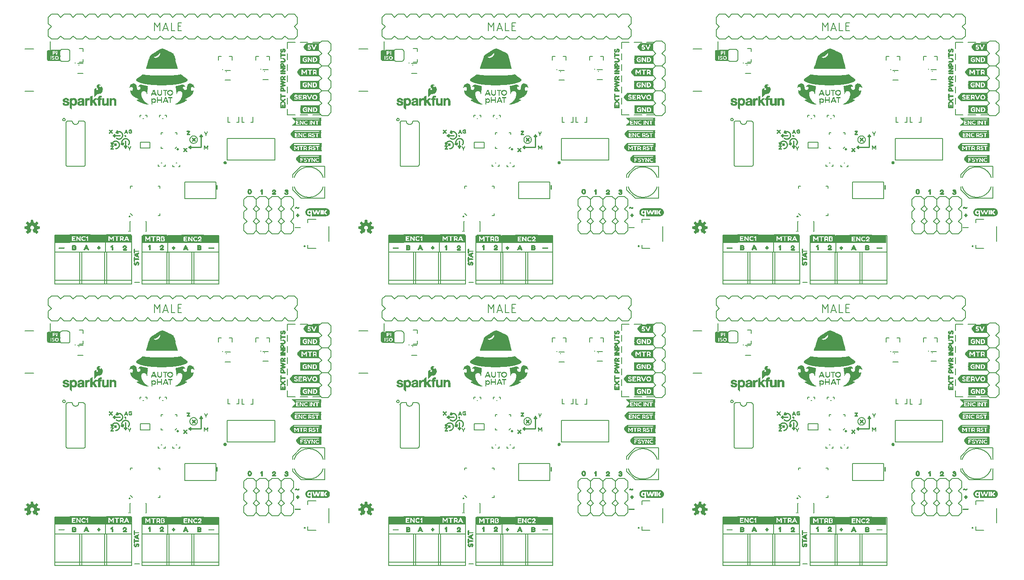
<source format=gto>
G04 EAGLE Gerber RS-274X export*
G75*
%MOMM*%
%FSLAX34Y34*%
%LPD*%
%INSilkscreen Top*%
%IPPOS*%
%AMOC8*
5,1,8,0,0,1.08239X$1,22.5*%
G01*
%ADD10R,0.386075X1.127756*%
%ADD11R,0.444500X1.153163*%
%ADD12C,0.609600*%
%ADD13C,0.254000*%
%ADD14C,0.127000*%
%ADD15C,0.177800*%
%ADD16C,0.203200*%
%ADD17R,3.050538X1.496056*%
%ADD18R,3.380737X1.529081*%
%ADD19R,3.462019X1.638300*%
%ADD20R,0.452119X1.635756*%
%ADD21C,0.279400*%
%ADD22C,0.304800*%
%ADD23R,2.370000X0.030000*%
%ADD24R,2.370000X0.020000*%
%ADD25R,2.370000X0.040000*%
%ADD26R,0.810000X0.030000*%
%ADD27R,0.600000X0.030000*%
%ADD28R,0.660000X0.030000*%
%ADD29R,0.360000X0.040000*%
%ADD30R,0.210000X0.040000*%
%ADD31R,0.390000X0.040000*%
%ADD32R,0.570000X0.040000*%
%ADD33R,0.360000X0.030000*%
%ADD34R,0.180000X0.030000*%
%ADD35R,0.330000X0.030000*%
%ADD36R,0.510000X0.030000*%
%ADD37R,0.150000X0.030000*%
%ADD38R,0.240000X0.030000*%
%ADD39R,0.480000X0.030000*%
%ADD40R,0.120000X0.030000*%
%ADD41R,0.210000X0.030000*%
%ADD42R,0.450000X0.030000*%
%ADD43R,0.120000X0.040000*%
%ADD44R,0.420000X0.040000*%
%ADD45R,0.090000X0.030000*%
%ADD46R,0.390000X0.030000*%
%ADD47R,0.270000X0.030000*%
%ADD48R,0.090000X0.040000*%
%ADD49R,0.450000X0.040000*%
%ADD50R,0.330000X0.040000*%
%ADD51R,0.150000X0.040000*%
%ADD52R,0.420000X0.030000*%
%ADD53R,0.060000X0.030000*%
%ADD54R,0.060000X0.040000*%
%ADD55R,0.300000X0.030000*%
%ADD56R,0.180000X0.040000*%
%ADD57R,0.510000X0.040000*%
%ADD58R,0.570000X0.030000*%
%ADD59C,0.152400*%
%ADD60C,0.300000*%
%ADD61R,1.590000X0.030000*%
%ADD62R,1.590000X0.020000*%
%ADD63R,1.590000X0.040000*%
%ADD64R,0.240000X0.040000*%
%ADD65C,0.200000*%
%ADD66R,0.040000X0.280000*%
%ADD67R,0.040000X0.880000*%
%ADD68R,0.040000X0.040000*%
%ADD69R,0.040000X0.440000*%
%ADD70R,0.040000X1.000000*%
%ADD71R,0.040000X0.200000*%
%ADD72R,0.040000X1.040000*%
%ADD73R,0.040000X0.560000*%
%ADD74R,0.040000X0.240000*%
%ADD75R,0.040000X0.600000*%
%ADD76R,0.040000X0.680000*%
%ADD77R,0.040000X0.320000*%
%ADD78R,0.040000X0.640000*%
%ADD79R,0.040000X0.960000*%
%ADD80R,0.040000X0.360000*%
%ADD81R,0.040000X0.400000*%
%ADD82R,0.040000X0.160000*%
%ADD83R,0.040000X0.480000*%
%ADD84R,0.040000X0.520000*%
%ADD85R,0.040000X0.800000*%
%ADD86R,0.040000X0.840000*%
%ADD87R,0.040000X0.120000*%
%ADD88R,0.040000X0.920000*%
%ADD89R,0.040000X0.760000*%
%ADD90R,0.040000X0.720000*%
%ADD91R,0.270000X0.040000*%
%ADD92R,0.480000X0.040000*%
%ADD93R,0.540000X0.030000*%
%ADD94R,0.600000X0.040000*%
%ADD95R,0.630000X0.030000*%
%ADD96R,0.630000X0.040000*%
%ADD97R,0.030000X0.030000*%
%ADD98R,0.690000X0.030000*%
%ADD99R,0.750000X0.040000*%
%ADD100R,0.300000X0.040000*%
%ADD101R,0.870000X0.030000*%
%ADD102C,0.508000*%
%ADD103R,3.880000X0.040000*%
%ADD104R,0.840000X0.040000*%
%ADD105R,2.800000X0.040000*%
%ADD106R,0.760000X0.040000*%
%ADD107R,0.320000X0.040000*%
%ADD108R,0.160000X0.040000*%
%ADD109R,0.680000X0.040000*%
%ADD110R,0.200000X0.040000*%
%ADD111R,0.400000X0.040000*%
%ADD112R,0.640000X0.040000*%
%ADD113R,0.560000X0.040000*%
%ADD114R,0.520000X0.040000*%
%ADD115R,0.280000X0.040000*%
%ADD116R,0.720000X0.040000*%
%ADD117R,0.440000X0.040000*%
%ADD118R,0.080000X0.040000*%
%ADD119R,0.800000X0.040000*%
%ADD120R,5.760000X0.040000*%
%ADD121R,5.840000X0.040000*%
%ADD122R,5.880000X0.040000*%
%ADD123R,5.920000X0.040000*%
%ADD124R,6.200000X0.040000*%
%ADD125R,6.240000X0.040000*%
%ADD126R,6.280000X0.040000*%
%ADD127R,6.320000X0.040000*%
%ADD128R,5.960000X0.040000*%
%ADD129R,4.480000X0.040000*%
%ADD130R,4.520000X0.040000*%
%ADD131R,4.600000X0.040000*%
%ADD132R,4.640000X0.040000*%
%ADD133R,4.920000X0.040000*%
%ADD134R,4.960000X0.040000*%
%ADD135R,5.000000X0.040000*%
%ADD136R,5.040000X0.040000*%
%ADD137R,0.880000X0.040000*%
%ADD138R,0.960000X0.040000*%
%ADD139R,1.000000X0.040000*%
%ADD140R,4.680000X0.040000*%
%ADD141R,5.520000X0.040000*%
%ADD142R,5.560000X0.040000*%
%ADD143R,5.640000X0.040000*%
%ADD144R,5.680000X0.040000*%
%ADD145R,6.000000X0.040000*%
%ADD146R,6.040000X0.040000*%
%ADD147R,6.080000X0.040000*%
%ADD148R,0.920000X0.040000*%
%ADD149R,5.720000X0.040000*%
%ADD150R,5.480000X0.040000*%
%ADD151R,5.440000X0.040000*%
%ADD152R,5.800000X0.040000*%
%ADD153R,0.040000X0.080000*%
%ADD154R,0.040000X1.120000*%
%ADD155R,2.400000X0.040000*%
%ADD156R,2.480000X0.040000*%
%ADD157R,2.520000X0.040000*%
%ADD158R,2.560000X0.040000*%
%ADD159R,2.600000X0.040000*%
%ADD160R,2.640000X0.040000*%
%ADD161R,2.680000X0.040000*%
%ADD162R,1.360000X0.040000*%
%ADD163R,1.200000X0.040000*%
%ADD164R,1.240000X0.040000*%
%ADD165R,3.760000X0.040000*%
%ADD166R,3.840000X0.040000*%
%ADD167R,3.920000X0.040000*%
%ADD168R,3.960000X0.040000*%
%ADD169R,4.000000X0.040000*%
%ADD170R,4.040000X0.040000*%
%ADD171R,4.080000X0.040000*%
%ADD172R,5.360000X0.040000*%
%ADD173R,5.600000X0.040000*%
%ADD174R,2.280000X0.040000*%
%ADD175R,1.120000X0.040000*%
%ADD176R,4.280000X0.040000*%
%ADD177R,3.680000X0.040000*%
%ADD178R,1.160000X0.040000*%
%ADD179R,1.040000X0.040000*%
%ADD180R,5.080000X0.040000*%
%ADD181R,0.338581X0.042162*%
%ADD182R,0.508000X0.042419*%
%ADD183R,0.211581X0.042419*%
%ADD184R,0.592838X0.042419*%
%ADD185R,0.677163X0.042162*%
%ADD186R,0.211581X0.042162*%
%ADD187R,0.719581X0.042162*%
%ADD188R,0.762000X0.042419*%
%ADD189R,0.804163X0.042419*%
%ADD190R,0.889000X0.042162*%
%ADD191R,0.889000X0.042419*%
%ADD192R,0.931419X0.042419*%
%ADD193R,0.973838X0.042419*%
%ADD194R,0.254000X0.042419*%
%ADD195R,0.211838X0.042419*%
%ADD196R,1.016000X0.042162*%
%ADD197R,0.465838X0.042162*%
%ADD198R,0.211838X0.042162*%
%ADD199R,0.254000X0.042162*%
%ADD200R,1.058163X0.042419*%
%ADD201R,0.550162X0.042419*%
%ADD202R,1.058419X0.042419*%
%ADD203R,0.846581X0.042419*%
%ADD204R,1.100838X0.042419*%
%ADD205R,1.100581X0.042162*%
%ADD206R,0.381000X0.042162*%
%ADD207R,0.296419X0.042162*%
%ADD208R,1.143000X0.042162*%
%ADD209R,1.143000X0.042419*%
%ADD210R,0.296162X0.042419*%
%ADD211R,1.185163X0.042419*%
%ADD212R,1.185419X0.042419*%
%ADD213R,0.973581X0.042419*%
%ADD214R,1.227838X0.042419*%
%ADD215R,1.185163X0.042162*%
%ADD216R,0.931163X0.042162*%
%ADD217R,1.227581X0.042162*%
%ADD218R,1.270000X0.042419*%
%ADD219R,1.312419X0.042419*%
%ADD220R,0.846838X0.042419*%
%ADD221R,1.312419X0.042162*%
%ADD222R,1.354581X0.042419*%
%ADD223R,1.016000X0.042419*%
%ADD224R,1.354838X0.042419*%
%ADD225R,1.354838X0.042162*%
%ADD226R,0.931163X0.042419*%
%ADD227R,0.804163X0.042162*%
%ADD228R,0.804419X0.042419*%
%ADD229R,0.931419X0.042162*%
%ADD230R,0.423162X0.042419*%
%ADD231R,1.100838X0.042162*%
%ADD232R,0.338838X0.042419*%
%ADD233R,0.296419X0.042419*%
%ADD234R,1.270000X0.042162*%
%ADD235R,1.397000X0.042419*%
%ADD236R,1.439163X0.042162*%
%ADD237R,1.524000X0.042419*%
%ADD238R,1.608581X0.042419*%
%ADD239R,1.608838X0.042162*%
%ADD240R,1.693419X0.042419*%
%ADD241R,1.735838X0.042419*%
%ADD242R,1.735581X0.042162*%
%ADD243R,1.778000X0.042162*%
%ADD244R,1.820419X0.042419*%
%ADD245R,1.778000X0.042419*%
%ADD246R,1.862581X0.042419*%
%ADD247R,1.862581X0.042162*%
%ADD248R,0.635000X0.042162*%
%ADD249R,0.677419X0.042162*%
%ADD250R,1.905000X0.042419*%
%ADD251R,0.719838X0.042419*%
%ADD252R,1.947419X0.042419*%
%ADD253R,0.381000X0.042419*%
%ADD254R,0.423419X0.042419*%
%ADD255R,1.989581X0.042162*%
%ADD256R,0.338838X0.042162*%
%ADD257R,1.989581X0.042419*%
%ADD258R,2.032000X0.042419*%
%ADD259R,2.074419X0.042162*%
%ADD260R,0.042419X0.042162*%
%ADD261R,2.074419X0.042419*%
%ADD262R,0.042419X0.042419*%
%ADD263R,2.116581X0.042419*%
%ADD264R,0.084838X0.042419*%
%ADD265R,2.116581X0.042162*%
%ADD266R,0.084838X0.042162*%
%ADD267R,2.159000X0.042419*%
%ADD268R,2.201419X0.042419*%
%ADD269R,0.127000X0.042419*%
%ADD270R,2.201419X0.042162*%
%ADD271R,0.127000X0.042162*%
%ADD272R,2.286000X0.042419*%
%ADD273R,0.169419X0.042419*%
%ADD274R,2.243581X0.042419*%
%ADD275R,2.328419X0.042162*%
%ADD276R,2.370837X0.042419*%
%ADD277R,2.413000X0.042419*%
%ADD278R,0.338581X0.042419*%
%ADD279R,2.497838X0.042162*%
%ADD280R,0.423162X0.042162*%
%ADD281R,0.296162X0.042162*%
%ADD282R,2.624837X0.042419*%
%ADD283R,3.132581X0.042419*%
%ADD284R,3.175000X0.042419*%
%ADD285R,3.048000X0.042162*%
%ADD286R,3.090419X0.042162*%
%ADD287R,3.048000X0.042419*%
%ADD288R,0.677419X0.042419*%
%ADD289R,1.651000X0.042419*%
%ADD290R,1.566419X0.042162*%
%ADD291R,1.481581X0.042419*%
%ADD292R,0.846581X0.042162*%
%ADD293R,1.481581X0.042162*%
%ADD294R,1.524000X0.042162*%
%ADD295R,1.481838X0.042419*%
%ADD296R,1.481838X0.042162*%
%ADD297R,1.439419X0.042162*%
%ADD298R,1.439419X0.042419*%
%ADD299R,0.084581X0.042162*%
%ADD300R,1.566163X0.042162*%
%ADD301R,0.084581X0.042419*%
%ADD302R,1.566163X0.042419*%
%ADD303R,1.947163X0.042419*%
%ADD304R,1.397000X0.042162*%
%ADD305R,1.905000X0.042162*%
%ADD306R,1.566419X0.042419*%
%ADD307R,1.354581X0.042162*%
%ADD308R,0.719838X0.042162*%
%ADD309R,1.947163X0.042162*%
%ADD310R,3.556000X0.042419*%
%ADD311R,0.465581X0.042419*%
%ADD312R,4.614419X0.042419*%
%ADD313R,5.376419X0.042162*%
%ADD314R,6.011163X0.042419*%
%ADD315R,6.519163X0.042419*%
%ADD316R,0.550162X0.042162*%
%ADD317R,7.027163X0.042162*%
%ADD318R,7.408419X0.042419*%
%ADD319R,7.789163X0.042419*%
%ADD320R,8.128000X0.042162*%
%ADD321R,8.382000X0.042419*%
%ADD322R,8.678419X0.042419*%
%ADD323R,8.890000X0.042162*%
%ADD324R,9.144000X0.042419*%
%ADD325R,9.355581X0.042419*%
%ADD326R,9.567163X0.042162*%
%ADD327R,9.736838X0.042419*%
%ADD328R,9.906000X0.042419*%
%ADD329R,10.033000X0.042162*%
%ADD330R,10.160000X0.042419*%
%ADD331R,10.287000X0.042419*%
%ADD332R,10.371581X0.042162*%
%ADD333R,10.414000X0.042419*%
%ADD334R,10.456419X0.042419*%
%ADD335R,10.498838X0.042162*%
%ADD336R,10.498838X0.042419*%
%ADD337R,10.414000X0.042162*%
%ADD338R,10.329163X0.042419*%
%ADD339R,10.244838X0.042162*%
%ADD340R,10.075163X0.042419*%
%ADD341R,9.990837X0.042419*%
%ADD342R,9.906000X0.042162*%
%ADD343R,9.652000X0.042419*%
%ADD344R,9.482838X0.042162*%
%ADD345R,9.398000X0.042419*%
%ADD346R,9.271000X0.042419*%
%ADD347R,9.144000X0.042162*%
%ADD348R,9.059163X0.042419*%
%ADD349R,8.890000X0.042419*%
%ADD350R,8.805162X0.042162*%
%ADD351R,8.551163X0.042419*%
%ADD352R,8.466838X0.042162*%
%ADD353R,2.540000X0.042419*%
%ADD354R,1.608838X0.042419*%
%ADD355R,0.973581X0.042162*%
%ADD356R,6.434838X0.042419*%
%ADD357R,6.434838X0.042162*%
%ADD358R,6.392419X0.042419*%
%ADD359R,6.350000X0.042162*%
%ADD360R,6.350000X0.042419*%
%ADD361R,6.265163X0.042162*%
%ADD362R,6.265163X0.042419*%
%ADD363R,6.223000X0.042162*%
%ADD364R,6.180837X0.042419*%
%ADD365R,6.138419X0.042162*%
%ADD366R,6.138419X0.042419*%
%ADD367R,6.096000X0.042419*%
%ADD368R,6.053581X0.042162*%
%ADD369R,6.053581X0.042419*%
%ADD370R,5.969000X0.042162*%
%ADD371R,5.969000X0.042419*%
%ADD372R,5.926581X0.042162*%
%ADD373R,5.884419X0.042419*%
%ADD374R,5.842000X0.042162*%
%ADD375R,5.842000X0.042419*%
%ADD376R,5.799581X0.042419*%
%ADD377R,5.757419X0.042162*%
%ADD378R,5.757419X0.042419*%
%ADD379R,5.715000X0.042419*%
%ADD380R,5.672581X0.042162*%
%ADD381R,5.672581X0.042419*%
%ADD382R,5.630419X0.042162*%
%ADD383R,5.588000X0.042419*%
%ADD384R,5.588000X0.042162*%
%ADD385R,5.503419X0.042419*%
%ADD386R,5.503419X0.042162*%
%ADD387R,5.461000X0.042419*%
%ADD388R,5.418581X0.042419*%
%ADD389R,5.418581X0.042162*%
%ADD390R,5.376163X0.042419*%
%ADD391R,5.334000X0.042162*%
%ADD392R,5.291838X0.042419*%
%ADD393R,5.249419X0.042162*%
%ADD394R,5.207000X0.042419*%
%ADD395R,3.852419X0.042419*%
%ADD396R,3.683000X0.042162*%
%ADD397R,3.513581X0.042419*%
%ADD398R,3.429000X0.042419*%
%ADD399R,3.386581X0.042162*%
%ADD400R,3.302000X0.042419*%
%ADD401R,3.217419X0.042419*%
%ADD402R,3.175000X0.042162*%
%ADD403R,1.227581X0.042419*%
%ADD404R,3.132837X0.042419*%
%ADD405R,3.090419X0.042419*%
%ADD406R,3.005581X0.042162*%
%ADD407R,3.005581X0.042419*%
%ADD408R,2.963419X0.042419*%
%ADD409R,2.878581X0.042162*%
%ADD410R,2.878581X0.042419*%
%ADD411R,2.794000X0.042162*%
%ADD412R,2.751581X0.042419*%
%ADD413R,2.709163X0.042162*%
%ADD414R,1.312163X0.042419*%
%ADD415R,2.667000X0.042419*%
%ADD416R,2.624581X0.042419*%
%ADD417R,1.185419X0.042162*%
%ADD418R,2.582162X0.042162*%
%ADD419R,2.455163X0.042419*%
%ADD420R,3.556000X0.042162*%
%ADD421R,3.386837X0.042419*%
%ADD422R,3.217163X0.042419*%
%ADD423R,2.921000X0.042419*%
%ADD424R,2.751838X0.042419*%
%ADD425R,2.455419X0.042419*%
%ADD426R,1.651000X0.042162*%

G36*
X1971551Y712880D02*
X1971551Y712880D01*
X1999048Y712880D01*
X1999050Y712881D01*
X1999052Y712880D01*
X1999579Y712913D01*
X1999580Y712914D01*
X1999582Y712914D01*
X2000634Y713020D01*
X2000636Y713022D01*
X2000640Y713021D01*
X2001156Y713127D01*
X2001158Y713129D01*
X2001161Y713129D01*
X2002172Y713442D01*
X2002173Y713445D01*
X2002177Y713444D01*
X2002662Y713649D01*
X2002664Y713652D01*
X2002668Y713652D01*
X2003597Y714157D01*
X2003599Y714159D01*
X2003603Y714160D01*
X2004037Y714458D01*
X2004038Y714460D01*
X2004041Y714461D01*
X2004857Y715134D01*
X2004858Y715138D01*
X2004862Y715139D01*
X2005227Y715519D01*
X2005228Y715521D01*
X2005230Y715522D01*
X2005903Y716338D01*
X2005904Y716342D01*
X2005908Y716344D01*
X2006189Y716790D01*
X2006189Y716792D01*
X2006191Y716793D01*
X2006696Y717723D01*
X2006695Y717727D01*
X2006699Y717731D01*
X2006885Y718224D01*
X2006884Y718225D01*
X2006886Y718227D01*
X2007200Y719237D01*
X2007199Y719241D01*
X2007202Y719246D01*
X2007287Y719765D01*
X2007286Y719767D01*
X2007288Y719769D01*
X2007394Y720821D01*
X2007392Y720824D01*
X2007394Y720829D01*
X2007386Y721355D01*
X2007384Y721357D01*
X2007385Y721360D01*
X2007279Y722412D01*
X2007277Y722415D01*
X2007278Y722418D01*
X2007176Y722934D01*
X2007174Y722937D01*
X2007174Y722941D01*
X2006861Y723951D01*
X2006858Y723953D01*
X2006859Y723956D01*
X2006657Y724443D01*
X2006655Y724444D01*
X2006655Y724449D01*
X2006150Y725378D01*
X2006148Y725379D01*
X2006147Y725383D01*
X2005852Y725819D01*
X2005850Y725821D01*
X2005849Y725824D01*
X2005176Y726640D01*
X2005173Y726641D01*
X2005171Y726645D01*
X2004794Y727013D01*
X2004792Y727013D01*
X2004791Y727016D01*
X2003975Y727689D01*
X2003971Y727690D01*
X2003969Y727694D01*
X2003525Y727978D01*
X2003523Y727978D01*
X2003522Y727980D01*
X2002592Y728485D01*
X2002588Y728485D01*
X2002585Y728488D01*
X2002093Y728678D01*
X2002091Y728677D01*
X2002089Y728679D01*
X2001079Y728993D01*
X2001076Y728992D01*
X2001071Y728995D01*
X2000553Y729084D01*
X2000551Y729083D01*
X2000548Y729085D01*
X1999496Y729191D01*
X1999255Y729215D01*
X1999252Y729214D01*
X1999249Y729216D01*
X1965933Y729216D01*
X1965933Y729215D01*
X1965933Y729216D01*
X1965404Y729210D01*
X1965402Y729209D01*
X1965399Y729210D01*
X1963820Y729051D01*
X1963816Y729047D01*
X1963808Y729048D01*
X1962293Y728578D01*
X1962289Y728574D01*
X1962281Y728573D01*
X1960888Y727816D01*
X1960885Y727811D01*
X1960878Y727809D01*
X1959660Y726794D01*
X1959658Y726788D01*
X1959651Y726785D01*
X1958653Y725553D01*
X1958653Y725548D01*
X1958647Y725544D01*
X1958142Y724614D01*
X1958143Y724613D01*
X1958141Y724612D01*
X1957906Y724140D01*
X1957907Y724136D01*
X1957902Y724131D01*
X1957589Y723121D01*
X1957589Y723120D01*
X1957588Y723119D01*
X1957449Y722610D01*
X1957450Y722606D01*
X1957447Y722600D01*
X1957294Y721021D01*
X1957297Y721016D01*
X1957294Y721009D01*
X1957454Y719430D01*
X1957457Y719426D01*
X1957456Y719418D01*
X1957922Y717902D01*
X1957926Y717899D01*
X1957927Y717891D01*
X1958678Y716494D01*
X1958683Y716492D01*
X1958685Y716484D01*
X1958748Y716409D01*
X1958955Y716158D01*
X1958956Y716158D01*
X1959163Y715907D01*
X1959371Y715656D01*
X1959579Y715405D01*
X1959696Y715263D01*
X1959702Y715261D01*
X1959705Y715254D01*
X1960935Y714253D01*
X1960940Y714252D01*
X1960945Y714246D01*
X1962345Y713503D01*
X1962350Y713503D01*
X1962356Y713498D01*
X1963874Y713041D01*
X1963879Y713042D01*
X1963886Y713039D01*
X1965464Y712881D01*
X1965467Y712882D01*
X1965470Y712880D01*
X1967967Y712880D01*
X1967986Y712893D01*
X1968009Y712896D01*
X1968015Y712912D01*
X1968024Y712917D01*
X1968022Y712927D01*
X1968029Y712944D01*
X1968028Y713093D01*
X1968028Y717475D01*
X1968021Y717487D01*
X1968023Y717500D01*
X1968004Y717513D01*
X1967991Y717533D01*
X1967978Y717531D01*
X1967967Y717538D01*
X1967933Y717524D01*
X1967924Y717523D01*
X1967922Y717519D01*
X1967919Y717518D01*
X1967697Y717279D01*
X1967316Y716926D01*
X1966883Y716642D01*
X1966411Y716429D01*
X1965909Y716302D01*
X1965393Y716245D01*
X1964872Y716267D01*
X1964353Y716316D01*
X1963851Y716452D01*
X1963360Y716622D01*
X1962907Y716877D01*
X1962490Y717184D01*
X1962103Y717531D01*
X1961795Y717949D01*
X1961518Y718389D01*
X1961303Y718864D01*
X1961143Y719359D01*
X1961018Y719866D01*
X1960919Y720908D01*
X1960984Y721953D01*
X1961099Y722462D01*
X1961232Y722966D01*
X1961448Y723440D01*
X1961702Y723894D01*
X1962008Y724314D01*
X1962380Y724676D01*
X1962783Y725001D01*
X1963237Y725253D01*
X1963721Y725442D01*
X1964218Y725593D01*
X1965259Y725672D01*
X1965776Y725624D01*
X1966282Y725508D01*
X1966764Y725318D01*
X1967206Y725050D01*
X1967607Y724716D01*
X1967922Y724422D01*
X1967933Y724420D01*
X1967939Y724411D01*
X1967964Y724414D01*
X1967989Y724410D01*
X1967995Y724419D01*
X1968006Y724421D01*
X1968025Y724462D01*
X1968028Y724466D01*
X1968027Y724467D01*
X1968028Y724468D01*
X1968028Y725523D01*
X1968032Y725576D01*
X1970977Y725576D01*
X1970977Y712936D01*
X1970989Y712917D01*
X1970993Y712894D01*
X1971008Y712887D01*
X1971013Y712879D01*
X1971024Y712880D01*
X1971040Y712873D01*
X1971551Y712880D01*
G37*
G36*
X609577Y712880D02*
X609577Y712880D01*
X637075Y712880D01*
X637076Y712881D01*
X637079Y712880D01*
X637606Y712913D01*
X637607Y712914D01*
X637608Y712914D01*
X638661Y713020D01*
X638663Y713022D01*
X638667Y713021D01*
X639182Y713127D01*
X639184Y713129D01*
X639188Y713129D01*
X640198Y713442D01*
X640200Y713445D01*
X640204Y713444D01*
X640689Y713649D01*
X640690Y713652D01*
X640694Y713652D01*
X641624Y714157D01*
X641625Y714159D01*
X641629Y714160D01*
X642063Y714458D01*
X642064Y714460D01*
X642068Y714461D01*
X642883Y715134D01*
X642885Y715138D01*
X642889Y715139D01*
X643254Y715519D01*
X643254Y715521D01*
X643257Y715522D01*
X643930Y716338D01*
X643931Y716342D01*
X643935Y716344D01*
X644216Y716790D01*
X644216Y716792D01*
X644218Y716793D01*
X644722Y717723D01*
X644722Y717727D01*
X644726Y717731D01*
X644911Y718224D01*
X644911Y718225D01*
X644913Y718227D01*
X645226Y719237D01*
X645225Y719241D01*
X645228Y719246D01*
X645314Y719765D01*
X645313Y719767D01*
X645314Y719769D01*
X645420Y720821D01*
X645419Y720824D01*
X645421Y720829D01*
X645412Y721355D01*
X645411Y721357D01*
X645412Y721360D01*
X645306Y722412D01*
X645304Y722415D01*
X645305Y722418D01*
X645202Y722934D01*
X645200Y722937D01*
X645201Y722941D01*
X644887Y723951D01*
X644885Y723953D01*
X644885Y723956D01*
X644684Y724443D01*
X644681Y724444D01*
X644681Y724449D01*
X644177Y725378D01*
X644174Y725379D01*
X644173Y725383D01*
X643879Y725819D01*
X643876Y725821D01*
X643875Y725824D01*
X643202Y726640D01*
X643199Y726641D01*
X643198Y726645D01*
X642821Y727013D01*
X642819Y727013D01*
X642817Y727016D01*
X642001Y727689D01*
X641998Y727690D01*
X641995Y727694D01*
X641552Y727978D01*
X641550Y727978D01*
X641548Y727980D01*
X640619Y728485D01*
X640615Y728485D01*
X640611Y728488D01*
X640120Y728678D01*
X640118Y728677D01*
X640116Y728679D01*
X639106Y728993D01*
X639102Y728992D01*
X639098Y728995D01*
X638579Y729084D01*
X638577Y729083D01*
X638575Y729085D01*
X637523Y729191D01*
X637282Y729215D01*
X637279Y729214D01*
X637275Y729216D01*
X603960Y729216D01*
X603960Y729215D01*
X603959Y729216D01*
X603431Y729210D01*
X603429Y729209D01*
X603425Y729210D01*
X601847Y729051D01*
X601842Y729047D01*
X601834Y729048D01*
X600319Y728578D01*
X600316Y728574D01*
X600308Y728573D01*
X598914Y727816D01*
X598912Y727811D01*
X598904Y727809D01*
X597686Y726794D01*
X597685Y726788D01*
X597678Y726785D01*
X596680Y725553D01*
X596679Y725548D01*
X596674Y725544D01*
X596169Y724614D01*
X596169Y724613D01*
X596168Y724612D01*
X595933Y724140D01*
X595933Y724136D01*
X595929Y724131D01*
X595616Y723121D01*
X595616Y723120D01*
X595615Y723119D01*
X595476Y722610D01*
X595477Y722606D01*
X595474Y722600D01*
X595321Y721021D01*
X595324Y721016D01*
X595321Y721009D01*
X595480Y719430D01*
X595484Y719426D01*
X595483Y719418D01*
X595949Y717902D01*
X595953Y717899D01*
X595953Y717891D01*
X596705Y716494D01*
X596710Y716492D01*
X596712Y716484D01*
X596774Y716409D01*
X596982Y716158D01*
X597190Y715907D01*
X597398Y715656D01*
X597605Y715405D01*
X597723Y715263D01*
X597728Y715261D01*
X597732Y715254D01*
X598961Y714253D01*
X598967Y714252D01*
X598971Y714246D01*
X600371Y713503D01*
X600377Y713503D01*
X600383Y713498D01*
X601900Y713041D01*
X601906Y713042D01*
X601912Y713039D01*
X603491Y712881D01*
X603493Y712882D01*
X603497Y712880D01*
X605993Y712880D01*
X606013Y712893D01*
X606035Y712896D01*
X606042Y712912D01*
X606050Y712917D01*
X606049Y712927D01*
X606056Y712944D01*
X606054Y713093D01*
X606054Y717475D01*
X606047Y717487D01*
X606049Y717500D01*
X606030Y717513D01*
X606018Y717533D01*
X606004Y717531D01*
X605993Y717538D01*
X605960Y717524D01*
X605950Y717523D01*
X605949Y717519D01*
X605946Y717518D01*
X605724Y717279D01*
X605342Y716926D01*
X604910Y716642D01*
X604438Y716429D01*
X603935Y716302D01*
X603419Y716245D01*
X602899Y716267D01*
X602379Y716316D01*
X601877Y716452D01*
X601387Y716622D01*
X600934Y716877D01*
X600516Y717184D01*
X600130Y717531D01*
X599822Y717949D01*
X599545Y718389D01*
X599330Y718864D01*
X599169Y719359D01*
X599044Y719866D01*
X598946Y720908D01*
X599011Y721953D01*
X599125Y722462D01*
X599259Y722966D01*
X599475Y723440D01*
X599728Y723894D01*
X600034Y724314D01*
X600406Y724676D01*
X600810Y725001D01*
X601263Y725253D01*
X601747Y725442D01*
X602245Y725593D01*
X603286Y725672D01*
X603802Y725624D01*
X604308Y725508D01*
X604790Y725318D01*
X605233Y725050D01*
X605634Y724716D01*
X605949Y724422D01*
X605960Y724420D01*
X605966Y724411D01*
X605991Y724414D01*
X606016Y724410D01*
X606022Y724419D01*
X606033Y724421D01*
X606052Y724462D01*
X606054Y724466D01*
X606054Y724467D01*
X606054Y724468D01*
X606054Y725523D01*
X606059Y725576D01*
X609003Y725576D01*
X609003Y712936D01*
X609016Y712917D01*
X609019Y712894D01*
X609035Y712887D01*
X609040Y712879D01*
X609051Y712880D01*
X609067Y712873D01*
X609577Y712880D01*
G37*
G36*
X1290577Y712880D02*
X1290577Y712880D01*
X1318074Y712880D01*
X1318076Y712881D01*
X1318078Y712880D01*
X1318605Y712913D01*
X1318606Y712914D01*
X1318608Y712914D01*
X1319660Y713020D01*
X1319662Y713022D01*
X1319666Y713021D01*
X1320182Y713127D01*
X1320184Y713129D01*
X1320187Y713129D01*
X1321198Y713442D01*
X1321199Y713445D01*
X1321203Y713444D01*
X1321688Y713649D01*
X1321690Y713652D01*
X1321694Y713652D01*
X1322623Y714157D01*
X1322625Y714159D01*
X1322629Y714160D01*
X1323063Y714458D01*
X1323064Y714460D01*
X1323067Y714461D01*
X1323883Y715134D01*
X1323884Y715138D01*
X1323888Y715139D01*
X1324253Y715519D01*
X1324254Y715521D01*
X1324256Y715522D01*
X1324929Y716338D01*
X1324930Y716342D01*
X1324934Y716344D01*
X1325215Y716790D01*
X1325215Y716792D01*
X1325217Y716793D01*
X1325722Y717723D01*
X1325721Y717727D01*
X1325725Y717731D01*
X1325911Y718224D01*
X1325910Y718225D01*
X1325912Y718227D01*
X1326226Y719237D01*
X1326225Y719241D01*
X1326228Y719246D01*
X1326313Y719765D01*
X1326312Y719767D01*
X1326314Y719769D01*
X1326420Y720821D01*
X1326418Y720824D01*
X1326420Y720829D01*
X1326412Y721355D01*
X1326410Y721357D01*
X1326411Y721360D01*
X1326305Y722412D01*
X1326303Y722415D01*
X1326304Y722418D01*
X1326202Y722934D01*
X1326200Y722937D01*
X1326200Y722941D01*
X1325887Y723951D01*
X1325884Y723953D01*
X1325885Y723956D01*
X1325683Y724443D01*
X1325681Y724444D01*
X1325681Y724449D01*
X1325176Y725378D01*
X1325174Y725379D01*
X1325173Y725383D01*
X1324878Y725819D01*
X1324876Y725821D01*
X1324875Y725824D01*
X1324202Y726640D01*
X1324199Y726641D01*
X1324197Y726645D01*
X1323820Y727013D01*
X1323818Y727013D01*
X1323817Y727016D01*
X1323001Y727689D01*
X1322997Y727690D01*
X1322995Y727694D01*
X1322551Y727978D01*
X1322549Y727978D01*
X1322548Y727980D01*
X1321618Y728485D01*
X1321614Y728485D01*
X1321611Y728488D01*
X1321119Y728678D01*
X1321117Y728677D01*
X1321115Y728679D01*
X1320105Y728993D01*
X1320102Y728992D01*
X1320097Y728995D01*
X1319579Y729084D01*
X1319577Y729083D01*
X1319574Y729085D01*
X1318522Y729191D01*
X1318281Y729215D01*
X1318278Y729214D01*
X1318275Y729216D01*
X1284959Y729216D01*
X1284959Y729215D01*
X1284959Y729216D01*
X1284430Y729210D01*
X1284428Y729209D01*
X1284425Y729210D01*
X1282846Y729051D01*
X1282842Y729047D01*
X1282834Y729048D01*
X1281319Y728578D01*
X1281315Y728574D01*
X1281307Y728573D01*
X1279914Y727816D01*
X1279911Y727811D01*
X1279904Y727809D01*
X1278686Y726794D01*
X1278684Y726788D01*
X1278677Y726785D01*
X1277679Y725553D01*
X1277679Y725548D01*
X1277673Y725544D01*
X1277168Y724614D01*
X1277169Y724613D01*
X1277167Y724612D01*
X1276932Y724140D01*
X1276933Y724136D01*
X1276928Y724131D01*
X1276615Y723121D01*
X1276615Y723120D01*
X1276614Y723119D01*
X1276475Y722610D01*
X1276476Y722606D01*
X1276473Y722600D01*
X1276320Y721021D01*
X1276323Y721016D01*
X1276320Y721009D01*
X1276480Y719430D01*
X1276483Y719426D01*
X1276482Y719418D01*
X1276948Y717902D01*
X1276952Y717899D01*
X1276953Y717891D01*
X1277704Y716494D01*
X1277709Y716492D01*
X1277711Y716484D01*
X1277774Y716409D01*
X1277981Y716158D01*
X1277982Y716158D01*
X1278189Y715907D01*
X1278397Y715656D01*
X1278605Y715405D01*
X1278722Y715263D01*
X1278728Y715261D01*
X1278731Y715254D01*
X1279961Y714253D01*
X1279966Y714252D01*
X1279971Y714246D01*
X1281371Y713503D01*
X1281376Y713503D01*
X1281382Y713498D01*
X1282900Y713041D01*
X1282905Y713042D01*
X1282912Y713039D01*
X1284490Y712881D01*
X1284493Y712882D01*
X1284496Y712880D01*
X1286993Y712880D01*
X1287012Y712893D01*
X1287035Y712896D01*
X1287041Y712912D01*
X1287050Y712917D01*
X1287048Y712927D01*
X1287055Y712944D01*
X1287054Y713093D01*
X1287054Y717475D01*
X1287047Y717487D01*
X1287049Y717500D01*
X1287030Y717513D01*
X1287017Y717533D01*
X1287004Y717531D01*
X1286993Y717538D01*
X1286959Y717524D01*
X1286950Y717523D01*
X1286948Y717519D01*
X1286945Y717518D01*
X1286723Y717279D01*
X1286342Y716926D01*
X1285909Y716642D01*
X1285437Y716429D01*
X1284935Y716302D01*
X1284419Y716245D01*
X1283898Y716267D01*
X1283379Y716316D01*
X1282877Y716452D01*
X1282386Y716622D01*
X1281933Y716877D01*
X1281516Y717184D01*
X1281129Y717531D01*
X1280821Y717949D01*
X1280544Y718389D01*
X1280329Y718864D01*
X1280169Y719359D01*
X1280044Y719866D01*
X1279945Y720908D01*
X1280010Y721953D01*
X1280125Y722462D01*
X1280258Y722966D01*
X1280474Y723440D01*
X1280728Y723894D01*
X1281034Y724314D01*
X1281406Y724676D01*
X1281809Y725001D01*
X1282263Y725253D01*
X1282747Y725442D01*
X1283244Y725593D01*
X1284285Y725672D01*
X1284802Y725624D01*
X1285308Y725508D01*
X1285790Y725318D01*
X1286232Y725050D01*
X1286633Y724716D01*
X1286948Y724422D01*
X1286959Y724420D01*
X1286965Y724411D01*
X1286990Y724414D01*
X1287015Y724410D01*
X1287021Y724419D01*
X1287032Y724421D01*
X1287051Y724462D01*
X1287054Y724466D01*
X1287053Y724467D01*
X1287054Y724468D01*
X1287054Y725523D01*
X1287058Y725576D01*
X1290003Y725576D01*
X1290003Y712936D01*
X1290015Y712917D01*
X1290019Y712894D01*
X1290034Y712887D01*
X1290039Y712879D01*
X1290050Y712880D01*
X1290066Y712873D01*
X1290577Y712880D01*
G37*
G36*
X609577Y137469D02*
X609577Y137469D01*
X637075Y137469D01*
X637076Y137470D01*
X637079Y137469D01*
X637606Y137502D01*
X637607Y137502D01*
X637608Y137502D01*
X638661Y137608D01*
X638663Y137610D01*
X638667Y137609D01*
X639182Y137716D01*
X639184Y137718D01*
X639188Y137717D01*
X640198Y138031D01*
X640200Y138033D01*
X640204Y138033D01*
X640689Y138238D01*
X640690Y138240D01*
X640694Y138240D01*
X641624Y138745D01*
X641625Y138748D01*
X641629Y138748D01*
X642063Y139046D01*
X642064Y139049D01*
X642068Y139050D01*
X642883Y139723D01*
X642885Y139726D01*
X642889Y139728D01*
X643254Y140107D01*
X643254Y140109D01*
X643257Y140111D01*
X643930Y140926D01*
X643931Y140930D01*
X643935Y140933D01*
X644216Y141378D01*
X644216Y141380D01*
X644218Y141382D01*
X644722Y142311D01*
X644722Y142315D01*
X644726Y142319D01*
X644911Y142812D01*
X644911Y142814D01*
X644913Y142816D01*
X645226Y143826D01*
X645225Y143830D01*
X645228Y143834D01*
X645314Y144354D01*
X645313Y144355D01*
X645314Y144358D01*
X645420Y145410D01*
X645419Y145413D01*
X645421Y145417D01*
X645412Y145943D01*
X645411Y145945D01*
X645412Y145949D01*
X645306Y147001D01*
X645304Y147003D01*
X645305Y147007D01*
X645202Y147523D01*
X645200Y147525D01*
X645201Y147529D01*
X644887Y148539D01*
X644885Y148541D01*
X644885Y148545D01*
X644684Y149031D01*
X644681Y149033D01*
X644681Y149037D01*
X644177Y149966D01*
X644174Y149968D01*
X644173Y149972D01*
X643879Y150408D01*
X643876Y150409D01*
X643875Y150413D01*
X643202Y151228D01*
X643199Y151229D01*
X643198Y151233D01*
X642821Y151601D01*
X642819Y151602D01*
X642817Y151605D01*
X642001Y152278D01*
X641998Y152278D01*
X641995Y152282D01*
X641552Y152566D01*
X641550Y152566D01*
X641548Y152569D01*
X640619Y153073D01*
X640615Y153073D01*
X640611Y153077D01*
X640120Y153266D01*
X640118Y153266D01*
X640116Y153267D01*
X639106Y153581D01*
X639102Y153580D01*
X639098Y153583D01*
X638579Y153673D01*
X638577Y153672D01*
X638575Y153673D01*
X637523Y153779D01*
X637282Y153804D01*
X637279Y153802D01*
X637275Y153804D01*
X603960Y153804D01*
X603959Y153804D01*
X603431Y153799D01*
X603429Y153797D01*
X603425Y153798D01*
X601847Y153639D01*
X601842Y153636D01*
X601834Y153637D01*
X600319Y153167D01*
X600316Y153162D01*
X600308Y153162D01*
X598914Y152405D01*
X598912Y152400D01*
X598904Y152398D01*
X597686Y151382D01*
X597685Y151377D01*
X597678Y151373D01*
X596680Y150142D01*
X596679Y150137D01*
X596674Y150132D01*
X596169Y149203D01*
X596169Y149202D01*
X596168Y149201D01*
X595933Y148729D01*
X595933Y148724D01*
X595929Y148719D01*
X595616Y147709D01*
X595616Y147708D01*
X595615Y147707D01*
X595476Y147199D01*
X595477Y147194D01*
X595474Y147188D01*
X595321Y145610D01*
X595324Y145605D01*
X595321Y145597D01*
X595480Y144019D01*
X595484Y144015D01*
X595483Y144007D01*
X595949Y142491D01*
X595953Y142487D01*
X595953Y142479D01*
X596705Y141083D01*
X596710Y141080D01*
X596712Y141073D01*
X596774Y140997D01*
X596982Y140746D01*
X597190Y140495D01*
X597398Y140244D01*
X597605Y139993D01*
X597723Y139851D01*
X597728Y139849D01*
X597732Y139842D01*
X598961Y138841D01*
X598967Y138841D01*
X598971Y138835D01*
X600371Y138091D01*
X600377Y138092D01*
X600383Y138086D01*
X601900Y137629D01*
X601906Y137631D01*
X601912Y137627D01*
X603491Y137469D01*
X603493Y137470D01*
X603497Y137469D01*
X605993Y137469D01*
X606013Y137481D01*
X606035Y137485D01*
X606042Y137500D01*
X606050Y137505D01*
X606049Y137516D01*
X606056Y137532D01*
X606054Y137681D01*
X606054Y142064D01*
X606047Y142075D01*
X606049Y142088D01*
X606030Y142101D01*
X606018Y142121D01*
X606004Y142119D01*
X605993Y142127D01*
X605960Y142113D01*
X605950Y142111D01*
X605949Y142108D01*
X605946Y142107D01*
X605724Y141868D01*
X605342Y141514D01*
X604910Y141230D01*
X604438Y141017D01*
X603935Y140891D01*
X603419Y140834D01*
X602899Y140855D01*
X602379Y140904D01*
X601877Y141041D01*
X601387Y141211D01*
X600934Y141465D01*
X600516Y141773D01*
X600130Y142119D01*
X599822Y142538D01*
X599545Y142978D01*
X599330Y143453D01*
X599169Y143948D01*
X599044Y144455D01*
X598946Y145497D01*
X599011Y146541D01*
X599125Y147050D01*
X599259Y147555D01*
X599475Y148028D01*
X599728Y148483D01*
X600034Y148903D01*
X600406Y149264D01*
X600810Y149589D01*
X601263Y149842D01*
X601747Y150030D01*
X602245Y150181D01*
X603286Y150261D01*
X603802Y150212D01*
X604308Y150097D01*
X604790Y149907D01*
X605233Y149638D01*
X605634Y149305D01*
X605949Y149010D01*
X605960Y149008D01*
X605966Y148999D01*
X605991Y149003D01*
X606016Y148998D01*
X606022Y149007D01*
X606033Y149009D01*
X606052Y149050D01*
X606054Y149054D01*
X606054Y149055D01*
X606054Y149056D01*
X606054Y150111D01*
X606059Y150164D01*
X609003Y150164D01*
X609003Y137524D01*
X609016Y137505D01*
X609019Y137482D01*
X609035Y137476D01*
X609040Y137467D01*
X609051Y137469D01*
X609067Y137462D01*
X609577Y137469D01*
G37*
G36*
X1290577Y137469D02*
X1290577Y137469D01*
X1318074Y137469D01*
X1318076Y137470D01*
X1318078Y137469D01*
X1318605Y137502D01*
X1318606Y137502D01*
X1318608Y137502D01*
X1319660Y137608D01*
X1319662Y137610D01*
X1319666Y137609D01*
X1320182Y137716D01*
X1320184Y137718D01*
X1320187Y137717D01*
X1321198Y138031D01*
X1321199Y138033D01*
X1321203Y138033D01*
X1321688Y138238D01*
X1321690Y138240D01*
X1321694Y138240D01*
X1322623Y138745D01*
X1322625Y138748D01*
X1322629Y138748D01*
X1323063Y139046D01*
X1323064Y139049D01*
X1323067Y139050D01*
X1323883Y139723D01*
X1323884Y139726D01*
X1323888Y139728D01*
X1324253Y140107D01*
X1324254Y140109D01*
X1324256Y140111D01*
X1324929Y140926D01*
X1324930Y140930D01*
X1324934Y140933D01*
X1325215Y141378D01*
X1325215Y141380D01*
X1325217Y141382D01*
X1325722Y142311D01*
X1325721Y142315D01*
X1325725Y142319D01*
X1325911Y142812D01*
X1325910Y142814D01*
X1325912Y142816D01*
X1326226Y143826D01*
X1326225Y143830D01*
X1326228Y143834D01*
X1326313Y144354D01*
X1326312Y144355D01*
X1326314Y144358D01*
X1326420Y145410D01*
X1326418Y145413D01*
X1326420Y145417D01*
X1326412Y145943D01*
X1326410Y145945D01*
X1326411Y145949D01*
X1326305Y147001D01*
X1326303Y147003D01*
X1326304Y147007D01*
X1326202Y147523D01*
X1326200Y147525D01*
X1326200Y147529D01*
X1325887Y148539D01*
X1325884Y148541D01*
X1325885Y148545D01*
X1325683Y149031D01*
X1325681Y149033D01*
X1325681Y149037D01*
X1325176Y149966D01*
X1325174Y149968D01*
X1325173Y149972D01*
X1324878Y150408D01*
X1324876Y150409D01*
X1324875Y150413D01*
X1324202Y151228D01*
X1324199Y151229D01*
X1324197Y151233D01*
X1323820Y151601D01*
X1323818Y151602D01*
X1323817Y151605D01*
X1323001Y152278D01*
X1322997Y152278D01*
X1322995Y152282D01*
X1322551Y152566D01*
X1322549Y152566D01*
X1322548Y152569D01*
X1321618Y153073D01*
X1321614Y153073D01*
X1321611Y153077D01*
X1321119Y153266D01*
X1321117Y153266D01*
X1321115Y153267D01*
X1320105Y153581D01*
X1320102Y153580D01*
X1320097Y153583D01*
X1319579Y153673D01*
X1319577Y153672D01*
X1319574Y153673D01*
X1318522Y153779D01*
X1318281Y153804D01*
X1318278Y153802D01*
X1318275Y153804D01*
X1284959Y153804D01*
X1284430Y153799D01*
X1284428Y153797D01*
X1284425Y153798D01*
X1282846Y153639D01*
X1282842Y153636D01*
X1282834Y153637D01*
X1281319Y153167D01*
X1281315Y153162D01*
X1281307Y153162D01*
X1279914Y152405D01*
X1279911Y152400D01*
X1279904Y152398D01*
X1278686Y151382D01*
X1278684Y151377D01*
X1278677Y151373D01*
X1277679Y150142D01*
X1277679Y150137D01*
X1277673Y150132D01*
X1277168Y149203D01*
X1277169Y149202D01*
X1277167Y149201D01*
X1276932Y148729D01*
X1276933Y148724D01*
X1276928Y148719D01*
X1276615Y147709D01*
X1276615Y147708D01*
X1276614Y147707D01*
X1276475Y147199D01*
X1276476Y147194D01*
X1276473Y147188D01*
X1276320Y145610D01*
X1276323Y145605D01*
X1276320Y145597D01*
X1276480Y144019D01*
X1276483Y144015D01*
X1276482Y144007D01*
X1276948Y142491D01*
X1276952Y142487D01*
X1276953Y142479D01*
X1277704Y141083D01*
X1277709Y141080D01*
X1277711Y141073D01*
X1277774Y140997D01*
X1277981Y140746D01*
X1277982Y140746D01*
X1278189Y140495D01*
X1278397Y140244D01*
X1278605Y139993D01*
X1278722Y139851D01*
X1278728Y139849D01*
X1278731Y139842D01*
X1279961Y138841D01*
X1279966Y138841D01*
X1279971Y138835D01*
X1281371Y138091D01*
X1281376Y138092D01*
X1281382Y138086D01*
X1282900Y137629D01*
X1282905Y137631D01*
X1282912Y137627D01*
X1284490Y137469D01*
X1284493Y137470D01*
X1284496Y137469D01*
X1286993Y137469D01*
X1287012Y137481D01*
X1287035Y137485D01*
X1287041Y137500D01*
X1287050Y137505D01*
X1287048Y137516D01*
X1287055Y137532D01*
X1287054Y137681D01*
X1287054Y142064D01*
X1287047Y142075D01*
X1287049Y142088D01*
X1287030Y142101D01*
X1287017Y142121D01*
X1287004Y142119D01*
X1286993Y142127D01*
X1286959Y142113D01*
X1286950Y142111D01*
X1286948Y142108D01*
X1286945Y142107D01*
X1286723Y141868D01*
X1286342Y141514D01*
X1285909Y141230D01*
X1285437Y141017D01*
X1284935Y140891D01*
X1284419Y140834D01*
X1283898Y140855D01*
X1283379Y140904D01*
X1282877Y141041D01*
X1282386Y141211D01*
X1281933Y141465D01*
X1281516Y141773D01*
X1281129Y142119D01*
X1280821Y142538D01*
X1280544Y142978D01*
X1280329Y143453D01*
X1280169Y143948D01*
X1280044Y144455D01*
X1279945Y145497D01*
X1280010Y146541D01*
X1280125Y147050D01*
X1280258Y147555D01*
X1280474Y148028D01*
X1280728Y148483D01*
X1281034Y148903D01*
X1281406Y149264D01*
X1281809Y149589D01*
X1282263Y149842D01*
X1282747Y150030D01*
X1283244Y150181D01*
X1284285Y150261D01*
X1284802Y150212D01*
X1285308Y150097D01*
X1285790Y149907D01*
X1286232Y149638D01*
X1286633Y149305D01*
X1286948Y149010D01*
X1286959Y149008D01*
X1286965Y148999D01*
X1286990Y149003D01*
X1287015Y148998D01*
X1287021Y149007D01*
X1287032Y149009D01*
X1287051Y149050D01*
X1287054Y149054D01*
X1287053Y149055D01*
X1287054Y149056D01*
X1287054Y150111D01*
X1287058Y150164D01*
X1290003Y150164D01*
X1290003Y137524D01*
X1290015Y137505D01*
X1290019Y137482D01*
X1290034Y137476D01*
X1290039Y137467D01*
X1290050Y137469D01*
X1290066Y137462D01*
X1290577Y137469D01*
G37*
G36*
X1971551Y137469D02*
X1971551Y137469D01*
X1999048Y137469D01*
X1999050Y137470D01*
X1999052Y137469D01*
X1999579Y137502D01*
X1999580Y137502D01*
X1999582Y137502D01*
X2000634Y137608D01*
X2000636Y137610D01*
X2000640Y137609D01*
X2001156Y137716D01*
X2001158Y137718D01*
X2001161Y137717D01*
X2002172Y138031D01*
X2002173Y138033D01*
X2002177Y138033D01*
X2002662Y138238D01*
X2002664Y138240D01*
X2002668Y138240D01*
X2003597Y138745D01*
X2003599Y138748D01*
X2003603Y138748D01*
X2004037Y139046D01*
X2004038Y139049D01*
X2004041Y139050D01*
X2004857Y139723D01*
X2004858Y139726D01*
X2004862Y139728D01*
X2005227Y140107D01*
X2005228Y140109D01*
X2005230Y140111D01*
X2005903Y140926D01*
X2005904Y140930D01*
X2005908Y140933D01*
X2006189Y141378D01*
X2006189Y141380D01*
X2006191Y141382D01*
X2006696Y142311D01*
X2006695Y142315D01*
X2006699Y142319D01*
X2006885Y142812D01*
X2006884Y142814D01*
X2006886Y142816D01*
X2007200Y143826D01*
X2007199Y143830D01*
X2007202Y143834D01*
X2007287Y144354D01*
X2007286Y144355D01*
X2007288Y144358D01*
X2007394Y145410D01*
X2007392Y145413D01*
X2007394Y145417D01*
X2007386Y145943D01*
X2007384Y145945D01*
X2007385Y145949D01*
X2007279Y147001D01*
X2007277Y147003D01*
X2007278Y147007D01*
X2007176Y147523D01*
X2007174Y147525D01*
X2007174Y147529D01*
X2006861Y148539D01*
X2006858Y148541D01*
X2006859Y148545D01*
X2006657Y149031D01*
X2006655Y149033D01*
X2006655Y149037D01*
X2006150Y149966D01*
X2006148Y149968D01*
X2006147Y149972D01*
X2005852Y150408D01*
X2005850Y150409D01*
X2005849Y150413D01*
X2005176Y151228D01*
X2005173Y151229D01*
X2005171Y151233D01*
X2004794Y151601D01*
X2004792Y151602D01*
X2004791Y151605D01*
X2003975Y152278D01*
X2003971Y152278D01*
X2003969Y152282D01*
X2003525Y152566D01*
X2003523Y152566D01*
X2003522Y152569D01*
X2002592Y153073D01*
X2002588Y153073D01*
X2002585Y153077D01*
X2002093Y153266D01*
X2002091Y153266D01*
X2002089Y153267D01*
X2001079Y153581D01*
X2001076Y153580D01*
X2001071Y153583D01*
X2000553Y153673D01*
X2000551Y153672D01*
X2000548Y153673D01*
X1999496Y153779D01*
X1999255Y153804D01*
X1999252Y153802D01*
X1999249Y153804D01*
X1965933Y153804D01*
X1965404Y153799D01*
X1965402Y153797D01*
X1965399Y153798D01*
X1963820Y153639D01*
X1963816Y153636D01*
X1963808Y153637D01*
X1962293Y153167D01*
X1962289Y153162D01*
X1962281Y153162D01*
X1960888Y152405D01*
X1960885Y152400D01*
X1960878Y152398D01*
X1959660Y151382D01*
X1959658Y151377D01*
X1959651Y151373D01*
X1958653Y150142D01*
X1958653Y150137D01*
X1958647Y150132D01*
X1958142Y149203D01*
X1958143Y149202D01*
X1958141Y149201D01*
X1957906Y148729D01*
X1957907Y148724D01*
X1957902Y148719D01*
X1957589Y147709D01*
X1957589Y147708D01*
X1957588Y147707D01*
X1957449Y147199D01*
X1957450Y147194D01*
X1957447Y147188D01*
X1957294Y145610D01*
X1957297Y145605D01*
X1957294Y145597D01*
X1957454Y144019D01*
X1957457Y144015D01*
X1957456Y144007D01*
X1957922Y142491D01*
X1957926Y142487D01*
X1957927Y142479D01*
X1958678Y141083D01*
X1958683Y141080D01*
X1958685Y141073D01*
X1958748Y140997D01*
X1958955Y140746D01*
X1958956Y140746D01*
X1959163Y140495D01*
X1959371Y140244D01*
X1959579Y139993D01*
X1959696Y139851D01*
X1959702Y139849D01*
X1959705Y139842D01*
X1960935Y138841D01*
X1960940Y138841D01*
X1960945Y138835D01*
X1962345Y138091D01*
X1962350Y138092D01*
X1962356Y138086D01*
X1963874Y137629D01*
X1963879Y137631D01*
X1963886Y137627D01*
X1965464Y137469D01*
X1965467Y137470D01*
X1965470Y137469D01*
X1967967Y137469D01*
X1967986Y137481D01*
X1968009Y137485D01*
X1968015Y137500D01*
X1968024Y137505D01*
X1968022Y137516D01*
X1968029Y137532D01*
X1968028Y137681D01*
X1968028Y142064D01*
X1968021Y142075D01*
X1968023Y142088D01*
X1968004Y142101D01*
X1967991Y142121D01*
X1967978Y142119D01*
X1967967Y142127D01*
X1967933Y142113D01*
X1967924Y142111D01*
X1967922Y142108D01*
X1967919Y142107D01*
X1967697Y141868D01*
X1967316Y141514D01*
X1966883Y141230D01*
X1966411Y141017D01*
X1965909Y140891D01*
X1965393Y140834D01*
X1964872Y140855D01*
X1964353Y140904D01*
X1963851Y141041D01*
X1963360Y141211D01*
X1962907Y141465D01*
X1962490Y141773D01*
X1962103Y142119D01*
X1961795Y142538D01*
X1961518Y142978D01*
X1961303Y143453D01*
X1961143Y143948D01*
X1961018Y144455D01*
X1960919Y145497D01*
X1960984Y146541D01*
X1961099Y147050D01*
X1961232Y147555D01*
X1961448Y148028D01*
X1961702Y148483D01*
X1962008Y148903D01*
X1962380Y149264D01*
X1962783Y149589D01*
X1963237Y149842D01*
X1963721Y150030D01*
X1964218Y150181D01*
X1965259Y150261D01*
X1965776Y150212D01*
X1966282Y150097D01*
X1966764Y149907D01*
X1967206Y149638D01*
X1967607Y149305D01*
X1967922Y149010D01*
X1967933Y149008D01*
X1967939Y148999D01*
X1967964Y149003D01*
X1967989Y148998D01*
X1967995Y149007D01*
X1968006Y149009D01*
X1968025Y149050D01*
X1968028Y149054D01*
X1968027Y149055D01*
X1968028Y149056D01*
X1968028Y150111D01*
X1968032Y150164D01*
X1970977Y150164D01*
X1970977Y137524D01*
X1970989Y137505D01*
X1970993Y137482D01*
X1971008Y137476D01*
X1971013Y137467D01*
X1971024Y137469D01*
X1971040Y137462D01*
X1971551Y137469D01*
G37*
G36*
X47420Y101746D02*
X47420Y101746D01*
X47528Y101756D01*
X47541Y101762D01*
X47555Y101764D01*
X47652Y101812D01*
X47751Y101857D01*
X47764Y101868D01*
X47773Y101872D01*
X47788Y101888D01*
X47865Y101950D01*
X50450Y104535D01*
X50513Y104624D01*
X50579Y104709D01*
X50584Y104722D01*
X50592Y104734D01*
X50623Y104837D01*
X50659Y104940D01*
X50659Y104954D01*
X50663Y104967D01*
X50659Y105075D01*
X50660Y105184D01*
X50655Y105197D01*
X50655Y105211D01*
X50617Y105313D01*
X50582Y105415D01*
X50573Y105430D01*
X50569Y105439D01*
X50555Y105456D01*
X50501Y105538D01*
X47737Y108928D01*
X48294Y110010D01*
X48300Y110030D01*
X48342Y110125D01*
X48713Y111284D01*
X53064Y111727D01*
X53168Y111755D01*
X53274Y111780D01*
X53286Y111787D01*
X53299Y111790D01*
X53389Y111851D01*
X53482Y111908D01*
X53490Y111919D01*
X53502Y111927D01*
X53568Y112013D01*
X53637Y112097D01*
X53641Y112110D01*
X53650Y112121D01*
X53684Y112224D01*
X53723Y112325D01*
X53724Y112343D01*
X53728Y112352D01*
X53728Y112374D01*
X53737Y112472D01*
X53737Y116128D01*
X53720Y116235D01*
X53706Y116343D01*
X53700Y116355D01*
X53698Y116369D01*
X53646Y116465D01*
X53599Y116562D01*
X53589Y116572D01*
X53583Y116584D01*
X53503Y116658D01*
X53427Y116735D01*
X53415Y116741D01*
X53405Y116751D01*
X53306Y116796D01*
X53209Y116844D01*
X53191Y116848D01*
X53182Y116852D01*
X53161Y116854D01*
X53064Y116873D01*
X48713Y117316D01*
X48342Y118475D01*
X48333Y118492D01*
X48331Y118500D01*
X48327Y118507D01*
X48294Y118590D01*
X47737Y119672D01*
X50501Y123062D01*
X50555Y123156D01*
X50612Y123248D01*
X50615Y123261D01*
X50622Y123273D01*
X50643Y123380D01*
X50668Y123485D01*
X50666Y123499D01*
X50669Y123513D01*
X50654Y123620D01*
X50644Y123728D01*
X50638Y123741D01*
X50636Y123755D01*
X50588Y123852D01*
X50543Y123951D01*
X50532Y123964D01*
X50528Y123973D01*
X50512Y123988D01*
X50450Y124065D01*
X47865Y126650D01*
X47776Y126713D01*
X47691Y126779D01*
X47678Y126784D01*
X47666Y126792D01*
X47563Y126823D01*
X47460Y126859D01*
X47446Y126859D01*
X47433Y126863D01*
X47325Y126859D01*
X47216Y126860D01*
X47203Y126855D01*
X47189Y126855D01*
X47087Y126817D01*
X46985Y126782D01*
X46970Y126773D01*
X46961Y126769D01*
X46944Y126755D01*
X46862Y126701D01*
X43472Y123937D01*
X42390Y124494D01*
X42370Y124500D01*
X42275Y124542D01*
X41116Y124913D01*
X40673Y129264D01*
X40645Y129368D01*
X40620Y129474D01*
X40613Y129486D01*
X40610Y129499D01*
X40549Y129589D01*
X40492Y129682D01*
X40481Y129690D01*
X40473Y129702D01*
X40387Y129768D01*
X40303Y129837D01*
X40290Y129841D01*
X40279Y129850D01*
X40176Y129884D01*
X40075Y129923D01*
X40057Y129924D01*
X40048Y129928D01*
X40026Y129928D01*
X39928Y129937D01*
X36272Y129937D01*
X36165Y129920D01*
X36057Y129906D01*
X36045Y129900D01*
X36031Y129898D01*
X35935Y129846D01*
X35838Y129799D01*
X35828Y129789D01*
X35816Y129783D01*
X35742Y129703D01*
X35665Y129627D01*
X35659Y129615D01*
X35649Y129605D01*
X35604Y129506D01*
X35556Y129409D01*
X35552Y129391D01*
X35548Y129382D01*
X35546Y129361D01*
X35527Y129264D01*
X35084Y124913D01*
X33925Y124542D01*
X33907Y124532D01*
X33810Y124494D01*
X32728Y123937D01*
X29338Y126701D01*
X29244Y126755D01*
X29152Y126812D01*
X29139Y126815D01*
X29127Y126822D01*
X29020Y126843D01*
X28915Y126868D01*
X28901Y126866D01*
X28887Y126869D01*
X28780Y126854D01*
X28672Y126844D01*
X28659Y126838D01*
X28646Y126836D01*
X28548Y126788D01*
X28449Y126743D01*
X28436Y126732D01*
X28427Y126728D01*
X28412Y126712D01*
X28335Y126650D01*
X25750Y124065D01*
X25687Y123976D01*
X25621Y123891D01*
X25616Y123878D01*
X25608Y123866D01*
X25577Y123763D01*
X25541Y123660D01*
X25541Y123646D01*
X25537Y123633D01*
X25541Y123525D01*
X25540Y123416D01*
X25545Y123403D01*
X25545Y123389D01*
X25583Y123287D01*
X25618Y123185D01*
X25627Y123170D01*
X25631Y123161D01*
X25645Y123144D01*
X25699Y123062D01*
X28463Y119672D01*
X27906Y118590D01*
X27900Y118570D01*
X27858Y118475D01*
X27487Y117316D01*
X23136Y116873D01*
X23032Y116845D01*
X22926Y116820D01*
X22914Y116813D01*
X22901Y116810D01*
X22811Y116749D01*
X22718Y116692D01*
X22710Y116681D01*
X22698Y116673D01*
X22632Y116587D01*
X22564Y116503D01*
X22559Y116490D01*
X22550Y116479D01*
X22516Y116376D01*
X22477Y116275D01*
X22476Y116257D01*
X22472Y116248D01*
X22473Y116226D01*
X22463Y116128D01*
X22463Y112472D01*
X22480Y112365D01*
X22494Y112257D01*
X22500Y112245D01*
X22502Y112231D01*
X22554Y112135D01*
X22601Y112038D01*
X22611Y112028D01*
X22617Y112016D01*
X22697Y111942D01*
X22773Y111865D01*
X22785Y111859D01*
X22796Y111849D01*
X22894Y111804D01*
X22991Y111756D01*
X23009Y111752D01*
X23018Y111748D01*
X23039Y111746D01*
X23136Y111727D01*
X27487Y111284D01*
X27858Y110125D01*
X27868Y110107D01*
X27906Y110010D01*
X28463Y108928D01*
X25699Y105538D01*
X25645Y105444D01*
X25588Y105352D01*
X25585Y105339D01*
X25578Y105327D01*
X25557Y105220D01*
X25532Y105115D01*
X25534Y105101D01*
X25531Y105087D01*
X25546Y104980D01*
X25556Y104872D01*
X25562Y104859D01*
X25564Y104846D01*
X25612Y104748D01*
X25657Y104649D01*
X25668Y104636D01*
X25672Y104627D01*
X25688Y104612D01*
X25750Y104535D01*
X28335Y101950D01*
X28424Y101887D01*
X28509Y101821D01*
X28522Y101816D01*
X28534Y101808D01*
X28637Y101777D01*
X28740Y101741D01*
X28754Y101741D01*
X28767Y101737D01*
X28875Y101741D01*
X28984Y101740D01*
X28997Y101745D01*
X29011Y101745D01*
X29113Y101783D01*
X29215Y101818D01*
X29230Y101827D01*
X29239Y101831D01*
X29256Y101845D01*
X29338Y101899D01*
X32728Y104663D01*
X33810Y104106D01*
X33863Y104089D01*
X33912Y104063D01*
X33978Y104052D01*
X34042Y104031D01*
X34098Y104032D01*
X34152Y104023D01*
X34219Y104034D01*
X34286Y104035D01*
X34338Y104053D01*
X34393Y104062D01*
X34453Y104094D01*
X34516Y104117D01*
X34559Y104151D01*
X34609Y104177D01*
X34655Y104226D01*
X34707Y104268D01*
X34738Y104315D01*
X34776Y104355D01*
X34832Y104460D01*
X34840Y104473D01*
X34841Y104478D01*
X34845Y104485D01*
X36998Y109682D01*
X37018Y109766D01*
X37023Y109778D01*
X37025Y109794D01*
X37050Y109880D01*
X37049Y109900D01*
X37054Y109920D01*
X37046Y110002D01*
X37047Y110021D01*
X37043Y110041D01*
X37039Y110124D01*
X37032Y110143D01*
X37030Y110163D01*
X36998Y110232D01*
X36992Y110259D01*
X36977Y110283D01*
X36950Y110352D01*
X36937Y110367D01*
X36929Y110385D01*
X36884Y110434D01*
X36864Y110466D01*
X36832Y110492D01*
X36793Y110538D01*
X36772Y110553D01*
X36762Y110563D01*
X36741Y110575D01*
X36678Y110619D01*
X36675Y110621D01*
X36674Y110621D01*
X36672Y110623D01*
X35788Y111118D01*
X35109Y111745D01*
X34595Y112514D01*
X34275Y113382D01*
X34167Y114299D01*
X34280Y115234D01*
X34611Y116115D01*
X35143Y116892D01*
X35844Y117521D01*
X36674Y117964D01*
X37586Y118198D01*
X38528Y118208D01*
X39444Y117994D01*
X40284Y117569D01*
X40998Y116956D01*
X41547Y116191D01*
X41898Y115317D01*
X42031Y114385D01*
X41939Y113448D01*
X41627Y112560D01*
X41112Y111772D01*
X40425Y111128D01*
X39526Y110622D01*
X39486Y110589D01*
X39444Y110567D01*
X39413Y110534D01*
X39365Y110499D01*
X39352Y110482D01*
X39336Y110469D01*
X39301Y110415D01*
X39277Y110389D01*
X39264Y110358D01*
X39222Y110301D01*
X39216Y110281D01*
X39205Y110263D01*
X39187Y110190D01*
X39177Y110167D01*
X39174Y110143D01*
X39151Y110068D01*
X39152Y110047D01*
X39147Y110026D01*
X39154Y109942D01*
X39153Y109924D01*
X39156Y109908D01*
X39159Y109824D01*
X39167Y109798D01*
X39168Y109783D01*
X39178Y109761D01*
X39202Y109682D01*
X39510Y108937D01*
X39511Y108937D01*
X39821Y108188D01*
X40131Y107439D01*
X40131Y107438D01*
X40442Y106690D01*
X40442Y106689D01*
X40752Y105940D01*
X41062Y105191D01*
X41063Y105191D01*
X41355Y104485D01*
X41384Y104438D01*
X41405Y104386D01*
X41448Y104335D01*
X41484Y104278D01*
X41527Y104243D01*
X41563Y104200D01*
X41620Y104166D01*
X41672Y104123D01*
X41724Y104104D01*
X41772Y104075D01*
X41838Y104061D01*
X41901Y104037D01*
X41956Y104035D01*
X42010Y104024D01*
X42077Y104031D01*
X42144Y104029D01*
X42198Y104045D01*
X42253Y104052D01*
X42364Y104096D01*
X42378Y104100D01*
X42382Y104103D01*
X42390Y104106D01*
X43472Y104663D01*
X46862Y101899D01*
X46956Y101845D01*
X47048Y101788D01*
X47061Y101785D01*
X47073Y101778D01*
X47180Y101757D01*
X47285Y101732D01*
X47299Y101734D01*
X47313Y101731D01*
X47420Y101746D01*
G37*
G36*
X1409394Y101746D02*
X1409394Y101746D01*
X1409502Y101756D01*
X1409514Y101762D01*
X1409528Y101764D01*
X1409625Y101812D01*
X1409724Y101857D01*
X1409738Y101868D01*
X1409746Y101872D01*
X1409762Y101888D01*
X1409838Y101950D01*
X1412423Y104535D01*
X1412487Y104624D01*
X1412553Y104709D01*
X1412557Y104722D01*
X1412565Y104734D01*
X1412597Y104837D01*
X1412632Y104940D01*
X1412632Y104954D01*
X1412636Y104967D01*
X1412633Y105075D01*
X1412633Y105184D01*
X1412629Y105197D01*
X1412628Y105211D01*
X1412590Y105313D01*
X1412556Y105415D01*
X1412546Y105430D01*
X1412542Y105439D01*
X1412529Y105456D01*
X1412474Y105538D01*
X1409710Y108928D01*
X1410268Y110010D01*
X1410274Y110030D01*
X1410315Y110125D01*
X1410686Y111284D01*
X1415037Y111727D01*
X1415142Y111755D01*
X1415248Y111780D01*
X1415259Y111787D01*
X1415273Y111790D01*
X1415363Y111851D01*
X1415455Y111908D01*
X1415464Y111919D01*
X1415475Y111927D01*
X1415541Y112013D01*
X1415610Y112097D01*
X1415615Y112110D01*
X1415623Y112121D01*
X1415658Y112224D01*
X1415696Y112325D01*
X1415698Y112343D01*
X1415701Y112352D01*
X1415701Y112374D01*
X1415711Y112472D01*
X1415711Y116128D01*
X1415693Y116235D01*
X1415679Y116343D01*
X1415673Y116355D01*
X1415671Y116369D01*
X1415620Y116465D01*
X1415572Y116562D01*
X1415562Y116572D01*
X1415556Y116584D01*
X1415477Y116658D01*
X1415400Y116735D01*
X1415388Y116741D01*
X1415378Y116751D01*
X1415279Y116796D01*
X1415182Y116844D01*
X1415165Y116848D01*
X1415156Y116852D01*
X1415134Y116854D01*
X1415037Y116873D01*
X1410686Y117316D01*
X1410315Y118475D01*
X1410306Y118492D01*
X1410304Y118500D01*
X1410301Y118507D01*
X1410268Y118590D01*
X1409710Y119672D01*
X1412474Y123062D01*
X1412528Y123156D01*
X1412585Y123248D01*
X1412589Y123261D01*
X1412595Y123273D01*
X1412616Y123380D01*
X1412641Y123485D01*
X1412640Y123499D01*
X1412642Y123513D01*
X1412628Y123620D01*
X1412617Y123728D01*
X1412612Y123741D01*
X1412610Y123755D01*
X1412562Y123852D01*
X1412517Y123951D01*
X1412506Y123964D01*
X1412501Y123973D01*
X1412486Y123988D01*
X1412423Y124065D01*
X1409838Y126650D01*
X1409750Y126713D01*
X1409664Y126779D01*
X1409651Y126784D01*
X1409640Y126792D01*
X1409536Y126823D01*
X1409433Y126859D01*
X1409420Y126859D01*
X1409406Y126863D01*
X1409298Y126859D01*
X1409189Y126860D01*
X1409176Y126855D01*
X1409163Y126855D01*
X1409061Y126817D01*
X1408958Y126782D01*
X1408943Y126773D01*
X1408934Y126769D01*
X1408917Y126755D01*
X1408835Y126701D01*
X1405445Y123937D01*
X1404363Y124494D01*
X1404344Y124500D01*
X1404249Y124542D01*
X1403089Y124913D01*
X1402647Y129264D01*
X1402618Y129368D01*
X1402594Y129474D01*
X1402587Y129486D01*
X1402583Y129499D01*
X1402522Y129589D01*
X1402465Y129682D01*
X1402455Y129690D01*
X1402447Y129702D01*
X1402360Y129768D01*
X1402277Y129837D01*
X1402264Y129841D01*
X1402253Y129850D01*
X1402150Y129884D01*
X1402048Y129923D01*
X1402031Y129924D01*
X1402022Y129928D01*
X1402000Y129928D01*
X1401901Y129937D01*
X1398245Y129937D01*
X1398138Y129920D01*
X1398031Y129906D01*
X1398018Y129900D01*
X1398005Y129898D01*
X1397909Y129846D01*
X1397811Y129799D01*
X1397802Y129789D01*
X1397789Y129783D01*
X1397715Y129703D01*
X1397638Y129627D01*
X1397632Y129615D01*
X1397623Y129605D01*
X1397578Y129506D01*
X1397529Y129409D01*
X1397526Y129391D01*
X1397522Y129382D01*
X1397520Y129361D01*
X1397500Y129264D01*
X1397058Y124913D01*
X1395898Y124542D01*
X1395880Y124532D01*
X1395784Y124494D01*
X1394702Y123937D01*
X1391312Y126701D01*
X1391218Y126755D01*
X1391126Y126812D01*
X1391112Y126815D01*
X1391100Y126822D01*
X1390994Y126843D01*
X1390888Y126868D01*
X1390874Y126866D01*
X1390861Y126869D01*
X1390753Y126854D01*
X1390645Y126844D01*
X1390633Y126838D01*
X1390619Y126836D01*
X1390522Y126788D01*
X1390423Y126743D01*
X1390409Y126732D01*
X1390400Y126728D01*
X1390385Y126712D01*
X1390309Y126650D01*
X1387724Y124065D01*
X1387660Y123976D01*
X1387594Y123891D01*
X1387590Y123878D01*
X1387581Y123866D01*
X1387550Y123763D01*
X1387515Y123660D01*
X1387515Y123646D01*
X1387511Y123633D01*
X1387514Y123525D01*
X1387514Y123416D01*
X1387518Y123403D01*
X1387519Y123389D01*
X1387557Y123287D01*
X1387591Y123185D01*
X1387601Y123170D01*
X1387604Y123161D01*
X1387618Y123144D01*
X1387673Y123062D01*
X1390437Y119672D01*
X1389879Y118590D01*
X1389873Y118570D01*
X1389832Y118475D01*
X1389460Y117316D01*
X1385110Y116873D01*
X1385005Y116845D01*
X1384899Y116820D01*
X1384887Y116813D01*
X1384874Y116810D01*
X1384784Y116749D01*
X1384692Y116692D01*
X1384683Y116681D01*
X1384672Y116673D01*
X1384606Y116587D01*
X1384537Y116503D01*
X1384532Y116490D01*
X1384524Y116479D01*
X1384489Y116376D01*
X1384451Y116275D01*
X1384449Y116257D01*
X1384446Y116248D01*
X1384446Y116226D01*
X1384436Y116128D01*
X1384436Y112472D01*
X1384454Y112365D01*
X1384468Y112257D01*
X1384474Y112245D01*
X1384476Y112231D01*
X1384527Y112135D01*
X1384575Y112038D01*
X1384584Y112028D01*
X1384591Y112016D01*
X1384670Y111942D01*
X1384746Y111865D01*
X1384759Y111859D01*
X1384769Y111849D01*
X1384868Y111804D01*
X1384965Y111756D01*
X1384982Y111752D01*
X1384991Y111748D01*
X1385013Y111746D01*
X1385110Y111727D01*
X1389460Y111284D01*
X1389832Y110125D01*
X1389841Y110107D01*
X1389879Y110010D01*
X1390437Y108928D01*
X1387673Y105538D01*
X1387619Y105444D01*
X1387561Y105352D01*
X1387558Y105339D01*
X1387551Y105327D01*
X1387531Y105220D01*
X1387506Y105115D01*
X1387507Y105101D01*
X1387505Y105087D01*
X1387519Y104980D01*
X1387530Y104872D01*
X1387535Y104859D01*
X1387537Y104846D01*
X1387585Y104748D01*
X1387630Y104649D01*
X1387641Y104636D01*
X1387646Y104627D01*
X1387661Y104612D01*
X1387724Y104535D01*
X1390309Y101950D01*
X1390397Y101887D01*
X1390483Y101821D01*
X1390496Y101816D01*
X1390507Y101808D01*
X1390610Y101777D01*
X1390713Y101741D01*
X1390727Y101741D01*
X1390740Y101737D01*
X1390849Y101741D01*
X1390957Y101740D01*
X1390971Y101745D01*
X1390984Y101745D01*
X1391086Y101783D01*
X1391189Y101818D01*
X1391204Y101827D01*
X1391213Y101831D01*
X1391230Y101845D01*
X1391312Y101899D01*
X1394702Y104663D01*
X1395783Y104106D01*
X1395836Y104089D01*
X1395885Y104063D01*
X1395951Y104052D01*
X1396016Y104031D01*
X1396071Y104032D01*
X1396126Y104023D01*
X1396192Y104034D01*
X1396259Y104035D01*
X1396312Y104053D01*
X1396367Y104062D01*
X1396426Y104094D01*
X1396489Y104117D01*
X1396533Y104151D01*
X1396582Y104177D01*
X1396628Y104226D01*
X1396681Y104268D01*
X1396711Y104315D01*
X1396749Y104355D01*
X1396805Y104460D01*
X1396813Y104473D01*
X1396815Y104478D01*
X1396819Y104485D01*
X1398972Y109682D01*
X1398991Y109766D01*
X1398997Y109778D01*
X1398998Y109794D01*
X1399023Y109880D01*
X1399023Y109900D01*
X1399027Y109920D01*
X1399019Y110002D01*
X1399021Y110021D01*
X1399016Y110041D01*
X1399012Y110124D01*
X1399005Y110143D01*
X1399003Y110163D01*
X1398972Y110232D01*
X1398966Y110259D01*
X1398950Y110283D01*
X1398924Y110352D01*
X1398911Y110367D01*
X1398903Y110385D01*
X1398857Y110434D01*
X1398837Y110466D01*
X1398806Y110492D01*
X1398767Y110538D01*
X1398745Y110553D01*
X1398736Y110563D01*
X1398714Y110575D01*
X1398651Y110619D01*
X1398648Y110621D01*
X1398647Y110621D01*
X1398645Y110623D01*
X1397761Y111118D01*
X1397082Y111745D01*
X1396568Y112514D01*
X1396249Y113382D01*
X1396140Y114299D01*
X1396253Y115234D01*
X1396585Y116115D01*
X1397116Y116892D01*
X1397817Y117521D01*
X1398648Y117964D01*
X1399560Y118198D01*
X1400501Y118208D01*
X1401418Y117994D01*
X1402257Y117569D01*
X1402972Y116956D01*
X1403520Y116191D01*
X1403871Y115317D01*
X1404004Y114385D01*
X1403912Y113448D01*
X1403600Y112560D01*
X1403086Y111772D01*
X1402399Y111128D01*
X1401500Y110622D01*
X1401459Y110589D01*
X1401418Y110567D01*
X1401387Y110534D01*
X1401338Y110499D01*
X1401326Y110482D01*
X1401309Y110469D01*
X1401275Y110415D01*
X1401251Y110389D01*
X1401237Y110358D01*
X1401196Y110301D01*
X1401190Y110281D01*
X1401178Y110263D01*
X1401160Y110190D01*
X1401150Y110167D01*
X1401148Y110143D01*
X1401125Y110068D01*
X1401125Y110047D01*
X1401120Y110026D01*
X1401128Y109942D01*
X1401126Y109924D01*
X1401130Y109908D01*
X1401132Y109824D01*
X1401140Y109798D01*
X1401142Y109783D01*
X1401152Y109761D01*
X1401175Y109682D01*
X1401484Y108937D01*
X1401794Y108188D01*
X1402105Y107439D01*
X1402105Y107438D01*
X1402415Y106690D01*
X1402415Y106689D01*
X1402725Y105940D01*
X1402726Y105940D01*
X1403036Y105191D01*
X1403328Y104485D01*
X1403358Y104438D01*
X1403378Y104386D01*
X1403422Y104335D01*
X1403457Y104278D01*
X1403500Y104243D01*
X1403536Y104200D01*
X1403594Y104166D01*
X1403646Y104123D01*
X1403698Y104104D01*
X1403745Y104075D01*
X1403811Y104061D01*
X1403874Y104037D01*
X1403930Y104035D01*
X1403984Y104024D01*
X1404051Y104031D01*
X1404118Y104029D01*
X1404171Y104045D01*
X1404226Y104052D01*
X1404338Y104096D01*
X1404351Y104100D01*
X1404355Y104103D01*
X1404364Y104106D01*
X1405445Y104663D01*
X1408835Y101899D01*
X1408929Y101845D01*
X1409021Y101788D01*
X1409035Y101785D01*
X1409047Y101778D01*
X1409153Y101757D01*
X1409259Y101732D01*
X1409273Y101734D01*
X1409286Y101731D01*
X1409394Y101746D01*
G37*
G36*
X728420Y101746D02*
X728420Y101746D01*
X728528Y101756D01*
X728540Y101762D01*
X728554Y101764D01*
X728651Y101812D01*
X728750Y101857D01*
X728764Y101868D01*
X728772Y101872D01*
X728788Y101888D01*
X728864Y101950D01*
X731449Y104535D01*
X731513Y104624D01*
X731579Y104709D01*
X731583Y104722D01*
X731591Y104734D01*
X731623Y104837D01*
X731658Y104940D01*
X731658Y104954D01*
X731662Y104967D01*
X731659Y105075D01*
X731659Y105184D01*
X731655Y105197D01*
X731654Y105211D01*
X731616Y105313D01*
X731582Y105415D01*
X731572Y105430D01*
X731568Y105439D01*
X731555Y105456D01*
X731500Y105538D01*
X728736Y108928D01*
X729294Y110010D01*
X729300Y110030D01*
X729341Y110125D01*
X729712Y111284D01*
X734063Y111727D01*
X734168Y111755D01*
X734274Y111780D01*
X734285Y111787D01*
X734299Y111790D01*
X734389Y111851D01*
X734481Y111908D01*
X734490Y111919D01*
X734501Y111927D01*
X734567Y112013D01*
X734636Y112097D01*
X734641Y112110D01*
X734649Y112121D01*
X734684Y112224D01*
X734722Y112325D01*
X734724Y112343D01*
X734727Y112352D01*
X734727Y112374D01*
X734737Y112472D01*
X734737Y116128D01*
X734719Y116235D01*
X734705Y116343D01*
X734699Y116355D01*
X734697Y116369D01*
X734646Y116465D01*
X734598Y116562D01*
X734588Y116572D01*
X734582Y116584D01*
X734503Y116658D01*
X734426Y116735D01*
X734414Y116741D01*
X734404Y116751D01*
X734305Y116796D01*
X734208Y116844D01*
X734191Y116848D01*
X734182Y116852D01*
X734160Y116854D01*
X734063Y116873D01*
X729712Y117316D01*
X729341Y118475D01*
X729332Y118492D01*
X729330Y118500D01*
X729327Y118507D01*
X729294Y118590D01*
X728736Y119672D01*
X731500Y123062D01*
X731554Y123156D01*
X731611Y123248D01*
X731615Y123261D01*
X731621Y123273D01*
X731642Y123380D01*
X731667Y123485D01*
X731666Y123499D01*
X731668Y123513D01*
X731654Y123620D01*
X731643Y123728D01*
X731638Y123741D01*
X731636Y123755D01*
X731588Y123852D01*
X731543Y123951D01*
X731532Y123964D01*
X731527Y123973D01*
X731512Y123988D01*
X731449Y124065D01*
X728864Y126650D01*
X728776Y126713D01*
X728690Y126779D01*
X728677Y126784D01*
X728666Y126792D01*
X728562Y126823D01*
X728459Y126859D01*
X728446Y126859D01*
X728432Y126863D01*
X728324Y126859D01*
X728215Y126860D01*
X728202Y126855D01*
X728189Y126855D01*
X728087Y126817D01*
X727984Y126782D01*
X727969Y126773D01*
X727960Y126769D01*
X727943Y126755D01*
X727861Y126701D01*
X724471Y123937D01*
X723389Y124494D01*
X723370Y124500D01*
X723275Y124542D01*
X722115Y124913D01*
X721673Y129264D01*
X721644Y129368D01*
X721620Y129474D01*
X721613Y129486D01*
X721609Y129499D01*
X721548Y129589D01*
X721491Y129682D01*
X721481Y129690D01*
X721473Y129702D01*
X721386Y129768D01*
X721303Y129837D01*
X721290Y129841D01*
X721279Y129850D01*
X721176Y129884D01*
X721074Y129923D01*
X721057Y129924D01*
X721048Y129928D01*
X721026Y129928D01*
X720927Y129937D01*
X717271Y129937D01*
X717164Y129920D01*
X717057Y129906D01*
X717044Y129900D01*
X717031Y129898D01*
X716935Y129846D01*
X716837Y129799D01*
X716828Y129789D01*
X716815Y129783D01*
X716741Y129703D01*
X716664Y129627D01*
X716658Y129615D01*
X716649Y129605D01*
X716604Y129506D01*
X716555Y129409D01*
X716552Y129391D01*
X716548Y129382D01*
X716546Y129361D01*
X716526Y129264D01*
X716084Y124913D01*
X714924Y124542D01*
X714906Y124532D01*
X714810Y124494D01*
X713728Y123937D01*
X710338Y126701D01*
X710244Y126755D01*
X710152Y126812D01*
X710138Y126815D01*
X710126Y126822D01*
X710020Y126843D01*
X709914Y126868D01*
X709900Y126866D01*
X709887Y126869D01*
X709779Y126854D01*
X709671Y126844D01*
X709659Y126838D01*
X709645Y126836D01*
X709548Y126788D01*
X709449Y126743D01*
X709435Y126732D01*
X709426Y126728D01*
X709411Y126712D01*
X709335Y126650D01*
X706750Y124065D01*
X706686Y123976D01*
X706620Y123891D01*
X706616Y123878D01*
X706607Y123866D01*
X706576Y123763D01*
X706541Y123660D01*
X706541Y123646D01*
X706537Y123633D01*
X706540Y123525D01*
X706540Y123416D01*
X706544Y123403D01*
X706545Y123389D01*
X706583Y123287D01*
X706617Y123185D01*
X706627Y123170D01*
X706630Y123161D01*
X706644Y123144D01*
X706699Y123062D01*
X709463Y119672D01*
X708905Y118590D01*
X708899Y118570D01*
X708858Y118475D01*
X708486Y117316D01*
X704136Y116873D01*
X704031Y116845D01*
X703925Y116820D01*
X703913Y116813D01*
X703900Y116810D01*
X703810Y116749D01*
X703718Y116692D01*
X703709Y116681D01*
X703698Y116673D01*
X703632Y116587D01*
X703563Y116503D01*
X703558Y116490D01*
X703550Y116479D01*
X703515Y116376D01*
X703477Y116275D01*
X703475Y116257D01*
X703472Y116248D01*
X703472Y116226D01*
X703462Y116128D01*
X703462Y112472D01*
X703480Y112365D01*
X703494Y112257D01*
X703500Y112245D01*
X703502Y112231D01*
X703553Y112135D01*
X703601Y112038D01*
X703610Y112028D01*
X703617Y112016D01*
X703696Y111942D01*
X703772Y111865D01*
X703785Y111859D01*
X703795Y111849D01*
X703894Y111804D01*
X703991Y111756D01*
X704008Y111752D01*
X704017Y111748D01*
X704039Y111746D01*
X704136Y111727D01*
X708486Y111284D01*
X708858Y110125D01*
X708867Y110107D01*
X708905Y110010D01*
X709463Y108928D01*
X706699Y105538D01*
X706645Y105444D01*
X706587Y105352D01*
X706584Y105339D01*
X706577Y105327D01*
X706557Y105220D01*
X706532Y105115D01*
X706533Y105101D01*
X706531Y105087D01*
X706545Y104980D01*
X706556Y104872D01*
X706561Y104859D01*
X706563Y104846D01*
X706611Y104748D01*
X706656Y104649D01*
X706667Y104636D01*
X706672Y104627D01*
X706687Y104612D01*
X706750Y104535D01*
X709335Y101950D01*
X709423Y101887D01*
X709509Y101821D01*
X709522Y101816D01*
X709533Y101808D01*
X709636Y101777D01*
X709739Y101741D01*
X709753Y101741D01*
X709766Y101737D01*
X709875Y101741D01*
X709983Y101740D01*
X709997Y101745D01*
X710010Y101745D01*
X710112Y101783D01*
X710215Y101818D01*
X710230Y101827D01*
X710239Y101831D01*
X710256Y101845D01*
X710338Y101899D01*
X713728Y104663D01*
X714809Y104106D01*
X714862Y104089D01*
X714911Y104063D01*
X714977Y104052D01*
X715042Y104031D01*
X715097Y104032D01*
X715152Y104023D01*
X715218Y104034D01*
X715285Y104035D01*
X715338Y104053D01*
X715393Y104062D01*
X715452Y104094D01*
X715515Y104117D01*
X715559Y104151D01*
X715608Y104177D01*
X715654Y104226D01*
X715707Y104268D01*
X715737Y104315D01*
X715775Y104355D01*
X715831Y104460D01*
X715839Y104473D01*
X715841Y104478D01*
X715845Y104485D01*
X717998Y109682D01*
X718017Y109766D01*
X718023Y109778D01*
X718024Y109794D01*
X718049Y109880D01*
X718049Y109900D01*
X718053Y109920D01*
X718045Y110002D01*
X718047Y110021D01*
X718042Y110041D01*
X718038Y110124D01*
X718031Y110143D01*
X718029Y110163D01*
X717998Y110232D01*
X717992Y110259D01*
X717976Y110283D01*
X717950Y110352D01*
X717937Y110367D01*
X717929Y110385D01*
X717883Y110434D01*
X717863Y110466D01*
X717832Y110492D01*
X717793Y110538D01*
X717771Y110553D01*
X717762Y110563D01*
X717740Y110575D01*
X717677Y110619D01*
X717674Y110621D01*
X717673Y110621D01*
X717671Y110623D01*
X716787Y111118D01*
X716108Y111745D01*
X715594Y112514D01*
X715275Y113382D01*
X715166Y114299D01*
X715279Y115234D01*
X715611Y116115D01*
X716142Y116892D01*
X716843Y117521D01*
X717674Y117964D01*
X718586Y118198D01*
X719527Y118208D01*
X720444Y117994D01*
X721283Y117569D01*
X721998Y116956D01*
X722546Y116191D01*
X722897Y115317D01*
X723030Y114385D01*
X722938Y113448D01*
X722626Y112560D01*
X722112Y111772D01*
X721425Y111128D01*
X720526Y110622D01*
X720485Y110589D01*
X720444Y110567D01*
X720413Y110534D01*
X720364Y110499D01*
X720352Y110482D01*
X720335Y110469D01*
X720301Y110415D01*
X720277Y110389D01*
X720263Y110358D01*
X720222Y110301D01*
X720216Y110281D01*
X720204Y110263D01*
X720186Y110190D01*
X720176Y110167D01*
X720174Y110143D01*
X720151Y110068D01*
X720151Y110047D01*
X720146Y110026D01*
X720154Y109942D01*
X720152Y109924D01*
X720156Y109908D01*
X720158Y109824D01*
X720166Y109798D01*
X720168Y109783D01*
X720178Y109761D01*
X720201Y109682D01*
X720510Y108937D01*
X720820Y108188D01*
X721131Y107439D01*
X721131Y107438D01*
X721441Y106690D01*
X721441Y106689D01*
X721751Y105940D01*
X721752Y105940D01*
X722062Y105191D01*
X722354Y104485D01*
X722384Y104438D01*
X722404Y104386D01*
X722448Y104335D01*
X722483Y104278D01*
X722526Y104243D01*
X722562Y104200D01*
X722620Y104166D01*
X722672Y104123D01*
X722724Y104104D01*
X722771Y104075D01*
X722837Y104061D01*
X722900Y104037D01*
X722956Y104035D01*
X723010Y104024D01*
X723077Y104031D01*
X723144Y104029D01*
X723197Y104045D01*
X723252Y104052D01*
X723364Y104096D01*
X723377Y104100D01*
X723381Y104103D01*
X723390Y104106D01*
X724471Y104663D01*
X727861Y101899D01*
X727955Y101845D01*
X728047Y101788D01*
X728061Y101785D01*
X728073Y101778D01*
X728179Y101757D01*
X728285Y101732D01*
X728299Y101734D01*
X728312Y101731D01*
X728420Y101746D01*
G37*
G36*
X1409394Y677157D02*
X1409394Y677157D01*
X1409502Y677168D01*
X1409514Y677173D01*
X1409528Y677175D01*
X1409625Y677223D01*
X1409724Y677268D01*
X1409738Y677279D01*
X1409746Y677284D01*
X1409762Y677299D01*
X1409838Y677362D01*
X1412423Y679947D01*
X1412487Y680035D01*
X1412553Y680121D01*
X1412557Y680134D01*
X1412565Y680145D01*
X1412597Y680249D01*
X1412632Y680352D01*
X1412632Y680365D01*
X1412636Y680379D01*
X1412633Y680487D01*
X1412633Y680596D01*
X1412629Y680609D01*
X1412628Y680623D01*
X1412590Y680724D01*
X1412556Y680827D01*
X1412546Y680842D01*
X1412542Y680851D01*
X1412529Y680868D01*
X1412474Y680950D01*
X1409710Y684340D01*
X1410268Y685422D01*
X1410274Y685441D01*
X1410315Y685537D01*
X1410686Y686696D01*
X1415037Y687138D01*
X1415142Y687167D01*
X1415248Y687191D01*
X1415259Y687198D01*
X1415273Y687202D01*
X1415363Y687263D01*
X1415455Y687320D01*
X1415464Y687331D01*
X1415475Y687338D01*
X1415541Y687425D01*
X1415610Y687508D01*
X1415615Y687521D01*
X1415623Y687532D01*
X1415658Y687635D01*
X1415696Y687737D01*
X1415698Y687754D01*
X1415701Y687764D01*
X1415701Y687785D01*
X1415711Y687884D01*
X1415711Y691540D01*
X1415693Y691647D01*
X1415679Y691754D01*
X1415673Y691767D01*
X1415671Y691780D01*
X1415620Y691876D01*
X1415572Y691974D01*
X1415562Y691983D01*
X1415556Y691996D01*
X1415477Y692070D01*
X1415400Y692147D01*
X1415388Y692153D01*
X1415378Y692162D01*
X1415279Y692207D01*
X1415182Y692256D01*
X1415165Y692259D01*
X1415156Y692263D01*
X1415134Y692265D01*
X1415037Y692285D01*
X1410686Y692727D01*
X1410315Y693887D01*
X1410306Y693904D01*
X1410304Y693912D01*
X1410301Y693918D01*
X1410268Y694001D01*
X1409710Y695083D01*
X1412474Y698473D01*
X1412528Y698567D01*
X1412585Y698659D01*
X1412589Y698673D01*
X1412595Y698685D01*
X1412616Y698791D01*
X1412641Y698897D01*
X1412640Y698911D01*
X1412642Y698924D01*
X1412628Y699032D01*
X1412617Y699140D01*
X1412612Y699152D01*
X1412610Y699166D01*
X1412562Y699263D01*
X1412517Y699362D01*
X1412506Y699376D01*
X1412501Y699385D01*
X1412486Y699400D01*
X1412423Y699476D01*
X1409838Y702061D01*
X1409750Y702125D01*
X1409664Y702191D01*
X1409651Y702196D01*
X1409640Y702204D01*
X1409536Y702235D01*
X1409433Y702270D01*
X1409420Y702270D01*
X1409406Y702274D01*
X1409298Y702271D01*
X1409189Y702271D01*
X1409176Y702267D01*
X1409163Y702267D01*
X1409061Y702228D01*
X1408958Y702194D01*
X1408943Y702184D01*
X1408934Y702181D01*
X1408917Y702167D01*
X1408835Y702112D01*
X1405445Y699348D01*
X1404363Y699906D01*
X1404344Y699912D01*
X1404249Y699953D01*
X1403089Y700325D01*
X1402647Y704675D01*
X1402618Y704780D01*
X1402594Y704886D01*
X1402587Y704898D01*
X1402583Y704911D01*
X1402522Y705001D01*
X1402465Y705093D01*
X1402455Y705102D01*
X1402447Y705113D01*
X1402360Y705179D01*
X1402277Y705248D01*
X1402264Y705253D01*
X1402253Y705261D01*
X1402150Y705296D01*
X1402048Y705334D01*
X1402031Y705336D01*
X1402022Y705339D01*
X1402000Y705339D01*
X1401901Y705349D01*
X1398245Y705349D01*
X1398138Y705331D01*
X1398031Y705317D01*
X1398018Y705311D01*
X1398005Y705309D01*
X1397909Y705258D01*
X1397811Y705210D01*
X1397802Y705201D01*
X1397789Y705194D01*
X1397715Y705115D01*
X1397638Y705039D01*
X1397632Y705026D01*
X1397623Y705016D01*
X1397578Y704917D01*
X1397529Y704820D01*
X1397526Y704803D01*
X1397522Y704794D01*
X1397520Y704772D01*
X1397500Y704675D01*
X1397058Y700325D01*
X1395898Y699953D01*
X1395880Y699944D01*
X1395784Y699906D01*
X1394702Y699348D01*
X1391312Y702112D01*
X1391218Y702166D01*
X1391126Y702224D01*
X1391112Y702227D01*
X1391100Y702234D01*
X1390994Y702254D01*
X1390888Y702279D01*
X1390874Y702278D01*
X1390861Y702281D01*
X1390753Y702266D01*
X1390645Y702256D01*
X1390633Y702250D01*
X1390619Y702248D01*
X1390522Y702200D01*
X1390423Y702155D01*
X1390409Y702144D01*
X1390400Y702139D01*
X1390385Y702124D01*
X1390309Y702061D01*
X1387724Y699476D01*
X1387660Y699388D01*
X1387594Y699302D01*
X1387590Y699289D01*
X1387581Y699278D01*
X1387550Y699175D01*
X1387515Y699072D01*
X1387515Y699058D01*
X1387511Y699045D01*
X1387514Y698936D01*
X1387514Y698828D01*
X1387518Y698815D01*
X1387519Y698801D01*
X1387557Y698699D01*
X1387591Y698596D01*
X1387601Y698582D01*
X1387604Y698572D01*
X1387618Y698555D01*
X1387673Y698473D01*
X1390437Y695083D01*
X1389879Y694001D01*
X1389873Y693982D01*
X1389832Y693887D01*
X1389460Y692727D01*
X1385110Y692285D01*
X1385005Y692257D01*
X1384899Y692232D01*
X1384887Y692225D01*
X1384874Y692221D01*
X1384784Y692161D01*
X1384692Y692103D01*
X1384683Y692093D01*
X1384672Y692085D01*
X1384606Y691999D01*
X1384537Y691915D01*
X1384532Y691902D01*
X1384524Y691891D01*
X1384489Y691788D01*
X1384451Y691687D01*
X1384449Y691669D01*
X1384446Y691660D01*
X1384446Y691638D01*
X1384436Y691540D01*
X1384436Y687884D01*
X1384454Y687776D01*
X1384468Y687669D01*
X1384474Y687657D01*
X1384476Y687643D01*
X1384527Y687547D01*
X1384575Y687450D01*
X1384584Y687440D01*
X1384591Y687428D01*
X1384670Y687354D01*
X1384746Y687276D01*
X1384759Y687270D01*
X1384769Y687261D01*
X1384868Y687216D01*
X1384965Y687168D01*
X1384982Y687164D01*
X1384991Y687160D01*
X1385013Y687158D01*
X1385110Y687138D01*
X1389460Y686696D01*
X1389832Y685537D01*
X1389841Y685518D01*
X1389879Y685422D01*
X1390437Y684340D01*
X1387673Y680950D01*
X1387619Y680856D01*
X1387561Y680764D01*
X1387558Y680750D01*
X1387551Y680738D01*
X1387531Y680632D01*
X1387506Y680526D01*
X1387507Y680512D01*
X1387505Y680499D01*
X1387519Y680391D01*
X1387530Y680283D01*
X1387535Y680271D01*
X1387537Y680257D01*
X1387585Y680160D01*
X1387630Y680061D01*
X1387641Y680047D01*
X1387646Y680039D01*
X1387661Y680023D01*
X1387724Y679947D01*
X1390309Y677362D01*
X1390397Y677298D01*
X1390483Y677232D01*
X1390496Y677228D01*
X1390507Y677220D01*
X1390610Y677188D01*
X1390713Y677153D01*
X1390727Y677153D01*
X1390740Y677149D01*
X1390849Y677152D01*
X1390957Y677152D01*
X1390971Y677156D01*
X1390984Y677157D01*
X1391086Y677195D01*
X1391189Y677229D01*
X1391204Y677239D01*
X1391213Y677243D01*
X1391230Y677256D01*
X1391312Y677311D01*
X1394702Y680075D01*
X1395783Y679518D01*
X1395836Y679500D01*
X1395885Y679474D01*
X1395951Y679463D01*
X1396016Y679443D01*
X1396071Y679443D01*
X1396126Y679434D01*
X1396192Y679445D01*
X1396259Y679446D01*
X1396312Y679465D01*
X1396367Y679474D01*
X1396426Y679506D01*
X1396489Y679528D01*
X1396533Y679563D01*
X1396582Y679589D01*
X1396628Y679638D01*
X1396681Y679680D01*
X1396711Y679726D01*
X1396749Y679767D01*
X1396805Y679872D01*
X1396813Y679884D01*
X1396815Y679889D01*
X1396819Y679897D01*
X1398972Y685094D01*
X1398991Y685177D01*
X1398997Y685190D01*
X1398998Y685206D01*
X1399023Y685292D01*
X1399023Y685312D01*
X1399027Y685331D01*
X1399019Y685414D01*
X1399021Y685433D01*
X1399016Y685453D01*
X1399012Y685536D01*
X1399005Y685554D01*
X1399003Y685574D01*
X1398972Y685644D01*
X1398966Y685670D01*
X1398950Y685695D01*
X1398924Y685763D01*
X1398911Y685778D01*
X1398903Y685797D01*
X1398857Y685845D01*
X1398837Y685878D01*
X1398806Y685903D01*
X1398767Y685950D01*
X1398745Y685965D01*
X1398736Y685975D01*
X1398714Y685986D01*
X1398651Y686030D01*
X1398648Y686033D01*
X1398647Y686033D01*
X1398645Y686034D01*
X1397761Y686529D01*
X1397082Y687157D01*
X1396568Y687926D01*
X1396249Y688793D01*
X1396140Y689711D01*
X1396253Y690646D01*
X1396585Y691527D01*
X1397116Y692304D01*
X1397817Y692932D01*
X1398648Y693376D01*
X1399560Y693610D01*
X1400501Y693620D01*
X1401418Y693406D01*
X1402257Y692980D01*
X1402972Y692368D01*
X1403520Y691602D01*
X1403871Y690729D01*
X1404004Y689797D01*
X1403912Y688860D01*
X1403600Y687972D01*
X1403086Y687183D01*
X1402399Y686540D01*
X1401500Y686033D01*
X1401459Y686001D01*
X1401418Y685979D01*
X1401387Y685946D01*
X1401338Y685911D01*
X1401326Y685894D01*
X1401309Y685881D01*
X1401275Y685826D01*
X1401251Y685801D01*
X1401237Y685770D01*
X1401196Y685713D01*
X1401190Y685692D01*
X1401178Y685675D01*
X1401160Y685601D01*
X1401150Y685578D01*
X1401148Y685555D01*
X1401125Y685479D01*
X1401125Y685458D01*
X1401120Y685438D01*
X1401128Y685353D01*
X1401126Y685336D01*
X1401130Y685319D01*
X1401132Y685235D01*
X1401140Y685209D01*
X1401142Y685195D01*
X1401152Y685172D01*
X1401175Y685094D01*
X1401484Y684349D01*
X1401484Y684348D01*
X1401794Y683600D01*
X1401794Y683599D01*
X1402105Y682850D01*
X1402415Y682101D01*
X1402725Y681352D01*
X1402726Y681352D01*
X1402726Y681351D01*
X1403036Y680603D01*
X1403036Y680602D01*
X1403328Y679897D01*
X1403358Y679850D01*
X1403378Y679798D01*
X1403422Y679747D01*
X1403457Y679690D01*
X1403500Y679654D01*
X1403536Y679612D01*
X1403594Y679578D01*
X1403646Y679535D01*
X1403698Y679515D01*
X1403745Y679487D01*
X1403811Y679473D01*
X1403874Y679449D01*
X1403930Y679447D01*
X1403984Y679435D01*
X1404051Y679443D01*
X1404118Y679441D01*
X1404171Y679457D01*
X1404226Y679463D01*
X1404338Y679507D01*
X1404351Y679511D01*
X1404355Y679514D01*
X1404364Y679518D01*
X1405445Y680075D01*
X1408835Y677311D01*
X1408929Y677257D01*
X1409021Y677200D01*
X1409035Y677196D01*
X1409047Y677190D01*
X1409153Y677169D01*
X1409259Y677144D01*
X1409273Y677145D01*
X1409286Y677143D01*
X1409394Y677157D01*
G37*
G36*
X47420Y677157D02*
X47420Y677157D01*
X47528Y677168D01*
X47541Y677173D01*
X47555Y677175D01*
X47652Y677223D01*
X47751Y677268D01*
X47764Y677279D01*
X47773Y677284D01*
X47788Y677299D01*
X47865Y677362D01*
X50450Y679947D01*
X50513Y680035D01*
X50579Y680121D01*
X50584Y680134D01*
X50592Y680145D01*
X50623Y680249D01*
X50659Y680352D01*
X50659Y680365D01*
X50663Y680379D01*
X50659Y680487D01*
X50660Y680596D01*
X50655Y680609D01*
X50655Y680623D01*
X50617Y680724D01*
X50582Y680827D01*
X50573Y680842D01*
X50569Y680851D01*
X50555Y680868D01*
X50501Y680950D01*
X47737Y684340D01*
X48294Y685422D01*
X48300Y685441D01*
X48342Y685537D01*
X48713Y686696D01*
X53064Y687138D01*
X53168Y687167D01*
X53274Y687191D01*
X53286Y687198D01*
X53299Y687202D01*
X53389Y687263D01*
X53482Y687320D01*
X53490Y687331D01*
X53502Y687338D01*
X53568Y687425D01*
X53637Y687508D01*
X53641Y687521D01*
X53650Y687532D01*
X53684Y687635D01*
X53723Y687737D01*
X53724Y687754D01*
X53728Y687764D01*
X53728Y687785D01*
X53737Y687884D01*
X53737Y691540D01*
X53720Y691647D01*
X53706Y691754D01*
X53700Y691767D01*
X53698Y691780D01*
X53646Y691876D01*
X53599Y691974D01*
X53589Y691983D01*
X53583Y691996D01*
X53503Y692070D01*
X53427Y692147D01*
X53415Y692153D01*
X53405Y692162D01*
X53306Y692207D01*
X53209Y692256D01*
X53191Y692259D01*
X53182Y692263D01*
X53161Y692265D01*
X53064Y692285D01*
X48713Y692727D01*
X48342Y693887D01*
X48333Y693904D01*
X48331Y693912D01*
X48327Y693918D01*
X48294Y694001D01*
X47737Y695083D01*
X50501Y698473D01*
X50555Y698567D01*
X50612Y698659D01*
X50615Y698673D01*
X50622Y698685D01*
X50643Y698791D01*
X50668Y698897D01*
X50666Y698911D01*
X50669Y698924D01*
X50654Y699032D01*
X50644Y699140D01*
X50638Y699152D01*
X50636Y699166D01*
X50588Y699263D01*
X50543Y699362D01*
X50532Y699376D01*
X50528Y699385D01*
X50512Y699400D01*
X50450Y699476D01*
X47865Y702061D01*
X47776Y702125D01*
X47691Y702191D01*
X47678Y702196D01*
X47666Y702204D01*
X47563Y702235D01*
X47460Y702270D01*
X47446Y702270D01*
X47433Y702274D01*
X47325Y702271D01*
X47216Y702271D01*
X47203Y702267D01*
X47189Y702267D01*
X47087Y702228D01*
X46985Y702194D01*
X46970Y702184D01*
X46961Y702181D01*
X46944Y702167D01*
X46862Y702112D01*
X43472Y699348D01*
X42390Y699906D01*
X42370Y699912D01*
X42275Y699953D01*
X41116Y700325D01*
X40673Y704675D01*
X40645Y704780D01*
X40620Y704886D01*
X40613Y704898D01*
X40610Y704911D01*
X40549Y705001D01*
X40492Y705093D01*
X40481Y705102D01*
X40473Y705113D01*
X40387Y705179D01*
X40303Y705248D01*
X40290Y705253D01*
X40279Y705261D01*
X40176Y705296D01*
X40075Y705334D01*
X40057Y705336D01*
X40048Y705339D01*
X40026Y705339D01*
X39928Y705349D01*
X36272Y705349D01*
X36165Y705331D01*
X36057Y705317D01*
X36045Y705311D01*
X36031Y705309D01*
X35935Y705258D01*
X35838Y705210D01*
X35828Y705201D01*
X35816Y705194D01*
X35742Y705115D01*
X35665Y705039D01*
X35659Y705026D01*
X35649Y705016D01*
X35604Y704917D01*
X35556Y704820D01*
X35552Y704803D01*
X35548Y704794D01*
X35546Y704772D01*
X35527Y704675D01*
X35084Y700325D01*
X33925Y699953D01*
X33907Y699944D01*
X33810Y699906D01*
X32728Y699348D01*
X29338Y702112D01*
X29244Y702166D01*
X29152Y702224D01*
X29139Y702227D01*
X29127Y702234D01*
X29020Y702254D01*
X28915Y702279D01*
X28901Y702278D01*
X28887Y702281D01*
X28780Y702266D01*
X28672Y702256D01*
X28659Y702250D01*
X28646Y702248D01*
X28548Y702200D01*
X28449Y702155D01*
X28436Y702144D01*
X28427Y702139D01*
X28412Y702124D01*
X28335Y702061D01*
X25750Y699476D01*
X25687Y699388D01*
X25621Y699302D01*
X25616Y699289D01*
X25608Y699278D01*
X25577Y699175D01*
X25541Y699072D01*
X25541Y699058D01*
X25537Y699045D01*
X25541Y698936D01*
X25540Y698828D01*
X25545Y698815D01*
X25545Y698801D01*
X25583Y698699D01*
X25618Y698596D01*
X25627Y698582D01*
X25631Y698572D01*
X25645Y698555D01*
X25699Y698473D01*
X28463Y695083D01*
X27906Y694001D01*
X27900Y693982D01*
X27858Y693887D01*
X27487Y692727D01*
X23136Y692285D01*
X23032Y692257D01*
X22926Y692232D01*
X22914Y692225D01*
X22901Y692221D01*
X22811Y692161D01*
X22718Y692103D01*
X22710Y692093D01*
X22698Y692085D01*
X22632Y691999D01*
X22564Y691915D01*
X22559Y691902D01*
X22550Y691891D01*
X22516Y691788D01*
X22477Y691687D01*
X22476Y691669D01*
X22472Y691660D01*
X22473Y691638D01*
X22463Y691540D01*
X22463Y687884D01*
X22480Y687776D01*
X22494Y687669D01*
X22500Y687657D01*
X22502Y687643D01*
X22554Y687547D01*
X22601Y687450D01*
X22611Y687440D01*
X22617Y687428D01*
X22697Y687354D01*
X22773Y687276D01*
X22785Y687270D01*
X22796Y687261D01*
X22894Y687216D01*
X22991Y687168D01*
X23009Y687164D01*
X23018Y687160D01*
X23039Y687158D01*
X23136Y687138D01*
X27487Y686696D01*
X27858Y685537D01*
X27868Y685518D01*
X27906Y685422D01*
X28463Y684340D01*
X25699Y680950D01*
X25645Y680856D01*
X25588Y680764D01*
X25585Y680750D01*
X25578Y680738D01*
X25557Y680632D01*
X25532Y680526D01*
X25534Y680512D01*
X25531Y680499D01*
X25546Y680391D01*
X25556Y680283D01*
X25562Y680271D01*
X25564Y680257D01*
X25612Y680160D01*
X25657Y680061D01*
X25668Y680047D01*
X25672Y680039D01*
X25688Y680023D01*
X25750Y679947D01*
X28335Y677362D01*
X28424Y677298D01*
X28509Y677232D01*
X28522Y677228D01*
X28534Y677220D01*
X28637Y677188D01*
X28740Y677153D01*
X28754Y677153D01*
X28767Y677149D01*
X28875Y677152D01*
X28984Y677152D01*
X28997Y677156D01*
X29011Y677157D01*
X29113Y677195D01*
X29215Y677229D01*
X29230Y677239D01*
X29239Y677243D01*
X29256Y677256D01*
X29338Y677311D01*
X32728Y680075D01*
X33810Y679518D01*
X33863Y679500D01*
X33912Y679474D01*
X33978Y679463D01*
X34042Y679443D01*
X34098Y679443D01*
X34152Y679434D01*
X34219Y679445D01*
X34286Y679446D01*
X34338Y679465D01*
X34393Y679474D01*
X34453Y679506D01*
X34516Y679528D01*
X34559Y679563D01*
X34609Y679589D01*
X34655Y679638D01*
X34707Y679680D01*
X34738Y679726D01*
X34776Y679767D01*
X34832Y679872D01*
X34840Y679884D01*
X34841Y679889D01*
X34845Y679897D01*
X36998Y685094D01*
X37018Y685177D01*
X37023Y685190D01*
X37025Y685206D01*
X37050Y685292D01*
X37049Y685312D01*
X37054Y685331D01*
X37046Y685414D01*
X37047Y685433D01*
X37043Y685453D01*
X37039Y685536D01*
X37032Y685554D01*
X37030Y685574D01*
X36998Y685644D01*
X36992Y685670D01*
X36977Y685695D01*
X36950Y685763D01*
X36937Y685778D01*
X36929Y685797D01*
X36884Y685845D01*
X36864Y685878D01*
X36832Y685903D01*
X36793Y685950D01*
X36772Y685965D01*
X36762Y685975D01*
X36741Y685986D01*
X36678Y686030D01*
X36675Y686033D01*
X36674Y686033D01*
X36672Y686034D01*
X35788Y686529D01*
X35109Y687157D01*
X34595Y687926D01*
X34275Y688793D01*
X34167Y689711D01*
X34280Y690646D01*
X34611Y691527D01*
X35143Y692304D01*
X35844Y692932D01*
X36674Y693376D01*
X37586Y693610D01*
X38528Y693620D01*
X39444Y693406D01*
X40284Y692980D01*
X40998Y692368D01*
X41547Y691602D01*
X41898Y690729D01*
X42031Y689797D01*
X41939Y688860D01*
X41627Y687972D01*
X41112Y687183D01*
X40425Y686540D01*
X39526Y686033D01*
X39486Y686001D01*
X39444Y685979D01*
X39413Y685946D01*
X39365Y685911D01*
X39352Y685894D01*
X39336Y685881D01*
X39301Y685826D01*
X39277Y685801D01*
X39264Y685770D01*
X39222Y685713D01*
X39216Y685692D01*
X39205Y685675D01*
X39187Y685601D01*
X39177Y685578D01*
X39174Y685555D01*
X39151Y685479D01*
X39152Y685458D01*
X39147Y685438D01*
X39154Y685353D01*
X39153Y685336D01*
X39156Y685319D01*
X39159Y685235D01*
X39167Y685209D01*
X39168Y685195D01*
X39178Y685172D01*
X39202Y685094D01*
X39510Y684349D01*
X39511Y684349D01*
X39511Y684348D01*
X39821Y683600D01*
X39821Y683599D01*
X40131Y682850D01*
X40442Y682101D01*
X40752Y681352D01*
X40752Y681351D01*
X41062Y680603D01*
X41062Y680602D01*
X41063Y680602D01*
X41355Y679897D01*
X41384Y679850D01*
X41405Y679798D01*
X41448Y679747D01*
X41484Y679690D01*
X41527Y679654D01*
X41563Y679612D01*
X41620Y679578D01*
X41672Y679535D01*
X41724Y679515D01*
X41772Y679487D01*
X41838Y679473D01*
X41901Y679449D01*
X41956Y679447D01*
X42010Y679435D01*
X42077Y679443D01*
X42144Y679441D01*
X42198Y679457D01*
X42253Y679463D01*
X42364Y679507D01*
X42378Y679511D01*
X42382Y679514D01*
X42390Y679518D01*
X43472Y680075D01*
X46862Y677311D01*
X46956Y677257D01*
X47048Y677200D01*
X47061Y677196D01*
X47073Y677190D01*
X47180Y677169D01*
X47285Y677144D01*
X47299Y677145D01*
X47313Y677143D01*
X47420Y677157D01*
G37*
G36*
X728420Y677157D02*
X728420Y677157D01*
X728528Y677168D01*
X728540Y677173D01*
X728554Y677175D01*
X728651Y677223D01*
X728750Y677268D01*
X728764Y677279D01*
X728772Y677284D01*
X728788Y677299D01*
X728864Y677362D01*
X731449Y679947D01*
X731513Y680035D01*
X731579Y680121D01*
X731583Y680134D01*
X731591Y680145D01*
X731623Y680249D01*
X731658Y680352D01*
X731658Y680365D01*
X731662Y680379D01*
X731659Y680487D01*
X731659Y680596D01*
X731655Y680609D01*
X731654Y680623D01*
X731616Y680724D01*
X731582Y680827D01*
X731572Y680842D01*
X731568Y680851D01*
X731555Y680868D01*
X731500Y680950D01*
X728736Y684340D01*
X729294Y685422D01*
X729300Y685441D01*
X729341Y685537D01*
X729712Y686696D01*
X734063Y687138D01*
X734168Y687167D01*
X734274Y687191D01*
X734285Y687198D01*
X734299Y687202D01*
X734389Y687263D01*
X734481Y687320D01*
X734490Y687331D01*
X734501Y687338D01*
X734567Y687425D01*
X734636Y687508D01*
X734641Y687521D01*
X734649Y687532D01*
X734684Y687635D01*
X734722Y687737D01*
X734724Y687754D01*
X734727Y687764D01*
X734727Y687785D01*
X734737Y687884D01*
X734737Y691540D01*
X734719Y691647D01*
X734705Y691754D01*
X734699Y691767D01*
X734697Y691780D01*
X734646Y691876D01*
X734598Y691974D01*
X734588Y691983D01*
X734582Y691996D01*
X734503Y692070D01*
X734426Y692147D01*
X734414Y692153D01*
X734404Y692162D01*
X734305Y692207D01*
X734208Y692256D01*
X734191Y692259D01*
X734182Y692263D01*
X734160Y692265D01*
X734063Y692285D01*
X729712Y692727D01*
X729341Y693887D01*
X729332Y693904D01*
X729330Y693912D01*
X729327Y693918D01*
X729294Y694001D01*
X728736Y695083D01*
X731500Y698473D01*
X731554Y698567D01*
X731611Y698659D01*
X731615Y698673D01*
X731621Y698685D01*
X731642Y698791D01*
X731667Y698897D01*
X731666Y698911D01*
X731668Y698924D01*
X731654Y699032D01*
X731643Y699140D01*
X731638Y699152D01*
X731636Y699166D01*
X731588Y699263D01*
X731543Y699362D01*
X731532Y699376D01*
X731527Y699385D01*
X731512Y699400D01*
X731449Y699476D01*
X728864Y702061D01*
X728776Y702125D01*
X728690Y702191D01*
X728677Y702196D01*
X728666Y702204D01*
X728562Y702235D01*
X728459Y702270D01*
X728446Y702270D01*
X728432Y702274D01*
X728324Y702271D01*
X728215Y702271D01*
X728202Y702267D01*
X728189Y702267D01*
X728087Y702228D01*
X727984Y702194D01*
X727969Y702184D01*
X727960Y702181D01*
X727943Y702167D01*
X727861Y702112D01*
X724471Y699348D01*
X723389Y699906D01*
X723370Y699912D01*
X723275Y699953D01*
X722115Y700325D01*
X721673Y704675D01*
X721644Y704780D01*
X721620Y704886D01*
X721613Y704898D01*
X721609Y704911D01*
X721548Y705001D01*
X721491Y705093D01*
X721481Y705102D01*
X721473Y705113D01*
X721386Y705179D01*
X721303Y705248D01*
X721290Y705253D01*
X721279Y705261D01*
X721176Y705296D01*
X721074Y705334D01*
X721057Y705336D01*
X721048Y705339D01*
X721026Y705339D01*
X720927Y705349D01*
X717271Y705349D01*
X717164Y705331D01*
X717057Y705317D01*
X717044Y705311D01*
X717031Y705309D01*
X716935Y705258D01*
X716837Y705210D01*
X716828Y705201D01*
X716815Y705194D01*
X716741Y705115D01*
X716664Y705039D01*
X716658Y705026D01*
X716649Y705016D01*
X716604Y704917D01*
X716555Y704820D01*
X716552Y704803D01*
X716548Y704794D01*
X716546Y704772D01*
X716526Y704675D01*
X716084Y700325D01*
X714924Y699953D01*
X714906Y699944D01*
X714810Y699906D01*
X713728Y699348D01*
X710338Y702112D01*
X710244Y702166D01*
X710152Y702224D01*
X710138Y702227D01*
X710126Y702234D01*
X710020Y702254D01*
X709914Y702279D01*
X709900Y702278D01*
X709887Y702281D01*
X709779Y702266D01*
X709671Y702256D01*
X709659Y702250D01*
X709645Y702248D01*
X709548Y702200D01*
X709449Y702155D01*
X709435Y702144D01*
X709426Y702139D01*
X709411Y702124D01*
X709335Y702061D01*
X706750Y699476D01*
X706686Y699388D01*
X706620Y699302D01*
X706616Y699289D01*
X706607Y699278D01*
X706576Y699175D01*
X706541Y699072D01*
X706541Y699058D01*
X706537Y699045D01*
X706540Y698936D01*
X706540Y698828D01*
X706544Y698815D01*
X706545Y698801D01*
X706583Y698699D01*
X706617Y698596D01*
X706627Y698582D01*
X706630Y698572D01*
X706644Y698555D01*
X706699Y698473D01*
X709463Y695083D01*
X708905Y694001D01*
X708899Y693982D01*
X708858Y693887D01*
X708486Y692727D01*
X704136Y692285D01*
X704031Y692257D01*
X703925Y692232D01*
X703913Y692225D01*
X703900Y692221D01*
X703810Y692161D01*
X703718Y692103D01*
X703709Y692093D01*
X703698Y692085D01*
X703632Y691999D01*
X703563Y691915D01*
X703558Y691902D01*
X703550Y691891D01*
X703515Y691788D01*
X703477Y691687D01*
X703475Y691669D01*
X703472Y691660D01*
X703472Y691638D01*
X703462Y691540D01*
X703462Y687884D01*
X703480Y687776D01*
X703494Y687669D01*
X703500Y687657D01*
X703502Y687643D01*
X703553Y687547D01*
X703601Y687450D01*
X703610Y687440D01*
X703617Y687428D01*
X703696Y687354D01*
X703772Y687276D01*
X703785Y687270D01*
X703795Y687261D01*
X703894Y687216D01*
X703991Y687168D01*
X704008Y687164D01*
X704017Y687160D01*
X704039Y687158D01*
X704136Y687138D01*
X708486Y686696D01*
X708858Y685537D01*
X708867Y685518D01*
X708905Y685422D01*
X709463Y684340D01*
X706699Y680950D01*
X706645Y680856D01*
X706587Y680764D01*
X706584Y680750D01*
X706577Y680738D01*
X706557Y680632D01*
X706532Y680526D01*
X706533Y680512D01*
X706531Y680499D01*
X706545Y680391D01*
X706556Y680283D01*
X706561Y680271D01*
X706563Y680257D01*
X706611Y680160D01*
X706656Y680061D01*
X706667Y680047D01*
X706672Y680039D01*
X706687Y680023D01*
X706750Y679947D01*
X709335Y677362D01*
X709423Y677298D01*
X709509Y677232D01*
X709522Y677228D01*
X709533Y677220D01*
X709636Y677188D01*
X709739Y677153D01*
X709753Y677153D01*
X709766Y677149D01*
X709875Y677152D01*
X709983Y677152D01*
X709997Y677156D01*
X710010Y677157D01*
X710112Y677195D01*
X710215Y677229D01*
X710230Y677239D01*
X710239Y677243D01*
X710256Y677256D01*
X710338Y677311D01*
X713728Y680075D01*
X714809Y679518D01*
X714862Y679500D01*
X714911Y679474D01*
X714977Y679463D01*
X715042Y679443D01*
X715097Y679443D01*
X715152Y679434D01*
X715218Y679445D01*
X715285Y679446D01*
X715338Y679465D01*
X715393Y679474D01*
X715452Y679506D01*
X715515Y679528D01*
X715559Y679563D01*
X715608Y679589D01*
X715654Y679638D01*
X715707Y679680D01*
X715737Y679726D01*
X715775Y679767D01*
X715831Y679872D01*
X715839Y679884D01*
X715841Y679889D01*
X715845Y679897D01*
X717998Y685094D01*
X718017Y685177D01*
X718023Y685190D01*
X718024Y685206D01*
X718049Y685292D01*
X718049Y685312D01*
X718053Y685331D01*
X718045Y685414D01*
X718047Y685433D01*
X718042Y685453D01*
X718038Y685536D01*
X718031Y685554D01*
X718029Y685574D01*
X717998Y685644D01*
X717992Y685670D01*
X717976Y685695D01*
X717950Y685763D01*
X717937Y685778D01*
X717929Y685797D01*
X717883Y685845D01*
X717863Y685878D01*
X717832Y685903D01*
X717793Y685950D01*
X717771Y685965D01*
X717762Y685975D01*
X717740Y685986D01*
X717677Y686030D01*
X717674Y686033D01*
X717673Y686033D01*
X717671Y686034D01*
X716787Y686529D01*
X716108Y687157D01*
X715594Y687926D01*
X715275Y688793D01*
X715166Y689711D01*
X715279Y690646D01*
X715611Y691527D01*
X716142Y692304D01*
X716843Y692932D01*
X717674Y693376D01*
X718586Y693610D01*
X719527Y693620D01*
X720444Y693406D01*
X721283Y692980D01*
X721998Y692368D01*
X722546Y691602D01*
X722897Y690729D01*
X723030Y689797D01*
X722938Y688860D01*
X722626Y687972D01*
X722112Y687183D01*
X721425Y686540D01*
X720526Y686033D01*
X720485Y686001D01*
X720444Y685979D01*
X720413Y685946D01*
X720364Y685911D01*
X720352Y685894D01*
X720335Y685881D01*
X720301Y685826D01*
X720277Y685801D01*
X720263Y685770D01*
X720222Y685713D01*
X720216Y685692D01*
X720204Y685675D01*
X720186Y685601D01*
X720176Y685578D01*
X720174Y685555D01*
X720151Y685479D01*
X720151Y685458D01*
X720146Y685438D01*
X720154Y685353D01*
X720152Y685336D01*
X720156Y685319D01*
X720158Y685235D01*
X720166Y685209D01*
X720168Y685195D01*
X720178Y685172D01*
X720201Y685094D01*
X720510Y684349D01*
X720510Y684348D01*
X720820Y683600D01*
X720820Y683599D01*
X721131Y682850D01*
X721441Y682101D01*
X721751Y681352D01*
X721752Y681352D01*
X721752Y681351D01*
X722062Y680603D01*
X722062Y680602D01*
X722354Y679897D01*
X722384Y679850D01*
X722404Y679798D01*
X722448Y679747D01*
X722483Y679690D01*
X722526Y679654D01*
X722562Y679612D01*
X722620Y679578D01*
X722672Y679535D01*
X722724Y679515D01*
X722771Y679487D01*
X722837Y679473D01*
X722900Y679449D01*
X722956Y679447D01*
X723010Y679435D01*
X723077Y679443D01*
X723144Y679441D01*
X723197Y679457D01*
X723252Y679463D01*
X723364Y679507D01*
X723377Y679511D01*
X723381Y679514D01*
X723390Y679518D01*
X724471Y680075D01*
X727861Y677311D01*
X727955Y677257D01*
X728047Y677200D01*
X728061Y677196D01*
X728073Y677190D01*
X728179Y677169D01*
X728285Y677144D01*
X728299Y677145D01*
X728312Y677143D01*
X728420Y677157D01*
G37*
G36*
X165068Y380710D02*
X165068Y380710D01*
X165095Y380707D01*
X165152Y380729D01*
X165211Y380743D01*
X165232Y380760D01*
X165257Y380770D01*
X165315Y380829D01*
X165345Y380853D01*
X165349Y380863D01*
X165359Y380873D01*
X165538Y381142D01*
X165811Y381415D01*
X165824Y381435D01*
X165846Y381456D01*
X166130Y381834D01*
X166611Y382315D01*
X166619Y382328D01*
X166634Y382341D01*
X167123Y382927D01*
X167711Y383515D01*
X167725Y383538D01*
X167752Y383563D01*
X168233Y384238D01*
X169511Y385515D01*
X169519Y385528D01*
X169534Y385541D01*
X170010Y386111D01*
X170960Y386871D01*
X171376Y387121D01*
X171874Y387204D01*
X173742Y387204D01*
X173769Y387210D01*
X173805Y387209D01*
X175005Y387409D01*
X175021Y387416D01*
X175042Y387417D01*
X176142Y387717D01*
X176159Y387726D01*
X176183Y387731D01*
X177183Y388131D01*
X177205Y388146D01*
X177238Y388158D01*
X178238Y388758D01*
X178259Y388778D01*
X178293Y388798D01*
X179093Y389498D01*
X179099Y389507D01*
X179111Y389515D01*
X179911Y390315D01*
X179922Y390333D01*
X179942Y390351D01*
X180642Y391251D01*
X180653Y391274D01*
X180675Y391299D01*
X181675Y393099D01*
X181684Y393134D01*
X181709Y393182D01*
X182209Y394982D01*
X182210Y395016D01*
X182222Y395063D01*
X182322Y396863D01*
X182316Y396899D01*
X182316Y396954D01*
X182016Y398554D01*
X182006Y398578D01*
X182000Y398612D01*
X181500Y400012D01*
X181484Y400037D01*
X181471Y400076D01*
X180771Y401276D01*
X180749Y401298D01*
X180726Y401337D01*
X179926Y402237D01*
X179922Y402240D01*
X179812Y402324D01*
X179012Y402724D01*
X179002Y402726D01*
X178996Y402731D01*
X178957Y402738D01*
X178915Y402757D01*
X178879Y402756D01*
X178844Y402764D01*
X178793Y402753D01*
X178742Y402751D01*
X178710Y402734D01*
X178675Y402725D01*
X178635Y402693D01*
X178589Y402668D01*
X178569Y402639D01*
X178541Y402616D01*
X178519Y402569D01*
X178490Y402526D01*
X178482Y402485D01*
X178469Y402458D01*
X178469Y402452D01*
X178469Y402450D01*
X178470Y402425D01*
X178462Y402384D01*
X178462Y401646D01*
X178323Y401228D01*
X178174Y401129D01*
X177980Y401064D01*
X177432Y401064D01*
X176733Y401414D01*
X176462Y401595D01*
X176070Y401888D01*
X176062Y401892D01*
X176053Y401900D01*
X175784Y402080D01*
X175555Y402309D01*
X175382Y402654D01*
X175369Y402670D01*
X175359Y402695D01*
X175195Y402940D01*
X175111Y403276D01*
X175105Y403288D01*
X175103Y403304D01*
X175043Y403484D01*
X175094Y403638D01*
X175182Y403814D01*
X175188Y403837D01*
X175203Y403864D01*
X175287Y404116D01*
X175422Y404319D01*
X175743Y404559D01*
X176022Y404699D01*
X176067Y404721D01*
X176517Y404811D01*
X176524Y404815D01*
X176534Y404815D01*
X176889Y404904D01*
X177080Y404904D01*
X177322Y404823D01*
X177360Y404820D01*
X177442Y404804D01*
X177742Y404804D01*
X177767Y404810D01*
X177793Y404807D01*
X177851Y404829D01*
X177911Y404843D01*
X177931Y404860D01*
X177955Y404869D01*
X177997Y404914D01*
X178045Y404953D01*
X178055Y404977D01*
X178073Y404996D01*
X178090Y405055D01*
X178116Y405112D01*
X178115Y405137D01*
X178122Y405162D01*
X178111Y405223D01*
X178109Y405285D01*
X178097Y405307D01*
X178092Y405333D01*
X178044Y405404D01*
X178026Y405437D01*
X178018Y405443D01*
X178011Y405453D01*
X177911Y405553D01*
X177891Y405565D01*
X177870Y405588D01*
X177470Y405888D01*
X177444Y405900D01*
X177412Y405924D01*
X176812Y406224D01*
X176795Y406228D01*
X176776Y406240D01*
X175976Y406540D01*
X175969Y406541D01*
X175962Y406545D01*
X175062Y406845D01*
X175025Y406848D01*
X174942Y406864D01*
X173942Y406864D01*
X173914Y406858D01*
X173874Y406858D01*
X172774Y406658D01*
X172739Y406643D01*
X172660Y406618D01*
X171560Y406018D01*
X171534Y405995D01*
X171490Y405968D01*
X170590Y405168D01*
X170570Y405140D01*
X170533Y405105D01*
X170033Y404405D01*
X170018Y404369D01*
X169981Y404304D01*
X169681Y403404D01*
X169678Y403367D01*
X169662Y403284D01*
X169662Y402484D01*
X169670Y402451D01*
X169671Y402402D01*
X169871Y401502D01*
X169888Y401466D01*
X169910Y401399D01*
X170410Y400499D01*
X170432Y400475D01*
X170456Y400434D01*
X171156Y399634D01*
X171157Y399633D01*
X171158Y399631D01*
X171307Y399463D01*
X171645Y399083D01*
X171956Y398733D01*
X172616Y397979D01*
X172862Y397406D01*
X172862Y396846D01*
X172703Y396369D01*
X172382Y395968D01*
X171886Y395637D01*
X171195Y395464D01*
X170480Y395464D01*
X170051Y395550D01*
X169620Y395722D01*
X169384Y395880D01*
X169155Y396109D01*
X168994Y396430D01*
X168922Y396646D01*
X168922Y396822D01*
X168987Y397016D01*
X169138Y397242D01*
X169448Y397552D01*
X169662Y397623D01*
X169683Y397636D01*
X169712Y397644D01*
X170112Y397844D01*
X170141Y397868D01*
X170211Y397915D01*
X170311Y398015D01*
X170324Y398036D01*
X170344Y398052D01*
X170370Y398109D01*
X170402Y398162D01*
X170405Y398187D01*
X170415Y398210D01*
X170413Y398273D01*
X170419Y398335D01*
X170410Y398358D01*
X170409Y398383D01*
X170380Y398438D01*
X170357Y398497D01*
X170339Y398514D01*
X170327Y398536D01*
X170257Y398590D01*
X170230Y398614D01*
X170221Y398617D01*
X170212Y398624D01*
X170012Y398724D01*
X169997Y398728D01*
X169984Y398737D01*
X169850Y398763D01*
X169844Y398764D01*
X169843Y398764D01*
X169842Y398764D01*
X169689Y398764D01*
X169334Y398853D01*
X169298Y398853D01*
X169242Y398864D01*
X168442Y398864D01*
X168416Y398858D01*
X168380Y398859D01*
X167780Y398759D01*
X167749Y398746D01*
X167701Y398737D01*
X166701Y398337D01*
X166670Y398315D01*
X166614Y398288D01*
X166230Y398000D01*
X165747Y397710D01*
X165732Y397696D01*
X165713Y397687D01*
X165644Y397610D01*
X165622Y397589D01*
X165620Y397584D01*
X165616Y397580D01*
X165316Y397080D01*
X165312Y397067D01*
X165302Y397054D01*
X165002Y396454D01*
X164997Y396431D01*
X164981Y396404D01*
X164781Y395804D01*
X164778Y395771D01*
X164764Y395726D01*
X164564Y393926D01*
X164567Y393907D01*
X164562Y393884D01*
X164562Y381084D01*
X164574Y381034D01*
X164576Y380983D01*
X164593Y380951D01*
X164601Y380915D01*
X164634Y380876D01*
X164658Y380831D01*
X164688Y380810D01*
X164712Y380782D01*
X164758Y380761D01*
X164800Y380731D01*
X164842Y380723D01*
X164870Y380711D01*
X164900Y380712D01*
X164942Y380704D01*
X165042Y380704D01*
X165068Y380710D01*
G37*
G36*
X846068Y380710D02*
X846068Y380710D01*
X846095Y380707D01*
X846151Y380729D01*
X846210Y380743D01*
X846231Y380760D01*
X846256Y380770D01*
X846315Y380829D01*
X846344Y380853D01*
X846349Y380863D01*
X846358Y380873D01*
X846537Y381142D01*
X846811Y381415D01*
X846823Y381435D01*
X846846Y381456D01*
X847130Y381834D01*
X847611Y382315D01*
X847619Y382328D01*
X847634Y382341D01*
X848123Y382927D01*
X848711Y383515D01*
X848725Y383538D01*
X848751Y383563D01*
X849233Y384238D01*
X850511Y385515D01*
X850519Y385528D01*
X850534Y385541D01*
X851009Y386111D01*
X851959Y386871D01*
X852375Y387121D01*
X852873Y387204D01*
X854742Y387204D01*
X854768Y387210D01*
X854804Y387209D01*
X856004Y387409D01*
X856020Y387416D01*
X856042Y387417D01*
X857142Y387717D01*
X857159Y387726D01*
X857183Y387731D01*
X858183Y388131D01*
X858204Y388146D01*
X858237Y388158D01*
X859237Y388758D01*
X859258Y388778D01*
X859292Y388798D01*
X860092Y389498D01*
X860099Y389507D01*
X860111Y389515D01*
X860911Y390315D01*
X860922Y390333D01*
X860942Y390351D01*
X861642Y391251D01*
X861652Y391274D01*
X861674Y391299D01*
X862674Y393099D01*
X862684Y393134D01*
X862708Y393182D01*
X863208Y394982D01*
X863209Y395016D01*
X863221Y395063D01*
X863321Y396863D01*
X863315Y396899D01*
X863315Y396954D01*
X863015Y398554D01*
X863005Y398578D01*
X863000Y398612D01*
X862500Y400012D01*
X862484Y400037D01*
X862470Y400076D01*
X861770Y401276D01*
X861748Y401298D01*
X861726Y401337D01*
X860926Y402237D01*
X860922Y402240D01*
X860812Y402324D01*
X860012Y402724D01*
X860002Y402726D01*
X859996Y402731D01*
X859956Y402738D01*
X859914Y402757D01*
X859878Y402756D01*
X859843Y402764D01*
X859793Y402753D01*
X859741Y402751D01*
X859709Y402734D01*
X859674Y402725D01*
X859634Y402693D01*
X859589Y402668D01*
X859568Y402639D01*
X859540Y402616D01*
X859519Y402569D01*
X859489Y402526D01*
X859481Y402485D01*
X859469Y402458D01*
X859469Y402452D01*
X859468Y402450D01*
X859469Y402425D01*
X859461Y402384D01*
X859461Y401646D01*
X859322Y401228D01*
X859173Y401129D01*
X858980Y401064D01*
X858431Y401064D01*
X857733Y401414D01*
X857461Y401595D01*
X857070Y401888D01*
X857061Y401892D01*
X857053Y401900D01*
X856784Y402080D01*
X856554Y402309D01*
X856382Y402654D01*
X856368Y402670D01*
X856358Y402695D01*
X856195Y402940D01*
X856111Y403276D01*
X856105Y403288D01*
X856102Y403304D01*
X856042Y403484D01*
X856094Y403638D01*
X856182Y403814D01*
X856187Y403837D01*
X856202Y403864D01*
X856286Y404116D01*
X856422Y404319D01*
X856742Y404559D01*
X857022Y404699D01*
X857066Y404721D01*
X857516Y404811D01*
X857524Y404815D01*
X857534Y404815D01*
X857888Y404904D01*
X858080Y404904D01*
X858321Y404823D01*
X858359Y404820D01*
X858442Y404804D01*
X858742Y404804D01*
X858767Y404810D01*
X858792Y404807D01*
X858850Y404829D01*
X858910Y404843D01*
X858930Y404860D01*
X858954Y404869D01*
X858996Y404914D01*
X859044Y404953D01*
X859055Y404977D01*
X859072Y404996D01*
X859090Y405055D01*
X859115Y405112D01*
X859114Y405137D01*
X859121Y405162D01*
X859111Y405223D01*
X859108Y405285D01*
X859096Y405307D01*
X859092Y405333D01*
X859043Y405404D01*
X859026Y405437D01*
X859017Y405443D01*
X859011Y405453D01*
X858911Y405553D01*
X858891Y405565D01*
X858870Y405588D01*
X858470Y405888D01*
X858443Y405900D01*
X858412Y405924D01*
X857812Y406224D01*
X857794Y406228D01*
X857775Y406240D01*
X856975Y406540D01*
X856969Y406541D01*
X856962Y406545D01*
X856062Y406845D01*
X856024Y406848D01*
X855942Y406864D01*
X854942Y406864D01*
X854913Y406858D01*
X854874Y406858D01*
X853774Y406658D01*
X853739Y406643D01*
X853660Y406618D01*
X852560Y406018D01*
X852534Y405995D01*
X852489Y405968D01*
X851589Y405168D01*
X851569Y405140D01*
X851532Y405105D01*
X851032Y404405D01*
X851017Y404369D01*
X850981Y404304D01*
X850681Y403404D01*
X850677Y403367D01*
X850661Y403284D01*
X850661Y402484D01*
X850669Y402451D01*
X850670Y402402D01*
X850870Y401502D01*
X850887Y401466D01*
X850909Y401399D01*
X851409Y400499D01*
X851431Y400475D01*
X851455Y400434D01*
X852155Y399634D01*
X852157Y399633D01*
X852157Y399631D01*
X852307Y399463D01*
X852645Y399083D01*
X852956Y398733D01*
X853616Y397979D01*
X853861Y397406D01*
X853861Y396846D01*
X853702Y396369D01*
X853382Y395968D01*
X852886Y395637D01*
X852195Y395464D01*
X851479Y395464D01*
X851050Y395550D01*
X850620Y395722D01*
X850384Y395880D01*
X850154Y396109D01*
X849994Y396430D01*
X849922Y396646D01*
X849922Y396822D01*
X849986Y397016D01*
X850137Y397242D01*
X850447Y397552D01*
X850662Y397623D01*
X850682Y397636D01*
X850712Y397644D01*
X851112Y397844D01*
X851141Y397868D01*
X851211Y397915D01*
X851311Y398015D01*
X851324Y398036D01*
X851343Y398052D01*
X851369Y398109D01*
X851402Y398162D01*
X851404Y398187D01*
X851415Y398210D01*
X851412Y398273D01*
X851418Y398335D01*
X851410Y398358D01*
X851409Y398383D01*
X851379Y398438D01*
X851357Y398497D01*
X851338Y398514D01*
X851327Y398536D01*
X851257Y398590D01*
X851230Y398614D01*
X851221Y398617D01*
X851212Y398624D01*
X851012Y398724D01*
X850997Y398728D01*
X850984Y398737D01*
X850850Y398763D01*
X850843Y398764D01*
X850842Y398764D01*
X850688Y398764D01*
X850334Y398853D01*
X850297Y398853D01*
X850242Y398864D01*
X849442Y398864D01*
X849415Y398858D01*
X849379Y398859D01*
X848779Y398759D01*
X848748Y398746D01*
X848700Y398737D01*
X847700Y398337D01*
X847669Y398315D01*
X847613Y398288D01*
X847229Y398000D01*
X846746Y397710D01*
X846731Y397696D01*
X846712Y397687D01*
X846643Y397610D01*
X846622Y397589D01*
X846620Y397584D01*
X846616Y397580D01*
X846316Y397080D01*
X846312Y397067D01*
X846302Y397054D01*
X846002Y396454D01*
X845996Y396431D01*
X845981Y396404D01*
X845781Y395804D01*
X845778Y395771D01*
X845764Y395726D01*
X845564Y393926D01*
X845566Y393907D01*
X845561Y393884D01*
X845561Y381084D01*
X845573Y381034D01*
X845575Y380983D01*
X845592Y380951D01*
X845601Y380915D01*
X845633Y380876D01*
X845658Y380831D01*
X845688Y380810D01*
X845711Y380782D01*
X845758Y380761D01*
X845799Y380731D01*
X845841Y380723D01*
X845869Y380711D01*
X845900Y380712D01*
X845942Y380704D01*
X846042Y380704D01*
X846068Y380710D01*
G37*
G36*
X1527042Y380710D02*
X1527042Y380710D01*
X1527069Y380707D01*
X1527125Y380729D01*
X1527184Y380743D01*
X1527205Y380760D01*
X1527230Y380770D01*
X1527289Y380829D01*
X1527318Y380853D01*
X1527323Y380863D01*
X1527332Y380873D01*
X1527511Y381142D01*
X1527785Y381415D01*
X1527797Y381435D01*
X1527820Y381456D01*
X1528104Y381834D01*
X1528585Y382315D01*
X1528593Y382328D01*
X1528608Y382341D01*
X1529097Y382927D01*
X1529685Y383515D01*
X1529699Y383538D01*
X1529725Y383563D01*
X1530207Y384238D01*
X1531485Y385515D01*
X1531493Y385528D01*
X1531508Y385541D01*
X1531983Y386111D01*
X1532933Y386871D01*
X1533349Y387121D01*
X1533847Y387204D01*
X1535716Y387204D01*
X1535742Y387210D01*
X1535778Y387209D01*
X1536978Y387409D01*
X1536994Y387416D01*
X1537016Y387417D01*
X1538116Y387717D01*
X1538133Y387726D01*
X1538157Y387731D01*
X1539157Y388131D01*
X1539178Y388146D01*
X1539211Y388158D01*
X1540211Y388758D01*
X1540232Y388778D01*
X1540266Y388798D01*
X1541066Y389498D01*
X1541073Y389507D01*
X1541085Y389515D01*
X1541885Y390315D01*
X1541896Y390333D01*
X1541916Y390351D01*
X1542616Y391251D01*
X1542626Y391274D01*
X1542648Y391299D01*
X1543648Y393099D01*
X1543658Y393134D01*
X1543682Y393182D01*
X1544182Y394982D01*
X1544183Y395016D01*
X1544195Y395063D01*
X1544295Y396863D01*
X1544289Y396899D01*
X1544289Y396954D01*
X1543989Y398554D01*
X1543979Y398578D01*
X1543974Y398612D01*
X1543474Y400012D01*
X1543458Y400037D01*
X1543444Y400076D01*
X1542744Y401276D01*
X1542722Y401298D01*
X1542700Y401337D01*
X1541900Y402237D01*
X1541896Y402240D01*
X1541786Y402324D01*
X1540986Y402724D01*
X1540976Y402726D01*
X1540970Y402731D01*
X1540930Y402738D01*
X1540888Y402757D01*
X1540852Y402756D01*
X1540817Y402764D01*
X1540767Y402753D01*
X1540715Y402751D01*
X1540683Y402734D01*
X1540648Y402725D01*
X1540608Y402693D01*
X1540563Y402668D01*
X1540542Y402639D01*
X1540514Y402616D01*
X1540493Y402569D01*
X1540463Y402526D01*
X1540455Y402485D01*
X1540443Y402458D01*
X1540443Y402452D01*
X1540442Y402450D01*
X1540443Y402425D01*
X1540435Y402384D01*
X1540435Y401646D01*
X1540296Y401228D01*
X1540147Y401129D01*
X1539954Y401064D01*
X1539405Y401064D01*
X1538707Y401414D01*
X1538435Y401595D01*
X1538044Y401888D01*
X1538035Y401892D01*
X1538027Y401900D01*
X1537758Y402080D01*
X1537528Y402309D01*
X1537356Y402654D01*
X1537342Y402670D01*
X1537332Y402695D01*
X1537169Y402940D01*
X1537085Y403276D01*
X1537079Y403288D01*
X1537076Y403304D01*
X1537016Y403484D01*
X1537068Y403638D01*
X1537156Y403814D01*
X1537161Y403837D01*
X1537176Y403864D01*
X1537260Y404116D01*
X1537396Y404319D01*
X1537716Y404559D01*
X1537996Y404699D01*
X1538040Y404721D01*
X1538490Y404811D01*
X1538498Y404815D01*
X1538508Y404815D01*
X1538862Y404904D01*
X1539054Y404904D01*
X1539295Y404823D01*
X1539333Y404820D01*
X1539416Y404804D01*
X1539716Y404804D01*
X1539741Y404810D01*
X1539766Y404807D01*
X1539824Y404829D01*
X1539884Y404843D01*
X1539904Y404860D01*
X1539928Y404869D01*
X1539970Y404914D01*
X1540018Y404953D01*
X1540029Y404977D01*
X1540046Y404996D01*
X1540064Y405055D01*
X1540089Y405112D01*
X1540088Y405137D01*
X1540095Y405162D01*
X1540085Y405223D01*
X1540082Y405285D01*
X1540070Y405307D01*
X1540066Y405333D01*
X1540017Y405404D01*
X1540000Y405437D01*
X1539991Y405443D01*
X1539985Y405453D01*
X1539885Y405553D01*
X1539865Y405565D01*
X1539844Y405588D01*
X1539444Y405888D01*
X1539417Y405900D01*
X1539386Y405924D01*
X1538786Y406224D01*
X1538768Y406228D01*
X1538749Y406240D01*
X1537949Y406540D01*
X1537943Y406541D01*
X1537936Y406545D01*
X1537036Y406845D01*
X1536998Y406848D01*
X1536916Y406864D01*
X1535916Y406864D01*
X1535887Y406858D01*
X1535848Y406858D01*
X1534748Y406658D01*
X1534713Y406643D01*
X1534634Y406618D01*
X1533534Y406018D01*
X1533508Y405995D01*
X1533463Y405968D01*
X1532563Y405168D01*
X1532543Y405140D01*
X1532506Y405105D01*
X1532006Y404405D01*
X1531991Y404369D01*
X1531955Y404304D01*
X1531655Y403404D01*
X1531651Y403367D01*
X1531635Y403284D01*
X1531635Y402484D01*
X1531643Y402451D01*
X1531644Y402402D01*
X1531844Y401502D01*
X1531861Y401466D01*
X1531883Y401399D01*
X1532383Y400499D01*
X1532405Y400475D01*
X1532429Y400434D01*
X1533129Y399634D01*
X1533131Y399633D01*
X1533131Y399631D01*
X1533281Y399463D01*
X1533619Y399083D01*
X1533930Y398733D01*
X1534590Y397979D01*
X1534835Y397406D01*
X1534835Y396846D01*
X1534676Y396369D01*
X1534356Y395968D01*
X1533860Y395637D01*
X1533169Y395464D01*
X1532453Y395464D01*
X1532024Y395550D01*
X1531594Y395722D01*
X1531358Y395880D01*
X1531128Y396109D01*
X1530968Y396430D01*
X1530896Y396646D01*
X1530896Y396822D01*
X1530960Y397016D01*
X1531111Y397242D01*
X1531421Y397552D01*
X1531636Y397623D01*
X1531656Y397636D01*
X1531686Y397644D01*
X1532086Y397844D01*
X1532115Y397868D01*
X1532185Y397915D01*
X1532285Y398015D01*
X1532298Y398036D01*
X1532317Y398052D01*
X1532343Y398109D01*
X1532376Y398162D01*
X1532378Y398187D01*
X1532389Y398210D01*
X1532386Y398273D01*
X1532392Y398335D01*
X1532384Y398358D01*
X1532383Y398383D01*
X1532353Y398438D01*
X1532331Y398497D01*
X1532312Y398514D01*
X1532301Y398536D01*
X1532231Y398590D01*
X1532204Y398614D01*
X1532195Y398617D01*
X1532186Y398624D01*
X1531986Y398724D01*
X1531971Y398728D01*
X1531958Y398737D01*
X1531824Y398763D01*
X1531817Y398764D01*
X1531816Y398764D01*
X1531662Y398764D01*
X1531308Y398853D01*
X1531271Y398853D01*
X1531216Y398864D01*
X1530416Y398864D01*
X1530389Y398858D01*
X1530353Y398859D01*
X1529753Y398759D01*
X1529722Y398746D01*
X1529674Y398737D01*
X1528674Y398337D01*
X1528643Y398315D01*
X1528587Y398288D01*
X1528203Y398000D01*
X1527720Y397710D01*
X1527705Y397696D01*
X1527686Y397687D01*
X1527617Y397610D01*
X1527596Y397589D01*
X1527594Y397584D01*
X1527590Y397580D01*
X1527290Y397080D01*
X1527286Y397067D01*
X1527276Y397054D01*
X1526976Y396454D01*
X1526970Y396431D01*
X1526955Y396404D01*
X1526755Y395804D01*
X1526752Y395771D01*
X1526738Y395726D01*
X1526538Y393926D01*
X1526540Y393907D01*
X1526535Y393884D01*
X1526535Y381084D01*
X1526547Y381034D01*
X1526549Y380983D01*
X1526566Y380951D01*
X1526575Y380915D01*
X1526607Y380876D01*
X1526632Y380831D01*
X1526662Y380810D01*
X1526685Y380782D01*
X1526732Y380761D01*
X1526773Y380731D01*
X1526815Y380723D01*
X1526843Y380711D01*
X1526874Y380712D01*
X1526916Y380704D01*
X1527016Y380704D01*
X1527042Y380710D01*
G37*
G36*
X165068Y956121D02*
X165068Y956121D01*
X165095Y956119D01*
X165152Y956141D01*
X165211Y956155D01*
X165232Y956172D01*
X165257Y956182D01*
X165315Y956241D01*
X165345Y956265D01*
X165349Y956275D01*
X165359Y956285D01*
X165538Y956553D01*
X165811Y956827D01*
X165824Y956847D01*
X165846Y956867D01*
X166130Y957246D01*
X166611Y957727D01*
X166619Y957740D01*
X166634Y957752D01*
X167123Y958339D01*
X167711Y958927D01*
X167725Y958950D01*
X167752Y958975D01*
X168233Y959649D01*
X169511Y960927D01*
X169519Y960940D01*
X169534Y960952D01*
X170010Y961523D01*
X170960Y962283D01*
X171376Y962532D01*
X171874Y962615D01*
X173742Y962615D01*
X173769Y962622D01*
X173805Y962621D01*
X175005Y962821D01*
X175021Y962827D01*
X175042Y962829D01*
X176142Y963129D01*
X176159Y963138D01*
X176183Y963143D01*
X177183Y963543D01*
X177205Y963558D01*
X177238Y963570D01*
X178238Y964170D01*
X178259Y964190D01*
X178293Y964209D01*
X179093Y964909D01*
X179099Y964919D01*
X179111Y964927D01*
X179911Y965727D01*
X179922Y965744D01*
X179942Y965762D01*
X180642Y966662D01*
X180653Y966685D01*
X180675Y966711D01*
X181675Y968511D01*
X181684Y968545D01*
X181709Y968594D01*
X182209Y970394D01*
X182210Y970427D01*
X182222Y970475D01*
X182322Y972275D01*
X182316Y972310D01*
X182316Y972366D01*
X182016Y973966D01*
X182006Y973989D01*
X182000Y974024D01*
X181500Y975424D01*
X181484Y975449D01*
X181471Y975487D01*
X180771Y976687D01*
X180749Y976710D01*
X180726Y976748D01*
X179926Y977648D01*
X179922Y977651D01*
X179812Y977736D01*
X179012Y978136D01*
X179002Y978138D01*
X178996Y978142D01*
X178957Y978150D01*
X178915Y978169D01*
X178879Y978168D01*
X178844Y978176D01*
X178793Y978164D01*
X178742Y978162D01*
X178710Y978145D01*
X178675Y978137D01*
X178635Y978104D01*
X178589Y978080D01*
X178569Y978050D01*
X178541Y978027D01*
X178519Y977980D01*
X178490Y977938D01*
X178482Y977897D01*
X178469Y977870D01*
X178469Y977863D01*
X178469Y977862D01*
X178470Y977837D01*
X178462Y977796D01*
X178462Y977057D01*
X178323Y976640D01*
X178174Y976540D01*
X177980Y976476D01*
X177432Y976476D01*
X176733Y976825D01*
X176462Y977006D01*
X176070Y977300D01*
X176062Y977304D01*
X176053Y977312D01*
X175784Y977491D01*
X175555Y977721D01*
X175382Y978066D01*
X175369Y978082D01*
X175359Y978107D01*
X175195Y978352D01*
X175111Y978688D01*
X175105Y978700D01*
X175103Y978716D01*
X175043Y978896D01*
X175094Y979050D01*
X175182Y979226D01*
X175188Y979248D01*
X175203Y979275D01*
X175287Y979527D01*
X175422Y979731D01*
X175743Y979971D01*
X176022Y980111D01*
X176067Y980133D01*
X176517Y980223D01*
X176524Y980226D01*
X176534Y980227D01*
X176889Y980315D01*
X177080Y980315D01*
X177322Y980235D01*
X177360Y980231D01*
X177442Y980215D01*
X177742Y980215D01*
X177767Y980221D01*
X177793Y980219D01*
X177851Y980241D01*
X177911Y980255D01*
X177931Y980271D01*
X177955Y980280D01*
X177997Y980326D01*
X178045Y980365D01*
X178055Y980389D01*
X178073Y980408D01*
X178090Y980467D01*
X178116Y980523D01*
X178115Y980549D01*
X178122Y980574D01*
X178111Y980635D01*
X178109Y980696D01*
X178097Y980719D01*
X178092Y980744D01*
X178044Y980816D01*
X178026Y980849D01*
X178018Y980854D01*
X178011Y980864D01*
X177911Y980964D01*
X177891Y980977D01*
X177870Y981000D01*
X177470Y981300D01*
X177444Y981311D01*
X177412Y981336D01*
X176812Y981636D01*
X176795Y981640D01*
X176776Y981652D01*
X175976Y981952D01*
X175969Y981952D01*
X175962Y981956D01*
X175062Y982256D01*
X175025Y982260D01*
X174942Y982276D01*
X173942Y982276D01*
X173914Y982269D01*
X173874Y982270D01*
X172774Y982070D01*
X172739Y982055D01*
X172660Y982029D01*
X171560Y981429D01*
X171534Y981406D01*
X171490Y981380D01*
X170590Y980580D01*
X170570Y980552D01*
X170533Y980517D01*
X170033Y979817D01*
X170018Y979780D01*
X169981Y979716D01*
X169681Y978816D01*
X169678Y978778D01*
X169662Y978696D01*
X169662Y977896D01*
X169670Y977863D01*
X169671Y977813D01*
X169871Y976913D01*
X169888Y976878D01*
X169910Y976811D01*
X170410Y975911D01*
X170432Y975886D01*
X170456Y975845D01*
X171156Y975045D01*
X171157Y975044D01*
X171158Y975043D01*
X171307Y974875D01*
X171645Y974495D01*
X171956Y974145D01*
X172616Y973390D01*
X172862Y972818D01*
X172862Y972257D01*
X172703Y971780D01*
X172382Y971379D01*
X171886Y971049D01*
X171195Y970876D01*
X170480Y970876D01*
X170051Y970962D01*
X169620Y971134D01*
X169384Y971291D01*
X169155Y971521D01*
X168994Y971841D01*
X168922Y972057D01*
X168922Y972234D01*
X168987Y972427D01*
X169138Y972653D01*
X169448Y972963D01*
X169662Y973035D01*
X169683Y973047D01*
X169712Y973056D01*
X170112Y973256D01*
X170141Y973280D01*
X170211Y973327D01*
X170311Y973427D01*
X170324Y973448D01*
X170344Y973464D01*
X170370Y973521D01*
X170402Y973574D01*
X170405Y973599D01*
X170415Y973622D01*
X170413Y973684D01*
X170419Y973746D01*
X170410Y973770D01*
X170409Y973795D01*
X170380Y973850D01*
X170357Y973908D01*
X170339Y973925D01*
X170327Y973947D01*
X170257Y974001D01*
X170230Y974026D01*
X170221Y974029D01*
X170212Y974036D01*
X170012Y974136D01*
X169997Y974139D01*
X169984Y974148D01*
X169850Y974174D01*
X169844Y974176D01*
X169843Y974176D01*
X169842Y974176D01*
X169689Y974176D01*
X169334Y974265D01*
X169298Y974265D01*
X169242Y974276D01*
X168442Y974276D01*
X168416Y974270D01*
X168380Y974271D01*
X167780Y974171D01*
X167749Y974158D01*
X167701Y974149D01*
X166701Y973749D01*
X166670Y973727D01*
X166614Y973700D01*
X166230Y973412D01*
X165747Y973122D01*
X165732Y973107D01*
X165713Y973099D01*
X165644Y973022D01*
X165622Y973001D01*
X165620Y972996D01*
X165616Y972991D01*
X165316Y972491D01*
X165312Y972479D01*
X165302Y972466D01*
X165002Y971866D01*
X164997Y971843D01*
X164981Y971816D01*
X164781Y971216D01*
X164778Y971183D01*
X164764Y971138D01*
X164564Y969338D01*
X164567Y969319D01*
X164562Y969296D01*
X164562Y956496D01*
X164574Y956446D01*
X164576Y956395D01*
X164593Y956363D01*
X164601Y956327D01*
X164634Y956287D01*
X164658Y956243D01*
X164688Y956222D01*
X164712Y956193D01*
X164758Y956172D01*
X164800Y956143D01*
X164842Y956135D01*
X164870Y956122D01*
X164900Y956123D01*
X164942Y956115D01*
X165042Y956115D01*
X165068Y956121D01*
G37*
G36*
X1527042Y956121D02*
X1527042Y956121D01*
X1527069Y956119D01*
X1527125Y956141D01*
X1527184Y956155D01*
X1527205Y956172D01*
X1527230Y956182D01*
X1527289Y956241D01*
X1527318Y956265D01*
X1527323Y956275D01*
X1527332Y956285D01*
X1527511Y956553D01*
X1527785Y956827D01*
X1527797Y956847D01*
X1527820Y956867D01*
X1528104Y957246D01*
X1528585Y957727D01*
X1528593Y957740D01*
X1528608Y957752D01*
X1529097Y958339D01*
X1529685Y958927D01*
X1529699Y958950D01*
X1529725Y958975D01*
X1530207Y959649D01*
X1531485Y960927D01*
X1531493Y960940D01*
X1531508Y960952D01*
X1531983Y961523D01*
X1532933Y962283D01*
X1533349Y962532D01*
X1533847Y962615D01*
X1535716Y962615D01*
X1535742Y962622D01*
X1535778Y962621D01*
X1536978Y962821D01*
X1536994Y962827D01*
X1537016Y962829D01*
X1538116Y963129D01*
X1538133Y963138D01*
X1538157Y963143D01*
X1539157Y963543D01*
X1539178Y963558D01*
X1539211Y963570D01*
X1540211Y964170D01*
X1540232Y964190D01*
X1540266Y964209D01*
X1541066Y964909D01*
X1541073Y964919D01*
X1541085Y964927D01*
X1541885Y965727D01*
X1541896Y965744D01*
X1541916Y965762D01*
X1542616Y966662D01*
X1542626Y966685D01*
X1542648Y966711D01*
X1543648Y968511D01*
X1543658Y968545D01*
X1543682Y968594D01*
X1544182Y970394D01*
X1544183Y970427D01*
X1544195Y970475D01*
X1544295Y972275D01*
X1544289Y972310D01*
X1544289Y972366D01*
X1543989Y973966D01*
X1543979Y973989D01*
X1543974Y974024D01*
X1543474Y975424D01*
X1543458Y975449D01*
X1543444Y975487D01*
X1542744Y976687D01*
X1542722Y976710D01*
X1542700Y976748D01*
X1541900Y977648D01*
X1541896Y977651D01*
X1541786Y977736D01*
X1540986Y978136D01*
X1540976Y978138D01*
X1540970Y978142D01*
X1540930Y978150D01*
X1540888Y978169D01*
X1540852Y978168D01*
X1540817Y978176D01*
X1540767Y978164D01*
X1540715Y978162D01*
X1540683Y978145D01*
X1540648Y978137D01*
X1540608Y978104D01*
X1540563Y978080D01*
X1540542Y978050D01*
X1540514Y978027D01*
X1540493Y977980D01*
X1540463Y977938D01*
X1540455Y977897D01*
X1540443Y977870D01*
X1540443Y977863D01*
X1540442Y977862D01*
X1540443Y977837D01*
X1540435Y977796D01*
X1540435Y977057D01*
X1540296Y976640D01*
X1540147Y976540D01*
X1539954Y976476D01*
X1539405Y976476D01*
X1538707Y976825D01*
X1538435Y977006D01*
X1538044Y977300D01*
X1538035Y977304D01*
X1538027Y977312D01*
X1537758Y977491D01*
X1537528Y977721D01*
X1537356Y978066D01*
X1537342Y978082D01*
X1537332Y978107D01*
X1537169Y978352D01*
X1537085Y978688D01*
X1537079Y978700D01*
X1537076Y978716D01*
X1537016Y978896D01*
X1537068Y979050D01*
X1537156Y979226D01*
X1537161Y979248D01*
X1537176Y979275D01*
X1537260Y979527D01*
X1537396Y979731D01*
X1537716Y979971D01*
X1537996Y980111D01*
X1538040Y980133D01*
X1538490Y980223D01*
X1538498Y980226D01*
X1538508Y980227D01*
X1538862Y980315D01*
X1539054Y980315D01*
X1539295Y980235D01*
X1539333Y980231D01*
X1539416Y980215D01*
X1539716Y980215D01*
X1539741Y980221D01*
X1539766Y980219D01*
X1539824Y980241D01*
X1539884Y980255D01*
X1539904Y980271D01*
X1539928Y980280D01*
X1539970Y980326D01*
X1540018Y980365D01*
X1540029Y980389D01*
X1540046Y980408D01*
X1540064Y980467D01*
X1540089Y980523D01*
X1540088Y980549D01*
X1540095Y980574D01*
X1540085Y980635D01*
X1540082Y980696D01*
X1540070Y980719D01*
X1540066Y980744D01*
X1540017Y980816D01*
X1540000Y980849D01*
X1539991Y980854D01*
X1539985Y980864D01*
X1539885Y980964D01*
X1539865Y980977D01*
X1539844Y981000D01*
X1539444Y981300D01*
X1539417Y981311D01*
X1539386Y981336D01*
X1538786Y981636D01*
X1538768Y981640D01*
X1538749Y981652D01*
X1537949Y981952D01*
X1537943Y981952D01*
X1537936Y981956D01*
X1537036Y982256D01*
X1536998Y982260D01*
X1536916Y982276D01*
X1535916Y982276D01*
X1535887Y982269D01*
X1535848Y982270D01*
X1534748Y982070D01*
X1534713Y982055D01*
X1534634Y982029D01*
X1533534Y981429D01*
X1533508Y981406D01*
X1533463Y981380D01*
X1532563Y980580D01*
X1532543Y980552D01*
X1532506Y980517D01*
X1532006Y979817D01*
X1531991Y979780D01*
X1531955Y979716D01*
X1531655Y978816D01*
X1531651Y978778D01*
X1531635Y978696D01*
X1531635Y977896D01*
X1531643Y977863D01*
X1531644Y977813D01*
X1531844Y976913D01*
X1531861Y976878D01*
X1531883Y976811D01*
X1532383Y975911D01*
X1532405Y975886D01*
X1532429Y975845D01*
X1533129Y975045D01*
X1533131Y975044D01*
X1533131Y975043D01*
X1533281Y974875D01*
X1533619Y974495D01*
X1533930Y974145D01*
X1534590Y973390D01*
X1534835Y972818D01*
X1534835Y972257D01*
X1534676Y971780D01*
X1534356Y971379D01*
X1533860Y971049D01*
X1533169Y970876D01*
X1532453Y970876D01*
X1532024Y970962D01*
X1531594Y971134D01*
X1531358Y971291D01*
X1531128Y971521D01*
X1530968Y971841D01*
X1530896Y972057D01*
X1530896Y972234D01*
X1530960Y972427D01*
X1531111Y972653D01*
X1531421Y972963D01*
X1531636Y973035D01*
X1531656Y973047D01*
X1531686Y973056D01*
X1532086Y973256D01*
X1532115Y973280D01*
X1532185Y973327D01*
X1532285Y973427D01*
X1532298Y973448D01*
X1532317Y973464D01*
X1532343Y973521D01*
X1532376Y973574D01*
X1532378Y973599D01*
X1532389Y973622D01*
X1532386Y973684D01*
X1532392Y973746D01*
X1532384Y973770D01*
X1532383Y973795D01*
X1532353Y973850D01*
X1532331Y973908D01*
X1532312Y973925D01*
X1532301Y973947D01*
X1532231Y974001D01*
X1532204Y974026D01*
X1532195Y974029D01*
X1532186Y974036D01*
X1531986Y974136D01*
X1531971Y974139D01*
X1531958Y974148D01*
X1531824Y974174D01*
X1531817Y974176D01*
X1531816Y974176D01*
X1531662Y974176D01*
X1531308Y974265D01*
X1531271Y974265D01*
X1531216Y974276D01*
X1530416Y974276D01*
X1530389Y974270D01*
X1530353Y974271D01*
X1529753Y974171D01*
X1529722Y974158D01*
X1529674Y974149D01*
X1528674Y973749D01*
X1528643Y973727D01*
X1528587Y973700D01*
X1528203Y973412D01*
X1527720Y973122D01*
X1527705Y973107D01*
X1527686Y973099D01*
X1527617Y973022D01*
X1527596Y973001D01*
X1527594Y972996D01*
X1527590Y972991D01*
X1527290Y972491D01*
X1527286Y972479D01*
X1527276Y972466D01*
X1526976Y971866D01*
X1526970Y971843D01*
X1526955Y971816D01*
X1526755Y971216D01*
X1526752Y971183D01*
X1526738Y971138D01*
X1526538Y969338D01*
X1526540Y969319D01*
X1526535Y969296D01*
X1526535Y956496D01*
X1526547Y956446D01*
X1526549Y956395D01*
X1526566Y956363D01*
X1526575Y956327D01*
X1526607Y956287D01*
X1526632Y956243D01*
X1526662Y956222D01*
X1526685Y956193D01*
X1526732Y956172D01*
X1526773Y956143D01*
X1526815Y956135D01*
X1526843Y956122D01*
X1526874Y956123D01*
X1526916Y956115D01*
X1527016Y956115D01*
X1527042Y956121D01*
G37*
G36*
X846068Y956121D02*
X846068Y956121D01*
X846095Y956119D01*
X846151Y956141D01*
X846210Y956155D01*
X846231Y956172D01*
X846256Y956182D01*
X846315Y956241D01*
X846344Y956265D01*
X846349Y956275D01*
X846358Y956285D01*
X846537Y956553D01*
X846811Y956827D01*
X846823Y956847D01*
X846846Y956867D01*
X847130Y957246D01*
X847611Y957727D01*
X847619Y957740D01*
X847634Y957752D01*
X848123Y958339D01*
X848711Y958927D01*
X848725Y958950D01*
X848751Y958975D01*
X849233Y959649D01*
X850511Y960927D01*
X850519Y960940D01*
X850534Y960952D01*
X851009Y961523D01*
X851959Y962283D01*
X852375Y962532D01*
X852873Y962615D01*
X854742Y962615D01*
X854768Y962622D01*
X854804Y962621D01*
X856004Y962821D01*
X856020Y962827D01*
X856042Y962829D01*
X857142Y963129D01*
X857159Y963138D01*
X857183Y963143D01*
X858183Y963543D01*
X858204Y963558D01*
X858237Y963570D01*
X859237Y964170D01*
X859258Y964190D01*
X859292Y964209D01*
X860092Y964909D01*
X860099Y964919D01*
X860111Y964927D01*
X860911Y965727D01*
X860922Y965744D01*
X860942Y965762D01*
X861642Y966662D01*
X861652Y966685D01*
X861674Y966711D01*
X862674Y968511D01*
X862684Y968545D01*
X862708Y968594D01*
X863208Y970394D01*
X863209Y970427D01*
X863221Y970475D01*
X863321Y972275D01*
X863315Y972310D01*
X863315Y972366D01*
X863015Y973966D01*
X863005Y973989D01*
X863000Y974024D01*
X862500Y975424D01*
X862484Y975449D01*
X862470Y975487D01*
X861770Y976687D01*
X861748Y976710D01*
X861726Y976748D01*
X860926Y977648D01*
X860922Y977651D01*
X860812Y977736D01*
X860012Y978136D01*
X860002Y978138D01*
X859996Y978142D01*
X859956Y978150D01*
X859914Y978169D01*
X859878Y978168D01*
X859843Y978176D01*
X859793Y978164D01*
X859741Y978162D01*
X859709Y978145D01*
X859674Y978137D01*
X859634Y978104D01*
X859589Y978080D01*
X859568Y978050D01*
X859540Y978027D01*
X859519Y977980D01*
X859489Y977938D01*
X859481Y977897D01*
X859469Y977870D01*
X859469Y977863D01*
X859468Y977862D01*
X859469Y977837D01*
X859461Y977796D01*
X859461Y977057D01*
X859322Y976640D01*
X859173Y976540D01*
X858980Y976476D01*
X858431Y976476D01*
X857733Y976825D01*
X857461Y977006D01*
X857070Y977300D01*
X857061Y977304D01*
X857053Y977312D01*
X856784Y977491D01*
X856554Y977721D01*
X856382Y978066D01*
X856368Y978082D01*
X856358Y978107D01*
X856195Y978352D01*
X856111Y978688D01*
X856105Y978700D01*
X856102Y978716D01*
X856042Y978896D01*
X856094Y979050D01*
X856182Y979226D01*
X856187Y979248D01*
X856202Y979275D01*
X856286Y979527D01*
X856422Y979731D01*
X856742Y979971D01*
X857022Y980111D01*
X857066Y980133D01*
X857516Y980223D01*
X857524Y980226D01*
X857534Y980227D01*
X857888Y980315D01*
X858080Y980315D01*
X858321Y980235D01*
X858359Y980231D01*
X858442Y980215D01*
X858742Y980215D01*
X858767Y980221D01*
X858792Y980219D01*
X858850Y980241D01*
X858910Y980255D01*
X858930Y980271D01*
X858954Y980280D01*
X858996Y980326D01*
X859044Y980365D01*
X859055Y980389D01*
X859072Y980408D01*
X859090Y980467D01*
X859115Y980523D01*
X859114Y980549D01*
X859121Y980574D01*
X859111Y980635D01*
X859108Y980696D01*
X859096Y980719D01*
X859092Y980744D01*
X859043Y980816D01*
X859026Y980849D01*
X859017Y980854D01*
X859011Y980864D01*
X858911Y980964D01*
X858891Y980977D01*
X858870Y981000D01*
X858470Y981300D01*
X858443Y981311D01*
X858412Y981336D01*
X857812Y981636D01*
X857794Y981640D01*
X857775Y981652D01*
X856975Y981952D01*
X856969Y981952D01*
X856962Y981956D01*
X856062Y982256D01*
X856024Y982260D01*
X855942Y982276D01*
X854942Y982276D01*
X854913Y982269D01*
X854874Y982270D01*
X853774Y982070D01*
X853739Y982055D01*
X853660Y982029D01*
X852560Y981429D01*
X852534Y981406D01*
X852489Y981380D01*
X851589Y980580D01*
X851569Y980552D01*
X851532Y980517D01*
X851032Y979817D01*
X851017Y979780D01*
X850981Y979716D01*
X850681Y978816D01*
X850677Y978778D01*
X850661Y978696D01*
X850661Y977896D01*
X850669Y977863D01*
X850670Y977813D01*
X850870Y976913D01*
X850887Y976878D01*
X850909Y976811D01*
X851409Y975911D01*
X851431Y975886D01*
X851455Y975845D01*
X852155Y975045D01*
X852157Y975044D01*
X852157Y975043D01*
X852307Y974875D01*
X852645Y974495D01*
X852956Y974145D01*
X853616Y973390D01*
X853861Y972818D01*
X853861Y972257D01*
X853702Y971780D01*
X853382Y971379D01*
X852886Y971049D01*
X852195Y970876D01*
X851479Y970876D01*
X851050Y970962D01*
X850620Y971134D01*
X850384Y971291D01*
X850154Y971521D01*
X849994Y971841D01*
X849922Y972057D01*
X849922Y972234D01*
X849986Y972427D01*
X850137Y972653D01*
X850447Y972963D01*
X850662Y973035D01*
X850682Y973047D01*
X850712Y973056D01*
X851112Y973256D01*
X851141Y973280D01*
X851211Y973327D01*
X851311Y973427D01*
X851324Y973448D01*
X851343Y973464D01*
X851369Y973521D01*
X851402Y973574D01*
X851404Y973599D01*
X851415Y973622D01*
X851412Y973684D01*
X851418Y973746D01*
X851410Y973770D01*
X851409Y973795D01*
X851379Y973850D01*
X851357Y973908D01*
X851338Y973925D01*
X851327Y973947D01*
X851257Y974001D01*
X851230Y974026D01*
X851221Y974029D01*
X851212Y974036D01*
X851012Y974136D01*
X850997Y974139D01*
X850984Y974148D01*
X850850Y974174D01*
X850843Y974176D01*
X850842Y974176D01*
X850688Y974176D01*
X850334Y974265D01*
X850297Y974265D01*
X850242Y974276D01*
X849442Y974276D01*
X849415Y974270D01*
X849379Y974271D01*
X848779Y974171D01*
X848748Y974158D01*
X848700Y974149D01*
X847700Y973749D01*
X847669Y973727D01*
X847613Y973700D01*
X847229Y973412D01*
X846746Y973122D01*
X846731Y973107D01*
X846712Y973099D01*
X846643Y973022D01*
X846622Y973001D01*
X846620Y972996D01*
X846616Y972991D01*
X846316Y972491D01*
X846312Y972479D01*
X846302Y972466D01*
X846002Y971866D01*
X845996Y971843D01*
X845981Y971816D01*
X845781Y971216D01*
X845778Y971183D01*
X845764Y971138D01*
X845564Y969338D01*
X845566Y969319D01*
X845561Y969296D01*
X845561Y956496D01*
X845573Y956446D01*
X845575Y956395D01*
X845592Y956363D01*
X845601Y956327D01*
X845633Y956287D01*
X845658Y956243D01*
X845688Y956222D01*
X845711Y956193D01*
X845758Y956172D01*
X845799Y956143D01*
X845841Y956135D01*
X845869Y956122D01*
X845900Y956123D01*
X845942Y956115D01*
X846042Y956115D01*
X846068Y956121D01*
G37*
G36*
X119317Y355216D02*
X119317Y355216D01*
X119343Y355217D01*
X119397Y355247D01*
X119455Y355269D01*
X119473Y355288D01*
X119495Y355300D01*
X119531Y355351D01*
X119573Y355396D01*
X119580Y355421D01*
X119595Y355442D01*
X119611Y355526D01*
X119622Y355562D01*
X119620Y355572D01*
X119622Y355584D01*
X119622Y364825D01*
X119845Y364546D01*
X119868Y364529D01*
X119947Y364458D01*
X120947Y363858D01*
X120959Y363854D01*
X120972Y363844D01*
X121572Y363544D01*
X121610Y363535D01*
X121680Y363509D01*
X123480Y363209D01*
X123519Y363211D01*
X123592Y363207D01*
X125092Y363407D01*
X125121Y363418D01*
X125162Y363423D01*
X126362Y363823D01*
X126396Y363844D01*
X126466Y363876D01*
X127566Y364676D01*
X127583Y364696D01*
X127611Y364715D01*
X128511Y365615D01*
X128532Y365648D01*
X128576Y365702D01*
X129176Y366802D01*
X129181Y366819D01*
X129193Y366838D01*
X129693Y368038D01*
X129698Y368065D01*
X129713Y368099D01*
X130013Y369399D01*
X130013Y369424D01*
X130022Y369457D01*
X130122Y370857D01*
X130118Y370880D01*
X130122Y370909D01*
X130022Y372409D01*
X130015Y372432D01*
X130014Y372464D01*
X129714Y373864D01*
X129708Y373877D01*
X129706Y373896D01*
X129306Y375196D01*
X129286Y375229D01*
X129263Y375288D01*
X128563Y376388D01*
X128544Y376407D01*
X128525Y376438D01*
X127625Y377438D01*
X127593Y377460D01*
X127546Y377505D01*
X126446Y378205D01*
X126414Y378216D01*
X126370Y378242D01*
X124970Y378742D01*
X124932Y378746D01*
X124868Y378763D01*
X123368Y378863D01*
X123356Y378862D01*
X123342Y378864D01*
X122642Y378864D01*
X122616Y378858D01*
X122580Y378859D01*
X121380Y378659D01*
X121368Y378654D01*
X121247Y378610D01*
X120247Y378010D01*
X120231Y377995D01*
X120205Y377981D01*
X119705Y377581D01*
X119693Y377566D01*
X119673Y377553D01*
X119522Y377402D01*
X119522Y378184D01*
X119522Y378185D01*
X119522Y378186D01*
X119503Y378269D01*
X119483Y378353D01*
X119482Y378354D01*
X119482Y378355D01*
X119428Y378419D01*
X119373Y378486D01*
X119372Y378487D01*
X119371Y378488D01*
X119292Y378523D01*
X119215Y378557D01*
X119214Y378557D01*
X119213Y378558D01*
X119068Y378557D01*
X118068Y378357D01*
X118060Y378353D01*
X118050Y378353D01*
X117659Y378255D01*
X117168Y378157D01*
X117160Y378153D01*
X117150Y378153D01*
X116795Y378064D01*
X116342Y378064D01*
X116312Y378057D01*
X116268Y378057D01*
X115768Y377957D01*
X115760Y377953D01*
X115750Y377953D01*
X115350Y377853D01*
X115346Y377851D01*
X115342Y377851D01*
X115269Y377811D01*
X115196Y377774D01*
X115193Y377770D01*
X115189Y377768D01*
X115142Y377701D01*
X115093Y377634D01*
X115092Y377630D01*
X115090Y377626D01*
X115062Y377484D01*
X115062Y358984D01*
X115064Y358974D01*
X115063Y358964D01*
X115075Y358921D01*
X115076Y358906D01*
X115084Y358890D01*
X115101Y358815D01*
X115108Y358807D01*
X115111Y358798D01*
X115205Y358687D01*
X115688Y358300D01*
X116573Y357415D01*
X116589Y357405D01*
X116605Y357387D01*
X118088Y356200D01*
X118973Y355315D01*
X118995Y355302D01*
X119012Y355282D01*
X119068Y355256D01*
X119121Y355224D01*
X119146Y355221D01*
X119170Y355211D01*
X119232Y355213D01*
X119293Y355207D01*
X119317Y355216D01*
G37*
G36*
X119317Y930628D02*
X119317Y930628D01*
X119343Y930629D01*
X119397Y930658D01*
X119455Y930680D01*
X119473Y930699D01*
X119495Y930712D01*
X119531Y930762D01*
X119573Y930808D01*
X119580Y930832D01*
X119595Y930853D01*
X119611Y930938D01*
X119622Y930974D01*
X119620Y930984D01*
X119622Y930996D01*
X119622Y940237D01*
X119845Y939958D01*
X119868Y939940D01*
X119947Y939870D01*
X120947Y939270D01*
X120959Y939266D01*
X120972Y939256D01*
X121572Y938956D01*
X121610Y938946D01*
X121680Y938921D01*
X123480Y938621D01*
X123519Y938623D01*
X123592Y938619D01*
X125092Y938819D01*
X125121Y938829D01*
X125162Y938835D01*
X126362Y939235D01*
X126396Y939255D01*
X126466Y939288D01*
X127566Y940088D01*
X127583Y940108D01*
X127611Y940127D01*
X128511Y941027D01*
X128532Y941060D01*
X128576Y941114D01*
X129176Y942214D01*
X129181Y942231D01*
X129193Y942249D01*
X129693Y943449D01*
X129698Y943476D01*
X129713Y943510D01*
X130013Y944810D01*
X130013Y944836D01*
X130022Y944869D01*
X130122Y946269D01*
X130118Y946291D01*
X130122Y946321D01*
X130022Y947821D01*
X130015Y947844D01*
X130014Y947875D01*
X129714Y949275D01*
X129708Y949289D01*
X129706Y949307D01*
X129306Y950607D01*
X129286Y950640D01*
X129263Y950700D01*
X128563Y951800D01*
X128544Y951819D01*
X128525Y951850D01*
X127625Y952850D01*
X127593Y952872D01*
X127546Y952916D01*
X126446Y953616D01*
X126414Y953628D01*
X126370Y953654D01*
X124970Y954154D01*
X124932Y954158D01*
X124868Y954175D01*
X123368Y954275D01*
X123356Y954273D01*
X123342Y954276D01*
X122642Y954276D01*
X122616Y954270D01*
X122580Y954271D01*
X121380Y954071D01*
X121368Y954066D01*
X121247Y954022D01*
X120247Y953422D01*
X120231Y953406D01*
X120205Y953393D01*
X119705Y952993D01*
X119693Y952978D01*
X119673Y952964D01*
X119522Y952814D01*
X119522Y953596D01*
X119522Y953597D01*
X119522Y953598D01*
X119503Y953680D01*
X119483Y953764D01*
X119482Y953765D01*
X119482Y953766D01*
X119428Y953831D01*
X119373Y953898D01*
X119372Y953898D01*
X119371Y953899D01*
X119292Y953934D01*
X119215Y953969D01*
X119214Y953969D01*
X119213Y953969D01*
X119068Y953968D01*
X118068Y953768D01*
X118060Y953765D01*
X118050Y953765D01*
X117659Y953667D01*
X117168Y953568D01*
X117160Y953565D01*
X117150Y953565D01*
X116795Y953476D01*
X116342Y953476D01*
X116312Y953469D01*
X116268Y953468D01*
X115768Y953368D01*
X115760Y953365D01*
X115750Y953365D01*
X115350Y953265D01*
X115346Y953262D01*
X115342Y953262D01*
X115269Y953223D01*
X115196Y953185D01*
X115193Y953182D01*
X115189Y953180D01*
X115142Y953113D01*
X115093Y953046D01*
X115092Y953041D01*
X115090Y953038D01*
X115062Y952896D01*
X115062Y934396D01*
X115064Y934386D01*
X115063Y934375D01*
X115075Y934333D01*
X115076Y934317D01*
X115084Y934302D01*
X115101Y934227D01*
X115108Y934219D01*
X115111Y934209D01*
X115205Y934099D01*
X115688Y933712D01*
X116573Y932827D01*
X116589Y932817D01*
X116605Y932799D01*
X118088Y931612D01*
X118973Y930727D01*
X118995Y930713D01*
X119012Y930693D01*
X119068Y930668D01*
X119121Y930635D01*
X119146Y930633D01*
X119170Y930622D01*
X119232Y930625D01*
X119293Y930619D01*
X119317Y930628D01*
G37*
G36*
X800317Y930628D02*
X800317Y930628D01*
X800342Y930629D01*
X800397Y930658D01*
X800454Y930680D01*
X800472Y930699D01*
X800495Y930712D01*
X800530Y930762D01*
X800572Y930808D01*
X800579Y930832D01*
X800594Y930853D01*
X800611Y930938D01*
X800621Y930974D01*
X800620Y930984D01*
X800622Y930996D01*
X800622Y940237D01*
X800845Y939958D01*
X800867Y939940D01*
X800946Y939870D01*
X801946Y939270D01*
X801959Y939266D01*
X801972Y939256D01*
X802572Y938956D01*
X802610Y938946D01*
X802679Y938921D01*
X804479Y938621D01*
X804518Y938623D01*
X804592Y938619D01*
X806092Y938819D01*
X806120Y938829D01*
X806162Y938835D01*
X807362Y939235D01*
X807395Y939255D01*
X807465Y939288D01*
X808565Y940088D01*
X808582Y940108D01*
X808611Y940127D01*
X809511Y941027D01*
X809531Y941060D01*
X809575Y941114D01*
X810175Y942214D01*
X810180Y942231D01*
X810193Y942249D01*
X810693Y943449D01*
X810697Y943476D01*
X810712Y943510D01*
X811012Y944810D01*
X811012Y944836D01*
X811021Y944869D01*
X811121Y946269D01*
X811117Y946291D01*
X811121Y946321D01*
X811021Y947821D01*
X811014Y947844D01*
X811013Y947875D01*
X810713Y949275D01*
X810707Y949289D01*
X810705Y949307D01*
X810305Y950607D01*
X810286Y950640D01*
X810262Y950700D01*
X809562Y951800D01*
X809543Y951819D01*
X809524Y951850D01*
X808624Y952850D01*
X808593Y952872D01*
X808546Y952916D01*
X807446Y953616D01*
X807413Y953628D01*
X807370Y953654D01*
X805970Y954154D01*
X805931Y954158D01*
X805867Y954175D01*
X804367Y954275D01*
X804356Y954273D01*
X804342Y954276D01*
X803642Y954276D01*
X803615Y954270D01*
X803579Y954271D01*
X802379Y954071D01*
X802368Y954066D01*
X802246Y954022D01*
X801246Y953422D01*
X801230Y953406D01*
X801204Y953393D01*
X800704Y952993D01*
X800693Y952978D01*
X800673Y952964D01*
X800522Y952814D01*
X800522Y953596D01*
X800522Y953597D01*
X800522Y953598D01*
X800502Y953680D01*
X800482Y953764D01*
X800482Y953765D01*
X800481Y953766D01*
X800427Y953831D01*
X800372Y953898D01*
X800371Y953898D01*
X800370Y953899D01*
X800292Y953934D01*
X800214Y953969D01*
X800213Y953969D01*
X800212Y953969D01*
X800067Y953968D01*
X799067Y953768D01*
X799060Y953765D01*
X799049Y953765D01*
X798658Y953667D01*
X798167Y953568D01*
X798160Y953565D01*
X798149Y953565D01*
X797795Y953476D01*
X797342Y953476D01*
X797311Y953469D01*
X797267Y953468D01*
X796767Y953368D01*
X796760Y953365D01*
X796749Y953365D01*
X796349Y953265D01*
X796345Y953262D01*
X796341Y953262D01*
X796269Y953223D01*
X796195Y953185D01*
X796193Y953182D01*
X796189Y953180D01*
X796142Y953113D01*
X796092Y953046D01*
X796092Y953041D01*
X796089Y953038D01*
X796061Y952896D01*
X796061Y934396D01*
X796064Y934386D01*
X796062Y934375D01*
X796074Y934333D01*
X796075Y934317D01*
X796083Y934302D01*
X796101Y934227D01*
X796107Y934219D01*
X796110Y934209D01*
X796204Y934099D01*
X796688Y933712D01*
X797573Y932827D01*
X797589Y932817D01*
X797604Y932799D01*
X799088Y931612D01*
X799973Y930727D01*
X799995Y930713D01*
X800011Y930693D01*
X800068Y930668D01*
X800120Y930635D01*
X800146Y930633D01*
X800169Y930622D01*
X800231Y930625D01*
X800292Y930619D01*
X800317Y930628D01*
G37*
G36*
X1481291Y930628D02*
X1481291Y930628D01*
X1481316Y930629D01*
X1481371Y930658D01*
X1481428Y930680D01*
X1481446Y930699D01*
X1481469Y930712D01*
X1481504Y930762D01*
X1481546Y930808D01*
X1481553Y930832D01*
X1481568Y930853D01*
X1481585Y930938D01*
X1481595Y930974D01*
X1481594Y930984D01*
X1481596Y930996D01*
X1481596Y940237D01*
X1481819Y939958D01*
X1481841Y939940D01*
X1481920Y939870D01*
X1482920Y939270D01*
X1482933Y939266D01*
X1482946Y939256D01*
X1483546Y938956D01*
X1483584Y938946D01*
X1483653Y938921D01*
X1485453Y938621D01*
X1485492Y938623D01*
X1485566Y938619D01*
X1487066Y938819D01*
X1487094Y938829D01*
X1487136Y938835D01*
X1488336Y939235D01*
X1488369Y939255D01*
X1488439Y939288D01*
X1489539Y940088D01*
X1489556Y940108D01*
X1489585Y940127D01*
X1490485Y941027D01*
X1490505Y941060D01*
X1490549Y941114D01*
X1491149Y942214D01*
X1491154Y942231D01*
X1491167Y942249D01*
X1491667Y943449D01*
X1491671Y943476D01*
X1491686Y943510D01*
X1491986Y944810D01*
X1491986Y944836D01*
X1491995Y944869D01*
X1492095Y946269D01*
X1492091Y946291D01*
X1492095Y946321D01*
X1491995Y947821D01*
X1491988Y947844D01*
X1491987Y947875D01*
X1491687Y949275D01*
X1491681Y949289D01*
X1491679Y949307D01*
X1491279Y950607D01*
X1491260Y950640D01*
X1491236Y950700D01*
X1490536Y951800D01*
X1490517Y951819D01*
X1490498Y951850D01*
X1489598Y952850D01*
X1489567Y952872D01*
X1489520Y952916D01*
X1488420Y953616D01*
X1488387Y953628D01*
X1488344Y953654D01*
X1486944Y954154D01*
X1486905Y954158D01*
X1486841Y954175D01*
X1485341Y954275D01*
X1485330Y954273D01*
X1485316Y954276D01*
X1484616Y954276D01*
X1484589Y954270D01*
X1484553Y954271D01*
X1483353Y954071D01*
X1483342Y954066D01*
X1483220Y954022D01*
X1482220Y953422D01*
X1482204Y953406D01*
X1482178Y953393D01*
X1481678Y952993D01*
X1481667Y952978D01*
X1481647Y952964D01*
X1481496Y952814D01*
X1481496Y953596D01*
X1481496Y953597D01*
X1481496Y953598D01*
X1481476Y953680D01*
X1481456Y953764D01*
X1481456Y953765D01*
X1481455Y953766D01*
X1481401Y953831D01*
X1481346Y953898D01*
X1481345Y953898D01*
X1481344Y953899D01*
X1481266Y953934D01*
X1481188Y953969D01*
X1481187Y953969D01*
X1481186Y953969D01*
X1481041Y953968D01*
X1480041Y953768D01*
X1480034Y953765D01*
X1480023Y953765D01*
X1479632Y953667D01*
X1479141Y953568D01*
X1479134Y953565D01*
X1479123Y953565D01*
X1478769Y953476D01*
X1478316Y953476D01*
X1478285Y953469D01*
X1478241Y953468D01*
X1477741Y953368D01*
X1477734Y953365D01*
X1477723Y953365D01*
X1477323Y953265D01*
X1477319Y953262D01*
X1477315Y953262D01*
X1477243Y953223D01*
X1477169Y953185D01*
X1477167Y953182D01*
X1477163Y953180D01*
X1477116Y953113D01*
X1477066Y953046D01*
X1477066Y953041D01*
X1477063Y953038D01*
X1477035Y952896D01*
X1477035Y934396D01*
X1477038Y934386D01*
X1477036Y934375D01*
X1477048Y934333D01*
X1477049Y934317D01*
X1477057Y934302D01*
X1477075Y934227D01*
X1477081Y934219D01*
X1477084Y934209D01*
X1477178Y934099D01*
X1477662Y933712D01*
X1478547Y932827D01*
X1478563Y932817D01*
X1478578Y932799D01*
X1480062Y931612D01*
X1480947Y930727D01*
X1480969Y930713D01*
X1480985Y930693D01*
X1481042Y930668D01*
X1481094Y930635D01*
X1481120Y930633D01*
X1481143Y930622D01*
X1481205Y930625D01*
X1481266Y930619D01*
X1481291Y930628D01*
G37*
G36*
X800317Y355216D02*
X800317Y355216D01*
X800342Y355217D01*
X800397Y355247D01*
X800454Y355269D01*
X800472Y355288D01*
X800495Y355300D01*
X800530Y355351D01*
X800572Y355396D01*
X800579Y355421D01*
X800594Y355442D01*
X800611Y355526D01*
X800621Y355562D01*
X800620Y355572D01*
X800622Y355584D01*
X800622Y364825D01*
X800845Y364546D01*
X800867Y364529D01*
X800946Y364458D01*
X801946Y363858D01*
X801959Y363854D01*
X801972Y363844D01*
X802572Y363544D01*
X802610Y363535D01*
X802679Y363509D01*
X804479Y363209D01*
X804518Y363211D01*
X804592Y363207D01*
X806092Y363407D01*
X806120Y363418D01*
X806162Y363423D01*
X807362Y363823D01*
X807395Y363844D01*
X807465Y363876D01*
X808565Y364676D01*
X808582Y364696D01*
X808611Y364715D01*
X809511Y365615D01*
X809531Y365648D01*
X809575Y365702D01*
X810175Y366802D01*
X810180Y366819D01*
X810193Y366838D01*
X810693Y368038D01*
X810697Y368065D01*
X810712Y368099D01*
X811012Y369399D01*
X811012Y369424D01*
X811021Y369457D01*
X811121Y370857D01*
X811117Y370880D01*
X811121Y370909D01*
X811021Y372409D01*
X811014Y372432D01*
X811013Y372464D01*
X810713Y373864D01*
X810707Y373877D01*
X810705Y373896D01*
X810305Y375196D01*
X810286Y375229D01*
X810262Y375288D01*
X809562Y376388D01*
X809543Y376407D01*
X809524Y376438D01*
X808624Y377438D01*
X808593Y377460D01*
X808546Y377505D01*
X807446Y378205D01*
X807413Y378216D01*
X807370Y378242D01*
X805970Y378742D01*
X805931Y378746D01*
X805867Y378763D01*
X804367Y378863D01*
X804356Y378862D01*
X804342Y378864D01*
X803642Y378864D01*
X803615Y378858D01*
X803579Y378859D01*
X802379Y378659D01*
X802368Y378654D01*
X802246Y378610D01*
X801246Y378010D01*
X801230Y377995D01*
X801204Y377981D01*
X800704Y377581D01*
X800693Y377566D01*
X800673Y377553D01*
X800522Y377402D01*
X800522Y378184D01*
X800522Y378185D01*
X800522Y378186D01*
X800502Y378269D01*
X800482Y378353D01*
X800482Y378354D01*
X800481Y378355D01*
X800427Y378419D01*
X800372Y378486D01*
X800371Y378487D01*
X800370Y378488D01*
X800292Y378523D01*
X800214Y378557D01*
X800213Y378557D01*
X800212Y378558D01*
X800067Y378557D01*
X799067Y378357D01*
X799060Y378353D01*
X799049Y378353D01*
X798658Y378255D01*
X798167Y378157D01*
X798160Y378153D01*
X798149Y378153D01*
X797795Y378064D01*
X797342Y378064D01*
X797311Y378057D01*
X797267Y378057D01*
X796767Y377957D01*
X796760Y377953D01*
X796749Y377953D01*
X796349Y377853D01*
X796345Y377851D01*
X796341Y377851D01*
X796269Y377811D01*
X796195Y377774D01*
X796193Y377770D01*
X796189Y377768D01*
X796142Y377701D01*
X796092Y377634D01*
X796092Y377630D01*
X796089Y377626D01*
X796061Y377484D01*
X796061Y358984D01*
X796064Y358974D01*
X796062Y358964D01*
X796074Y358921D01*
X796075Y358906D01*
X796083Y358890D01*
X796101Y358815D01*
X796107Y358807D01*
X796110Y358798D01*
X796204Y358687D01*
X796688Y358300D01*
X797573Y357415D01*
X797589Y357405D01*
X797604Y357387D01*
X799088Y356200D01*
X799973Y355315D01*
X799995Y355302D01*
X800011Y355282D01*
X800068Y355256D01*
X800120Y355224D01*
X800146Y355221D01*
X800169Y355211D01*
X800231Y355213D01*
X800292Y355207D01*
X800317Y355216D01*
G37*
G36*
X1481291Y355216D02*
X1481291Y355216D01*
X1481316Y355217D01*
X1481371Y355247D01*
X1481428Y355269D01*
X1481446Y355288D01*
X1481469Y355300D01*
X1481504Y355351D01*
X1481546Y355396D01*
X1481553Y355421D01*
X1481568Y355442D01*
X1481585Y355526D01*
X1481595Y355562D01*
X1481594Y355572D01*
X1481596Y355584D01*
X1481596Y364825D01*
X1481819Y364546D01*
X1481841Y364529D01*
X1481920Y364458D01*
X1482920Y363858D01*
X1482933Y363854D01*
X1482946Y363844D01*
X1483546Y363544D01*
X1483584Y363535D01*
X1483653Y363509D01*
X1485453Y363209D01*
X1485492Y363211D01*
X1485566Y363207D01*
X1487066Y363407D01*
X1487094Y363418D01*
X1487136Y363423D01*
X1488336Y363823D01*
X1488369Y363844D01*
X1488439Y363876D01*
X1489539Y364676D01*
X1489556Y364696D01*
X1489585Y364715D01*
X1490485Y365615D01*
X1490505Y365648D01*
X1490549Y365702D01*
X1491149Y366802D01*
X1491154Y366819D01*
X1491167Y366838D01*
X1491667Y368038D01*
X1491671Y368065D01*
X1491686Y368099D01*
X1491986Y369399D01*
X1491986Y369424D01*
X1491995Y369457D01*
X1492095Y370857D01*
X1492091Y370880D01*
X1492095Y370909D01*
X1491995Y372409D01*
X1491988Y372432D01*
X1491987Y372464D01*
X1491687Y373864D01*
X1491681Y373877D01*
X1491679Y373896D01*
X1491279Y375196D01*
X1491260Y375229D01*
X1491236Y375288D01*
X1490536Y376388D01*
X1490517Y376407D01*
X1490498Y376438D01*
X1489598Y377438D01*
X1489567Y377460D01*
X1489520Y377505D01*
X1488420Y378205D01*
X1488387Y378216D01*
X1488344Y378242D01*
X1486944Y378742D01*
X1486905Y378746D01*
X1486841Y378763D01*
X1485341Y378863D01*
X1485330Y378862D01*
X1485316Y378864D01*
X1484616Y378864D01*
X1484589Y378858D01*
X1484553Y378859D01*
X1483353Y378659D01*
X1483342Y378654D01*
X1483220Y378610D01*
X1482220Y378010D01*
X1482204Y377995D01*
X1482178Y377981D01*
X1481678Y377581D01*
X1481667Y377566D01*
X1481647Y377553D01*
X1481496Y377402D01*
X1481496Y378184D01*
X1481496Y378185D01*
X1481496Y378186D01*
X1481476Y378269D01*
X1481456Y378353D01*
X1481456Y378354D01*
X1481455Y378355D01*
X1481401Y378419D01*
X1481346Y378486D01*
X1481345Y378487D01*
X1481344Y378488D01*
X1481266Y378523D01*
X1481188Y378557D01*
X1481187Y378557D01*
X1481186Y378558D01*
X1481041Y378557D01*
X1480041Y378357D01*
X1480034Y378353D01*
X1480023Y378353D01*
X1479632Y378255D01*
X1479141Y378157D01*
X1479134Y378153D01*
X1479123Y378153D01*
X1478769Y378064D01*
X1478316Y378064D01*
X1478285Y378057D01*
X1478241Y378057D01*
X1477741Y377957D01*
X1477734Y377953D01*
X1477723Y377953D01*
X1477323Y377853D01*
X1477319Y377851D01*
X1477315Y377851D01*
X1477243Y377811D01*
X1477169Y377774D01*
X1477167Y377770D01*
X1477163Y377768D01*
X1477116Y377701D01*
X1477066Y377634D01*
X1477066Y377630D01*
X1477063Y377626D01*
X1477035Y377484D01*
X1477035Y358984D01*
X1477038Y358974D01*
X1477036Y358964D01*
X1477048Y358921D01*
X1477049Y358906D01*
X1477057Y358890D01*
X1477075Y358815D01*
X1477081Y358807D01*
X1477084Y358798D01*
X1477178Y358687D01*
X1477662Y358300D01*
X1478547Y357415D01*
X1478563Y357405D01*
X1478578Y357387D01*
X1480062Y356200D01*
X1480947Y355315D01*
X1480969Y355302D01*
X1480985Y355282D01*
X1481042Y355256D01*
X1481094Y355224D01*
X1481120Y355221D01*
X1481143Y355211D01*
X1481205Y355213D01*
X1481266Y355207D01*
X1481291Y355216D01*
G37*
G36*
X136379Y938624D02*
X136379Y938624D01*
X136462Y938635D01*
X136704Y938715D01*
X137042Y938715D01*
X137079Y938724D01*
X137162Y938735D01*
X137404Y938815D01*
X137642Y938815D01*
X137679Y938824D01*
X137762Y938835D01*
X138962Y939235D01*
X138995Y939255D01*
X139053Y939279D01*
X139311Y939451D01*
X139562Y939535D01*
X139595Y939555D01*
X139653Y939579D01*
X139953Y939779D01*
X139975Y939802D01*
X140011Y939827D01*
X140148Y939964D01*
X140162Y939944D01*
X140162Y939796D01*
X140179Y939722D01*
X140192Y939647D01*
X140199Y939637D01*
X140201Y939627D01*
X140225Y939598D01*
X140273Y939527D01*
X140279Y939521D01*
X140292Y939447D01*
X140299Y939437D01*
X140301Y939427D01*
X140325Y939398D01*
X140373Y939327D01*
X140374Y939326D01*
X140376Y939295D01*
X140393Y939263D01*
X140401Y939227D01*
X140434Y939187D01*
X140458Y939143D01*
X140488Y939122D01*
X140512Y939093D01*
X140558Y939072D01*
X140600Y939043D01*
X140642Y939035D01*
X140670Y939022D01*
X140700Y939023D01*
X140742Y939015D01*
X144642Y939015D01*
X144692Y939027D01*
X144743Y939029D01*
X144775Y939046D01*
X144811Y939055D01*
X144850Y939087D01*
X144895Y939112D01*
X144916Y939142D01*
X144945Y939165D01*
X144966Y939212D01*
X144995Y939253D01*
X145003Y939295D01*
X145016Y939323D01*
X145014Y939354D01*
X145022Y939396D01*
X145022Y939496D01*
X145005Y939570D01*
X144992Y939644D01*
X144985Y939655D01*
X144983Y939664D01*
X144959Y939693D01*
X144911Y939764D01*
X144855Y939821D01*
X144822Y939885D01*
X144822Y940096D01*
X144819Y940111D01*
X144821Y940126D01*
X144785Y940257D01*
X144783Y940264D01*
X144783Y940265D01*
X144782Y940266D01*
X144722Y940385D01*
X144722Y940496D01*
X144719Y940511D01*
X144721Y940526D01*
X144699Y940607D01*
X144698Y940617D01*
X144693Y940627D01*
X144685Y940657D01*
X144683Y940664D01*
X144683Y940665D01*
X144682Y940666D01*
X144622Y940785D01*
X144622Y941596D01*
X144619Y941611D01*
X144621Y941626D01*
X144585Y941757D01*
X144583Y941764D01*
X144583Y941765D01*
X144582Y941766D01*
X144522Y941885D01*
X144522Y950496D01*
X144515Y950526D01*
X144515Y950570D01*
X144415Y951070D01*
X144403Y951097D01*
X144395Y951137D01*
X144195Y951637D01*
X144187Y951649D01*
X144182Y951666D01*
X143982Y952066D01*
X143964Y952088D01*
X143946Y952124D01*
X143646Y952524D01*
X143621Y952545D01*
X143615Y952557D01*
X143599Y952568D01*
X143570Y952600D01*
X142370Y953500D01*
X142336Y953515D01*
X142283Y953549D01*
X141783Y953749D01*
X141754Y953753D01*
X141717Y953768D01*
X141251Y953862D01*
X140783Y954049D01*
X140754Y954053D01*
X140717Y954068D01*
X140217Y954168D01*
X140185Y954167D01*
X140142Y954176D01*
X139580Y954176D01*
X139117Y954268D01*
X139085Y954267D01*
X139042Y954276D01*
X136742Y954276D01*
X136712Y954269D01*
X136668Y954268D01*
X136173Y954170D01*
X135580Y954071D01*
X135556Y954061D01*
X135522Y954056D01*
X134944Y953864D01*
X134468Y953768D01*
X134441Y953756D01*
X134401Y953749D01*
X133901Y953549D01*
X133880Y953534D01*
X133847Y953522D01*
X132847Y952922D01*
X132834Y952909D01*
X132814Y952900D01*
X132414Y952600D01*
X132389Y952570D01*
X132338Y952524D01*
X132038Y952124D01*
X132031Y952108D01*
X132016Y952091D01*
X131726Y951608D01*
X131438Y951224D01*
X131423Y951189D01*
X131381Y951116D01*
X131181Y950516D01*
X131179Y950493D01*
X131171Y950476D01*
X131172Y950470D01*
X131167Y950458D01*
X130967Y949258D01*
X130972Y949177D01*
X130976Y949095D01*
X130978Y949090D01*
X130978Y949085D01*
X131019Y949015D01*
X131058Y948943D01*
X131063Y948940D01*
X131065Y948935D01*
X131134Y948890D01*
X131200Y948843D01*
X131206Y948842D01*
X131209Y948839D01*
X131237Y948836D01*
X131342Y948815D01*
X135242Y948815D01*
X135292Y948827D01*
X135343Y948829D01*
X135375Y948846D01*
X135411Y948855D01*
X135450Y948887D01*
X135495Y948912D01*
X135516Y948942D01*
X135545Y948965D01*
X135566Y949012D01*
X135595Y949053D01*
X135603Y949095D01*
X135616Y949123D01*
X135614Y949154D01*
X135622Y949196D01*
X135622Y949606D01*
X135682Y949726D01*
X135688Y949748D01*
X135703Y949775D01*
X135794Y950050D01*
X135855Y950170D01*
X136167Y950483D01*
X136847Y950823D01*
X137032Y950915D01*
X138652Y950915D01*
X138772Y950856D01*
X138787Y950852D01*
X138800Y950843D01*
X138934Y950817D01*
X138941Y950815D01*
X138941Y950816D01*
X138942Y950815D01*
X139052Y950815D01*
X139459Y950612D01*
X139502Y950526D01*
X139526Y950497D01*
X139573Y950427D01*
X139630Y950370D01*
X139862Y949906D01*
X139862Y949022D01*
X139683Y948783D01*
X139282Y948543D01*
X138730Y948359D01*
X138063Y948168D01*
X137394Y948073D01*
X135600Y947874D01*
X134700Y947774D01*
X134679Y947766D01*
X134650Y947765D01*
X133850Y947565D01*
X133833Y947556D01*
X133809Y947552D01*
X133009Y947252D01*
X132987Y947237D01*
X132954Y947226D01*
X132254Y946826D01*
X132231Y946805D01*
X132195Y946784D01*
X131495Y946184D01*
X131475Y946157D01*
X131412Y946084D01*
X131012Y945384D01*
X131003Y945354D01*
X130981Y945316D01*
X130681Y944416D01*
X130680Y944399D01*
X130677Y944392D01*
X130677Y944386D01*
X130668Y944364D01*
X130468Y943264D01*
X130469Y943253D01*
X130469Y943121D01*
X130562Y942658D01*
X130562Y942196D01*
X130566Y942180D01*
X130563Y942165D01*
X130600Y942034D01*
X130601Y942027D01*
X130602Y942026D01*
X130779Y941671D01*
X130869Y941221D01*
X130870Y941220D01*
X130870Y941218D01*
X130926Y941085D01*
X131126Y940785D01*
X131133Y940778D01*
X131138Y940767D01*
X131432Y940376D01*
X131626Y940085D01*
X131649Y940063D01*
X131673Y940027D01*
X131973Y939727D01*
X132005Y939707D01*
X132072Y939656D01*
X132451Y939466D01*
X132731Y939279D01*
X132751Y939272D01*
X132772Y939256D01*
X133172Y939056D01*
X133186Y939052D01*
X133201Y939043D01*
X133701Y938843D01*
X133723Y938839D01*
X133750Y938827D01*
X134150Y938727D01*
X134187Y938726D01*
X134242Y938715D01*
X134705Y938715D01*
X135168Y938623D01*
X135199Y938624D01*
X135242Y938615D01*
X136342Y938615D01*
X136379Y938624D01*
G37*
G36*
X817378Y938624D02*
X817378Y938624D01*
X817462Y938635D01*
X817703Y938715D01*
X818042Y938715D01*
X818078Y938724D01*
X818162Y938735D01*
X818403Y938815D01*
X818642Y938815D01*
X818678Y938824D01*
X818762Y938835D01*
X819962Y939235D01*
X819995Y939255D01*
X820053Y939279D01*
X820310Y939451D01*
X820562Y939535D01*
X820595Y939555D01*
X820653Y939579D01*
X820953Y939779D01*
X820974Y939802D01*
X821011Y939827D01*
X821148Y939964D01*
X821161Y939944D01*
X821161Y939796D01*
X821179Y939722D01*
X821192Y939647D01*
X821199Y939637D01*
X821201Y939627D01*
X821225Y939598D01*
X821273Y939527D01*
X821279Y939521D01*
X821292Y939447D01*
X821299Y939437D01*
X821301Y939427D01*
X821325Y939398D01*
X821373Y939327D01*
X821374Y939326D01*
X821375Y939295D01*
X821392Y939263D01*
X821401Y939227D01*
X821433Y939187D01*
X821458Y939143D01*
X821488Y939122D01*
X821511Y939093D01*
X821558Y939072D01*
X821599Y939043D01*
X821641Y939035D01*
X821669Y939022D01*
X821700Y939023D01*
X821742Y939015D01*
X825642Y939015D01*
X825691Y939027D01*
X825742Y939029D01*
X825775Y939046D01*
X825810Y939055D01*
X825850Y939087D01*
X825895Y939112D01*
X825916Y939142D01*
X825944Y939165D01*
X825965Y939212D01*
X825994Y939253D01*
X826002Y939295D01*
X826015Y939323D01*
X826014Y939354D01*
X826022Y939396D01*
X826022Y939496D01*
X826005Y939570D01*
X825992Y939644D01*
X825985Y939655D01*
X825982Y939664D01*
X825959Y939693D01*
X825911Y939764D01*
X825854Y939821D01*
X825822Y939885D01*
X825822Y940096D01*
X825818Y940111D01*
X825821Y940126D01*
X825784Y940257D01*
X825782Y940264D01*
X825782Y940265D01*
X825782Y940266D01*
X825722Y940385D01*
X825722Y940496D01*
X825718Y940511D01*
X825721Y940526D01*
X825698Y940607D01*
X825698Y940617D01*
X825693Y940627D01*
X825684Y940657D01*
X825682Y940664D01*
X825682Y940665D01*
X825682Y940666D01*
X825622Y940785D01*
X825622Y941596D01*
X825618Y941611D01*
X825621Y941626D01*
X825584Y941757D01*
X825582Y941764D01*
X825582Y941765D01*
X825582Y941766D01*
X825522Y941885D01*
X825522Y950496D01*
X825515Y950526D01*
X825515Y950570D01*
X825415Y951070D01*
X825402Y951097D01*
X825395Y951137D01*
X825195Y951637D01*
X825187Y951649D01*
X825182Y951666D01*
X824982Y952066D01*
X824963Y952088D01*
X824946Y952124D01*
X824646Y952524D01*
X824621Y952545D01*
X824614Y952557D01*
X824598Y952568D01*
X824570Y952600D01*
X823370Y953500D01*
X823335Y953515D01*
X823283Y953549D01*
X822783Y953749D01*
X822754Y953753D01*
X822716Y953768D01*
X822250Y953862D01*
X821783Y954049D01*
X821754Y954053D01*
X821716Y954068D01*
X821216Y954168D01*
X821185Y954167D01*
X821142Y954176D01*
X820579Y954176D01*
X820116Y954268D01*
X820085Y954267D01*
X820042Y954276D01*
X817742Y954276D01*
X817711Y954269D01*
X817667Y954268D01*
X817172Y954170D01*
X816579Y954071D01*
X816555Y954061D01*
X816521Y954056D01*
X815944Y953864D01*
X815467Y953768D01*
X815440Y953756D01*
X815400Y953749D01*
X814900Y953549D01*
X814879Y953534D01*
X814846Y953522D01*
X813846Y952922D01*
X813833Y952909D01*
X813813Y952900D01*
X813413Y952600D01*
X813388Y952570D01*
X813337Y952524D01*
X813037Y952124D01*
X813030Y952108D01*
X813016Y952091D01*
X812726Y951608D01*
X812437Y951224D01*
X812422Y951189D01*
X812381Y951116D01*
X812181Y950516D01*
X812179Y950493D01*
X812171Y950476D01*
X812171Y950470D01*
X812167Y950458D01*
X811967Y949258D01*
X811972Y949177D01*
X811975Y949095D01*
X811977Y949090D01*
X811978Y949085D01*
X812019Y949015D01*
X812058Y948943D01*
X812062Y948940D01*
X812065Y948935D01*
X812133Y948890D01*
X812199Y948843D01*
X812205Y948842D01*
X812209Y948839D01*
X812236Y948836D01*
X812342Y948815D01*
X816242Y948815D01*
X816291Y948827D01*
X816342Y948829D01*
X816375Y948846D01*
X816410Y948855D01*
X816450Y948887D01*
X816495Y948912D01*
X816516Y948942D01*
X816544Y948965D01*
X816565Y949012D01*
X816594Y949053D01*
X816602Y949095D01*
X816615Y949123D01*
X816614Y949154D01*
X816622Y949196D01*
X816622Y949606D01*
X816682Y949726D01*
X816687Y949748D01*
X816702Y949775D01*
X816794Y950050D01*
X816854Y950170D01*
X817167Y950483D01*
X817846Y950823D01*
X818031Y950915D01*
X819652Y950915D01*
X819772Y950856D01*
X819787Y950852D01*
X819799Y950843D01*
X819934Y950817D01*
X819940Y950815D01*
X819941Y950816D01*
X819942Y950815D01*
X820052Y950815D01*
X820458Y950612D01*
X820502Y950526D01*
X820526Y950497D01*
X820573Y950427D01*
X820629Y950370D01*
X820861Y949906D01*
X820861Y949022D01*
X820682Y948783D01*
X820282Y948543D01*
X819729Y948359D01*
X819062Y948168D01*
X818394Y948073D01*
X816600Y947874D01*
X815700Y947774D01*
X815679Y947766D01*
X815649Y947765D01*
X814849Y947565D01*
X814832Y947556D01*
X814808Y947552D01*
X814008Y947252D01*
X813986Y947237D01*
X813953Y947226D01*
X813253Y946826D01*
X813231Y946805D01*
X813194Y946784D01*
X812494Y946184D01*
X812474Y946157D01*
X812411Y946084D01*
X812011Y945384D01*
X812003Y945354D01*
X811981Y945316D01*
X811681Y944416D01*
X811679Y944399D01*
X811676Y944392D01*
X811676Y944386D01*
X811668Y944364D01*
X811468Y943264D01*
X811468Y943253D01*
X811469Y943121D01*
X811561Y942658D01*
X811561Y942196D01*
X811565Y942180D01*
X811563Y942165D01*
X811599Y942034D01*
X811601Y942027D01*
X811601Y942026D01*
X811602Y942026D01*
X811779Y941671D01*
X811869Y941221D01*
X811869Y941220D01*
X811869Y941218D01*
X811925Y941085D01*
X812125Y940785D01*
X812132Y940778D01*
X812137Y940767D01*
X812431Y940376D01*
X812625Y940085D01*
X812648Y940063D01*
X812673Y940027D01*
X812973Y939727D01*
X813005Y939707D01*
X813072Y939656D01*
X813450Y939466D01*
X813731Y939279D01*
X813750Y939272D01*
X813772Y939256D01*
X814172Y939056D01*
X814185Y939052D01*
X814200Y939043D01*
X814700Y938843D01*
X814723Y938839D01*
X814749Y938827D01*
X815149Y938727D01*
X815186Y938726D01*
X815242Y938715D01*
X815704Y938715D01*
X816167Y938623D01*
X816198Y938624D01*
X816242Y938615D01*
X817342Y938615D01*
X817378Y938624D01*
G37*
G36*
X1498352Y938624D02*
X1498352Y938624D01*
X1498436Y938635D01*
X1498677Y938715D01*
X1499016Y938715D01*
X1499052Y938724D01*
X1499136Y938735D01*
X1499377Y938815D01*
X1499616Y938815D01*
X1499652Y938824D01*
X1499736Y938835D01*
X1500936Y939235D01*
X1500969Y939255D01*
X1501027Y939279D01*
X1501284Y939451D01*
X1501536Y939535D01*
X1501569Y939555D01*
X1501627Y939579D01*
X1501927Y939779D01*
X1501948Y939802D01*
X1501985Y939827D01*
X1502122Y939964D01*
X1502135Y939944D01*
X1502135Y939796D01*
X1502153Y939722D01*
X1502166Y939647D01*
X1502173Y939637D01*
X1502175Y939627D01*
X1502199Y939598D01*
X1502247Y939527D01*
X1502253Y939521D01*
X1502266Y939447D01*
X1502273Y939437D01*
X1502275Y939427D01*
X1502299Y939398D01*
X1502347Y939327D01*
X1502348Y939326D01*
X1502349Y939295D01*
X1502366Y939263D01*
X1502375Y939227D01*
X1502407Y939187D01*
X1502432Y939143D01*
X1502462Y939122D01*
X1502485Y939093D01*
X1502532Y939072D01*
X1502573Y939043D01*
X1502615Y939035D01*
X1502643Y939022D01*
X1502674Y939023D01*
X1502716Y939015D01*
X1506616Y939015D01*
X1506665Y939027D01*
X1506716Y939029D01*
X1506749Y939046D01*
X1506784Y939055D01*
X1506824Y939087D01*
X1506869Y939112D01*
X1506890Y939142D01*
X1506918Y939165D01*
X1506939Y939212D01*
X1506968Y939253D01*
X1506976Y939295D01*
X1506989Y939323D01*
X1506988Y939354D01*
X1506996Y939396D01*
X1506996Y939496D01*
X1506979Y939570D01*
X1506966Y939644D01*
X1506959Y939655D01*
X1506956Y939664D01*
X1506933Y939693D01*
X1506885Y939764D01*
X1506828Y939821D01*
X1506796Y939885D01*
X1506796Y940096D01*
X1506792Y940111D01*
X1506795Y940126D01*
X1506758Y940257D01*
X1506756Y940264D01*
X1506756Y940265D01*
X1506756Y940266D01*
X1506696Y940385D01*
X1506696Y940496D01*
X1506692Y940511D01*
X1506695Y940526D01*
X1506672Y940607D01*
X1506672Y940617D01*
X1506667Y940627D01*
X1506658Y940657D01*
X1506656Y940664D01*
X1506656Y940665D01*
X1506656Y940666D01*
X1506596Y940785D01*
X1506596Y941596D01*
X1506592Y941611D01*
X1506595Y941626D01*
X1506558Y941757D01*
X1506556Y941764D01*
X1506556Y941765D01*
X1506556Y941766D01*
X1506496Y941885D01*
X1506496Y950496D01*
X1506489Y950526D01*
X1506489Y950570D01*
X1506389Y951070D01*
X1506376Y951097D01*
X1506369Y951137D01*
X1506169Y951637D01*
X1506161Y951649D01*
X1506156Y951666D01*
X1505956Y952066D01*
X1505937Y952088D01*
X1505920Y952124D01*
X1505620Y952524D01*
X1505595Y952545D01*
X1505588Y952557D01*
X1505572Y952568D01*
X1505544Y952600D01*
X1504344Y953500D01*
X1504309Y953515D01*
X1504257Y953549D01*
X1503757Y953749D01*
X1503728Y953753D01*
X1503690Y953768D01*
X1503224Y953862D01*
X1502757Y954049D01*
X1502728Y954053D01*
X1502690Y954068D01*
X1502190Y954168D01*
X1502159Y954167D01*
X1502116Y954176D01*
X1501553Y954176D01*
X1501090Y954268D01*
X1501059Y954267D01*
X1501016Y954276D01*
X1498716Y954276D01*
X1498685Y954269D01*
X1498641Y954268D01*
X1498146Y954170D01*
X1497553Y954071D01*
X1497529Y954061D01*
X1497495Y954056D01*
X1496918Y953864D01*
X1496441Y953768D01*
X1496414Y953756D01*
X1496374Y953749D01*
X1495874Y953549D01*
X1495853Y953534D01*
X1495820Y953522D01*
X1494820Y952922D01*
X1494807Y952909D01*
X1494787Y952900D01*
X1494387Y952600D01*
X1494362Y952570D01*
X1494311Y952524D01*
X1494011Y952124D01*
X1494004Y952108D01*
X1493990Y952091D01*
X1493700Y951608D01*
X1493411Y951224D01*
X1493396Y951189D01*
X1493355Y951116D01*
X1493155Y950516D01*
X1493153Y950493D01*
X1493145Y950476D01*
X1493145Y950470D01*
X1493141Y950458D01*
X1492941Y949258D01*
X1492946Y949177D01*
X1492949Y949095D01*
X1492951Y949090D01*
X1492952Y949085D01*
X1492993Y949015D01*
X1493032Y948943D01*
X1493036Y948940D01*
X1493039Y948935D01*
X1493107Y948890D01*
X1493173Y948843D01*
X1493179Y948842D01*
X1493183Y948839D01*
X1493210Y948836D01*
X1493316Y948815D01*
X1497216Y948815D01*
X1497265Y948827D01*
X1497316Y948829D01*
X1497349Y948846D01*
X1497384Y948855D01*
X1497424Y948887D01*
X1497469Y948912D01*
X1497490Y948942D01*
X1497518Y948965D01*
X1497539Y949012D01*
X1497568Y949053D01*
X1497576Y949095D01*
X1497589Y949123D01*
X1497588Y949154D01*
X1497596Y949196D01*
X1497596Y949606D01*
X1497656Y949726D01*
X1497661Y949748D01*
X1497676Y949775D01*
X1497768Y950050D01*
X1497828Y950170D01*
X1498141Y950483D01*
X1498820Y950823D01*
X1499005Y950915D01*
X1500626Y950915D01*
X1500746Y950856D01*
X1500761Y950852D01*
X1500773Y950843D01*
X1500908Y950817D01*
X1500914Y950815D01*
X1500915Y950816D01*
X1500916Y950815D01*
X1501026Y950815D01*
X1501432Y950612D01*
X1501476Y950526D01*
X1501500Y950497D01*
X1501547Y950427D01*
X1501603Y950370D01*
X1501835Y949906D01*
X1501835Y949022D01*
X1501656Y948783D01*
X1501256Y948543D01*
X1500703Y948359D01*
X1500036Y948168D01*
X1499368Y948073D01*
X1497574Y947874D01*
X1496674Y947774D01*
X1496653Y947766D01*
X1496623Y947765D01*
X1495823Y947565D01*
X1495806Y947556D01*
X1495782Y947552D01*
X1494982Y947252D01*
X1494960Y947237D01*
X1494927Y947226D01*
X1494227Y946826D01*
X1494205Y946805D01*
X1494168Y946784D01*
X1493468Y946184D01*
X1493448Y946157D01*
X1493385Y946084D01*
X1492985Y945384D01*
X1492977Y945354D01*
X1492955Y945316D01*
X1492655Y944416D01*
X1492653Y944399D01*
X1492650Y944392D01*
X1492650Y944386D01*
X1492642Y944364D01*
X1492442Y943264D01*
X1492442Y943253D01*
X1492443Y943121D01*
X1492535Y942658D01*
X1492535Y942196D01*
X1492539Y942180D01*
X1492537Y942165D01*
X1492573Y942034D01*
X1492575Y942027D01*
X1492575Y942026D01*
X1492576Y942026D01*
X1492753Y941671D01*
X1492843Y941221D01*
X1492843Y941220D01*
X1492843Y941218D01*
X1492899Y941085D01*
X1493099Y940785D01*
X1493106Y940778D01*
X1493111Y940767D01*
X1493405Y940376D01*
X1493599Y940085D01*
X1493622Y940063D01*
X1493647Y940027D01*
X1493947Y939727D01*
X1493979Y939707D01*
X1494046Y939656D01*
X1494424Y939466D01*
X1494705Y939279D01*
X1494724Y939272D01*
X1494746Y939256D01*
X1495146Y939056D01*
X1495159Y939052D01*
X1495174Y939043D01*
X1495674Y938843D01*
X1495697Y938839D01*
X1495723Y938827D01*
X1496123Y938727D01*
X1496160Y938726D01*
X1496216Y938715D01*
X1496678Y938715D01*
X1497141Y938623D01*
X1497172Y938624D01*
X1497216Y938615D01*
X1498316Y938615D01*
X1498352Y938624D01*
G37*
G36*
X136379Y363212D02*
X136379Y363212D01*
X136462Y363223D01*
X136704Y363304D01*
X137042Y363304D01*
X137079Y363312D01*
X137162Y363323D01*
X137404Y363404D01*
X137642Y363404D01*
X137679Y363412D01*
X137762Y363423D01*
X138962Y363823D01*
X138995Y363843D01*
X139053Y363868D01*
X139311Y364039D01*
X139562Y364123D01*
X139595Y364143D01*
X139653Y364168D01*
X139953Y364368D01*
X139975Y364391D01*
X140011Y364415D01*
X140148Y364552D01*
X140162Y364532D01*
X140162Y364384D01*
X140179Y364310D01*
X140192Y364235D01*
X140199Y364225D01*
X140201Y364215D01*
X140225Y364186D01*
X140273Y364115D01*
X140279Y364109D01*
X140292Y364035D01*
X140299Y364025D01*
X140301Y364015D01*
X140325Y363986D01*
X140373Y363915D01*
X140374Y363914D01*
X140376Y363883D01*
X140393Y363851D01*
X140401Y363815D01*
X140434Y363776D01*
X140458Y363731D01*
X140488Y363710D01*
X140512Y363682D01*
X140558Y363661D01*
X140600Y363631D01*
X140642Y363623D01*
X140670Y363611D01*
X140700Y363612D01*
X140742Y363604D01*
X144642Y363604D01*
X144692Y363615D01*
X144743Y363617D01*
X144775Y363635D01*
X144811Y363643D01*
X144850Y363676D01*
X144895Y363700D01*
X144916Y363730D01*
X144945Y363753D01*
X144966Y363800D01*
X144995Y363842D01*
X145003Y363884D01*
X145016Y363912D01*
X145014Y363942D01*
X145022Y363984D01*
X145022Y364084D01*
X145005Y364158D01*
X144992Y364233D01*
X144985Y364243D01*
X144983Y364253D01*
X144959Y364282D01*
X144911Y364353D01*
X144855Y364409D01*
X144822Y364474D01*
X144822Y364684D01*
X144819Y364699D01*
X144821Y364714D01*
X144785Y364846D01*
X144783Y364853D01*
X144782Y364854D01*
X144722Y364974D01*
X144722Y365084D01*
X144719Y365099D01*
X144721Y365114D01*
X144699Y365195D01*
X144698Y365206D01*
X144693Y365216D01*
X144685Y365246D01*
X144683Y365253D01*
X144682Y365254D01*
X144622Y365374D01*
X144622Y366184D01*
X144619Y366199D01*
X144621Y366214D01*
X144585Y366346D01*
X144583Y366353D01*
X144582Y366354D01*
X144522Y366474D01*
X144522Y375084D01*
X144515Y375114D01*
X144515Y375159D01*
X144415Y375659D01*
X144403Y375685D01*
X144395Y375725D01*
X144195Y376225D01*
X144187Y376237D01*
X144182Y376254D01*
X143982Y376654D01*
X143964Y376676D01*
X143946Y376712D01*
X143646Y377112D01*
X143621Y377133D01*
X143614Y377146D01*
X143599Y377157D01*
X143570Y377188D01*
X142370Y378088D01*
X142336Y378103D01*
X142283Y378137D01*
X141783Y378337D01*
X141754Y378341D01*
X141717Y378357D01*
X141251Y378450D01*
X140783Y378637D01*
X140754Y378641D01*
X140717Y378657D01*
X140217Y378757D01*
X140185Y378756D01*
X140142Y378764D01*
X139580Y378764D01*
X139117Y378857D01*
X139085Y378856D01*
X139042Y378864D01*
X136742Y378864D01*
X136712Y378857D01*
X136668Y378857D01*
X136173Y378758D01*
X135580Y378659D01*
X135556Y378649D01*
X135522Y378645D01*
X134944Y378452D01*
X134468Y378357D01*
X134441Y378345D01*
X134401Y378337D01*
X133901Y378137D01*
X133880Y378122D01*
X133847Y378110D01*
X132847Y377510D01*
X132834Y377498D01*
X132814Y377488D01*
X132414Y377188D01*
X132389Y377158D01*
X132338Y377112D01*
X132038Y376712D01*
X132031Y376696D01*
X132016Y376680D01*
X131726Y376196D01*
X131438Y375812D01*
X131423Y375778D01*
X131381Y375704D01*
X131181Y375104D01*
X131179Y375082D01*
X131171Y375064D01*
X131172Y375059D01*
X131167Y375047D01*
X130967Y373847D01*
X130972Y373765D01*
X130976Y373683D01*
X130978Y373679D01*
X130978Y373674D01*
X131019Y373603D01*
X131058Y373531D01*
X131063Y373528D01*
X131065Y373524D01*
X131134Y373478D01*
X131200Y373431D01*
X131206Y373430D01*
X131209Y373428D01*
X131237Y373424D01*
X131342Y373404D01*
X135242Y373404D01*
X135292Y373415D01*
X135343Y373417D01*
X135375Y373435D01*
X135411Y373443D01*
X135450Y373476D01*
X135495Y373500D01*
X135516Y373530D01*
X135545Y373553D01*
X135566Y373600D01*
X135595Y373642D01*
X135603Y373684D01*
X135616Y373712D01*
X135614Y373742D01*
X135622Y373784D01*
X135622Y374194D01*
X135682Y374314D01*
X135688Y374337D01*
X135703Y374364D01*
X135794Y374638D01*
X135855Y374759D01*
X136167Y375072D01*
X136847Y375411D01*
X137032Y375504D01*
X138652Y375504D01*
X138772Y375444D01*
X138787Y375440D01*
X138800Y375431D01*
X138934Y375405D01*
X138941Y375404D01*
X138942Y375404D01*
X139052Y375404D01*
X139459Y375201D01*
X139502Y375114D01*
X139526Y375085D01*
X139573Y375015D01*
X139630Y374959D01*
X139862Y374494D01*
X139862Y373611D01*
X139683Y373372D01*
X139282Y373132D01*
X138730Y372947D01*
X138063Y372757D01*
X137394Y372661D01*
X135600Y372462D01*
X134700Y372362D01*
X134679Y372354D01*
X134650Y372353D01*
X133850Y372153D01*
X133833Y372144D01*
X133809Y372140D01*
X133009Y371840D01*
X132987Y371825D01*
X132954Y371814D01*
X132254Y371414D01*
X132231Y371394D01*
X132195Y371373D01*
X131495Y370773D01*
X131475Y370746D01*
X131412Y370673D01*
X131012Y369973D01*
X131003Y369943D01*
X130981Y369904D01*
X130681Y369004D01*
X130680Y368987D01*
X130677Y368980D01*
X130677Y368975D01*
X130668Y368952D01*
X130468Y367852D01*
X130469Y367842D01*
X130469Y367709D01*
X130562Y367246D01*
X130562Y366784D01*
X130566Y366769D01*
X130563Y366754D01*
X130600Y366622D01*
X130601Y366615D01*
X130602Y366615D01*
X130602Y366614D01*
X130779Y366260D01*
X130869Y365809D01*
X130870Y365808D01*
X130870Y365807D01*
X130926Y365673D01*
X131126Y365373D01*
X131133Y365366D01*
X131138Y365356D01*
X131432Y364964D01*
X131626Y364673D01*
X131649Y364652D01*
X131673Y364615D01*
X131973Y364315D01*
X132005Y364295D01*
X132072Y364244D01*
X132451Y364055D01*
X132731Y363868D01*
X132751Y363860D01*
X132772Y363844D01*
X133172Y363644D01*
X133186Y363641D01*
X133201Y363631D01*
X133701Y363431D01*
X133723Y363428D01*
X133750Y363415D01*
X134150Y363315D01*
X134187Y363315D01*
X134242Y363304D01*
X134705Y363304D01*
X135168Y363211D01*
X135199Y363212D01*
X135242Y363204D01*
X136342Y363204D01*
X136379Y363212D01*
G37*
G36*
X817378Y363212D02*
X817378Y363212D01*
X817462Y363223D01*
X817703Y363304D01*
X818042Y363304D01*
X818078Y363312D01*
X818162Y363323D01*
X818403Y363404D01*
X818642Y363404D01*
X818678Y363412D01*
X818762Y363423D01*
X819962Y363823D01*
X819995Y363843D01*
X820053Y363868D01*
X820310Y364039D01*
X820562Y364123D01*
X820595Y364143D01*
X820653Y364168D01*
X820953Y364368D01*
X820974Y364391D01*
X821011Y364415D01*
X821148Y364552D01*
X821161Y364532D01*
X821161Y364384D01*
X821179Y364310D01*
X821192Y364235D01*
X821199Y364225D01*
X821201Y364215D01*
X821225Y364186D01*
X821273Y364115D01*
X821279Y364109D01*
X821292Y364035D01*
X821299Y364025D01*
X821301Y364015D01*
X821325Y363986D01*
X821373Y363915D01*
X821374Y363914D01*
X821375Y363883D01*
X821392Y363851D01*
X821401Y363815D01*
X821433Y363776D01*
X821458Y363731D01*
X821488Y363710D01*
X821511Y363682D01*
X821558Y363661D01*
X821599Y363631D01*
X821641Y363623D01*
X821669Y363611D01*
X821700Y363612D01*
X821742Y363604D01*
X825642Y363604D01*
X825691Y363615D01*
X825742Y363617D01*
X825775Y363635D01*
X825810Y363643D01*
X825850Y363676D01*
X825895Y363700D01*
X825916Y363730D01*
X825944Y363753D01*
X825965Y363800D01*
X825994Y363842D01*
X826002Y363884D01*
X826015Y363912D01*
X826014Y363942D01*
X826022Y363984D01*
X826022Y364084D01*
X826005Y364158D01*
X825992Y364233D01*
X825985Y364243D01*
X825982Y364253D01*
X825959Y364282D01*
X825911Y364353D01*
X825854Y364409D01*
X825822Y364474D01*
X825822Y364684D01*
X825818Y364699D01*
X825821Y364714D01*
X825784Y364846D01*
X825782Y364853D01*
X825782Y364854D01*
X825722Y364974D01*
X825722Y365084D01*
X825718Y365099D01*
X825721Y365114D01*
X825698Y365195D01*
X825698Y365206D01*
X825692Y365216D01*
X825684Y365246D01*
X825682Y365253D01*
X825682Y365254D01*
X825622Y365374D01*
X825622Y366184D01*
X825618Y366199D01*
X825621Y366214D01*
X825584Y366346D01*
X825582Y366353D01*
X825582Y366354D01*
X825522Y366474D01*
X825522Y375084D01*
X825515Y375114D01*
X825515Y375159D01*
X825415Y375659D01*
X825402Y375685D01*
X825395Y375725D01*
X825195Y376225D01*
X825187Y376237D01*
X825182Y376254D01*
X824982Y376654D01*
X824963Y376676D01*
X824946Y376712D01*
X824646Y377112D01*
X824621Y377133D01*
X824614Y377146D01*
X824598Y377157D01*
X824570Y377188D01*
X823370Y378088D01*
X823335Y378103D01*
X823283Y378137D01*
X822783Y378337D01*
X822754Y378341D01*
X822716Y378357D01*
X822250Y378450D01*
X821783Y378637D01*
X821754Y378641D01*
X821716Y378657D01*
X821216Y378757D01*
X821185Y378756D01*
X821142Y378764D01*
X820579Y378764D01*
X820116Y378857D01*
X820085Y378856D01*
X820042Y378864D01*
X817742Y378864D01*
X817711Y378857D01*
X817667Y378857D01*
X817172Y378758D01*
X816579Y378659D01*
X816555Y378649D01*
X816521Y378645D01*
X815944Y378452D01*
X815467Y378357D01*
X815440Y378345D01*
X815400Y378337D01*
X814900Y378137D01*
X814879Y378122D01*
X814846Y378110D01*
X813846Y377510D01*
X813833Y377498D01*
X813813Y377488D01*
X813413Y377188D01*
X813388Y377158D01*
X813337Y377112D01*
X813037Y376712D01*
X813030Y376696D01*
X813016Y376680D01*
X812726Y376196D01*
X812437Y375812D01*
X812422Y375778D01*
X812381Y375704D01*
X812181Y375104D01*
X812179Y375082D01*
X812171Y375064D01*
X812171Y375059D01*
X812167Y375047D01*
X811967Y373847D01*
X811972Y373765D01*
X811975Y373683D01*
X811977Y373679D01*
X811978Y373674D01*
X812019Y373603D01*
X812058Y373531D01*
X812062Y373528D01*
X812065Y373524D01*
X812133Y373478D01*
X812199Y373431D01*
X812205Y373430D01*
X812209Y373428D01*
X812236Y373424D01*
X812342Y373404D01*
X816242Y373404D01*
X816291Y373415D01*
X816342Y373417D01*
X816375Y373435D01*
X816410Y373443D01*
X816450Y373476D01*
X816495Y373500D01*
X816516Y373530D01*
X816544Y373553D01*
X816565Y373600D01*
X816594Y373642D01*
X816602Y373684D01*
X816615Y373712D01*
X816614Y373742D01*
X816622Y373784D01*
X816622Y374194D01*
X816682Y374314D01*
X816687Y374337D01*
X816702Y374364D01*
X816794Y374638D01*
X816854Y374759D01*
X817167Y375072D01*
X817846Y375411D01*
X818031Y375504D01*
X819652Y375504D01*
X819772Y375444D01*
X819787Y375440D01*
X819799Y375431D01*
X819934Y375405D01*
X819940Y375404D01*
X819941Y375404D01*
X819942Y375404D01*
X820052Y375404D01*
X820458Y375201D01*
X820502Y375114D01*
X820526Y375085D01*
X820573Y375015D01*
X820629Y374959D01*
X820861Y374494D01*
X820861Y373611D01*
X820682Y373372D01*
X820282Y373132D01*
X819729Y372947D01*
X819062Y372757D01*
X818394Y372661D01*
X816600Y372462D01*
X815700Y372362D01*
X815679Y372354D01*
X815649Y372353D01*
X814849Y372153D01*
X814832Y372144D01*
X814808Y372140D01*
X814008Y371840D01*
X813986Y371825D01*
X813953Y371814D01*
X813253Y371414D01*
X813231Y371394D01*
X813194Y371373D01*
X812494Y370773D01*
X812474Y370746D01*
X812411Y370673D01*
X812011Y369973D01*
X812003Y369943D01*
X811981Y369904D01*
X811681Y369004D01*
X811679Y368987D01*
X811676Y368980D01*
X811676Y368975D01*
X811668Y368952D01*
X811468Y367852D01*
X811468Y367842D01*
X811469Y367709D01*
X811561Y367246D01*
X811561Y366784D01*
X811565Y366769D01*
X811563Y366754D01*
X811599Y366622D01*
X811601Y366615D01*
X811602Y366614D01*
X811779Y366260D01*
X811869Y365809D01*
X811869Y365808D01*
X811869Y365807D01*
X811925Y365673D01*
X812125Y365373D01*
X812132Y365366D01*
X812137Y365356D01*
X812431Y364964D01*
X812625Y364673D01*
X812648Y364652D01*
X812673Y364615D01*
X812973Y364315D01*
X813005Y364295D01*
X813072Y364244D01*
X813450Y364055D01*
X813731Y363868D01*
X813750Y363860D01*
X813772Y363844D01*
X814172Y363644D01*
X814185Y363641D01*
X814200Y363631D01*
X814700Y363431D01*
X814723Y363428D01*
X814749Y363415D01*
X815149Y363315D01*
X815186Y363315D01*
X815242Y363304D01*
X815704Y363304D01*
X816167Y363211D01*
X816198Y363212D01*
X816242Y363204D01*
X817342Y363204D01*
X817378Y363212D01*
G37*
G36*
X1498352Y363212D02*
X1498352Y363212D01*
X1498436Y363223D01*
X1498677Y363304D01*
X1499016Y363304D01*
X1499052Y363312D01*
X1499136Y363323D01*
X1499377Y363404D01*
X1499616Y363404D01*
X1499652Y363412D01*
X1499736Y363423D01*
X1500936Y363823D01*
X1500969Y363843D01*
X1501027Y363868D01*
X1501284Y364039D01*
X1501536Y364123D01*
X1501569Y364143D01*
X1501627Y364168D01*
X1501927Y364368D01*
X1501948Y364391D01*
X1501985Y364415D01*
X1502122Y364552D01*
X1502135Y364532D01*
X1502135Y364384D01*
X1502153Y364310D01*
X1502166Y364235D01*
X1502173Y364225D01*
X1502175Y364215D01*
X1502199Y364186D01*
X1502247Y364115D01*
X1502253Y364109D01*
X1502266Y364035D01*
X1502273Y364025D01*
X1502275Y364015D01*
X1502299Y363986D01*
X1502347Y363915D01*
X1502348Y363914D01*
X1502349Y363883D01*
X1502366Y363851D01*
X1502375Y363815D01*
X1502407Y363776D01*
X1502432Y363731D01*
X1502462Y363710D01*
X1502485Y363682D01*
X1502532Y363661D01*
X1502573Y363631D01*
X1502615Y363623D01*
X1502643Y363611D01*
X1502674Y363612D01*
X1502716Y363604D01*
X1506616Y363604D01*
X1506665Y363615D01*
X1506716Y363617D01*
X1506749Y363635D01*
X1506784Y363643D01*
X1506824Y363676D01*
X1506869Y363700D01*
X1506890Y363730D01*
X1506918Y363753D01*
X1506939Y363800D01*
X1506968Y363842D01*
X1506976Y363884D01*
X1506989Y363912D01*
X1506988Y363942D01*
X1506996Y363984D01*
X1506996Y364084D01*
X1506979Y364158D01*
X1506966Y364233D01*
X1506959Y364243D01*
X1506956Y364253D01*
X1506933Y364282D01*
X1506885Y364353D01*
X1506828Y364409D01*
X1506796Y364474D01*
X1506796Y364684D01*
X1506792Y364699D01*
X1506795Y364714D01*
X1506758Y364846D01*
X1506756Y364853D01*
X1506756Y364854D01*
X1506696Y364974D01*
X1506696Y365084D01*
X1506692Y365099D01*
X1506695Y365114D01*
X1506672Y365195D01*
X1506672Y365206D01*
X1506666Y365216D01*
X1506658Y365246D01*
X1506656Y365253D01*
X1506656Y365254D01*
X1506596Y365374D01*
X1506596Y366184D01*
X1506592Y366199D01*
X1506595Y366214D01*
X1506558Y366346D01*
X1506556Y366353D01*
X1506556Y366354D01*
X1506496Y366474D01*
X1506496Y375084D01*
X1506489Y375114D01*
X1506489Y375159D01*
X1506389Y375659D01*
X1506376Y375685D01*
X1506369Y375725D01*
X1506169Y376225D01*
X1506161Y376237D01*
X1506156Y376254D01*
X1505956Y376654D01*
X1505937Y376676D01*
X1505920Y376712D01*
X1505620Y377112D01*
X1505595Y377133D01*
X1505588Y377146D01*
X1505572Y377157D01*
X1505544Y377188D01*
X1504344Y378088D01*
X1504309Y378103D01*
X1504257Y378137D01*
X1503757Y378337D01*
X1503728Y378341D01*
X1503690Y378357D01*
X1503224Y378450D01*
X1502757Y378637D01*
X1502728Y378641D01*
X1502690Y378657D01*
X1502190Y378757D01*
X1502159Y378756D01*
X1502116Y378764D01*
X1501553Y378764D01*
X1501090Y378857D01*
X1501059Y378856D01*
X1501016Y378864D01*
X1498716Y378864D01*
X1498685Y378857D01*
X1498641Y378857D01*
X1498146Y378758D01*
X1497553Y378659D01*
X1497529Y378649D01*
X1497495Y378645D01*
X1496918Y378452D01*
X1496441Y378357D01*
X1496414Y378345D01*
X1496374Y378337D01*
X1495874Y378137D01*
X1495853Y378122D01*
X1495820Y378110D01*
X1494820Y377510D01*
X1494807Y377498D01*
X1494787Y377488D01*
X1494387Y377188D01*
X1494362Y377158D01*
X1494311Y377112D01*
X1494011Y376712D01*
X1494004Y376696D01*
X1493990Y376680D01*
X1493700Y376196D01*
X1493411Y375812D01*
X1493396Y375778D01*
X1493355Y375704D01*
X1493155Y375104D01*
X1493153Y375082D01*
X1493145Y375064D01*
X1493145Y375059D01*
X1493141Y375047D01*
X1492941Y373847D01*
X1492946Y373765D01*
X1492949Y373683D01*
X1492951Y373679D01*
X1492952Y373674D01*
X1492993Y373603D01*
X1493032Y373531D01*
X1493036Y373528D01*
X1493039Y373524D01*
X1493107Y373478D01*
X1493173Y373431D01*
X1493179Y373430D01*
X1493183Y373428D01*
X1493210Y373424D01*
X1493316Y373404D01*
X1497216Y373404D01*
X1497265Y373415D01*
X1497316Y373417D01*
X1497349Y373435D01*
X1497384Y373443D01*
X1497424Y373476D01*
X1497469Y373500D01*
X1497490Y373530D01*
X1497518Y373553D01*
X1497539Y373600D01*
X1497568Y373642D01*
X1497576Y373684D01*
X1497589Y373712D01*
X1497588Y373742D01*
X1497596Y373784D01*
X1497596Y374194D01*
X1497656Y374314D01*
X1497661Y374337D01*
X1497676Y374364D01*
X1497768Y374638D01*
X1497828Y374759D01*
X1498141Y375072D01*
X1498820Y375411D01*
X1499005Y375504D01*
X1500626Y375504D01*
X1500746Y375444D01*
X1500761Y375440D01*
X1500773Y375431D01*
X1500908Y375405D01*
X1500914Y375404D01*
X1500915Y375404D01*
X1500916Y375404D01*
X1501026Y375404D01*
X1501432Y375201D01*
X1501476Y375114D01*
X1501500Y375085D01*
X1501547Y375015D01*
X1501603Y374959D01*
X1501835Y374494D01*
X1501835Y373611D01*
X1501656Y373372D01*
X1501256Y373132D01*
X1500703Y372947D01*
X1500036Y372757D01*
X1499368Y372661D01*
X1497574Y372462D01*
X1496674Y372362D01*
X1496653Y372354D01*
X1496623Y372353D01*
X1495823Y372153D01*
X1495806Y372144D01*
X1495782Y372140D01*
X1494982Y371840D01*
X1494960Y371825D01*
X1494927Y371814D01*
X1494227Y371414D01*
X1494205Y371394D01*
X1494168Y371373D01*
X1493468Y370773D01*
X1493448Y370746D01*
X1493385Y370673D01*
X1492985Y369973D01*
X1492977Y369943D01*
X1492955Y369904D01*
X1492655Y369004D01*
X1492653Y368987D01*
X1492650Y368980D01*
X1492650Y368975D01*
X1492642Y368952D01*
X1492442Y367852D01*
X1492442Y367842D01*
X1492443Y367709D01*
X1492535Y367246D01*
X1492535Y366784D01*
X1492539Y366769D01*
X1492537Y366754D01*
X1492573Y366622D01*
X1492575Y366615D01*
X1492576Y366614D01*
X1492753Y366260D01*
X1492843Y365809D01*
X1492843Y365808D01*
X1492843Y365807D01*
X1492899Y365673D01*
X1493099Y365373D01*
X1493106Y365366D01*
X1493111Y365356D01*
X1493405Y364964D01*
X1493599Y364673D01*
X1493622Y364652D01*
X1493647Y364615D01*
X1493947Y364315D01*
X1493979Y364295D01*
X1494046Y364244D01*
X1494424Y364055D01*
X1494705Y363868D01*
X1494724Y363860D01*
X1494746Y363844D01*
X1495146Y363644D01*
X1495159Y363641D01*
X1495174Y363631D01*
X1495674Y363431D01*
X1495697Y363428D01*
X1495723Y363415D01*
X1496123Y363315D01*
X1496160Y363315D01*
X1496216Y363304D01*
X1496678Y363304D01*
X1497141Y363211D01*
X1497172Y363212D01*
X1497216Y363204D01*
X1498316Y363204D01*
X1498352Y363212D01*
G37*
G36*
X1522865Y939027D02*
X1522865Y939027D01*
X1522916Y939029D01*
X1522949Y939046D01*
X1522984Y939055D01*
X1523024Y939087D01*
X1523069Y939112D01*
X1523090Y939142D01*
X1523118Y939165D01*
X1523139Y939212D01*
X1523168Y939253D01*
X1523176Y939295D01*
X1523189Y939323D01*
X1523188Y939354D01*
X1523196Y939396D01*
X1523196Y944130D01*
X1524236Y945101D01*
X1527892Y939195D01*
X1527916Y939172D01*
X1527932Y939143D01*
X1527976Y939111D01*
X1528015Y939073D01*
X1528046Y939062D01*
X1528073Y939043D01*
X1528142Y939030D01*
X1528179Y939017D01*
X1528195Y939019D01*
X1528216Y939015D01*
X1532916Y939015D01*
X1532987Y939032D01*
X1533060Y939044D01*
X1533071Y939052D01*
X1533084Y939055D01*
X1533141Y939102D01*
X1533201Y939144D01*
X1533207Y939156D01*
X1533218Y939165D01*
X1533248Y939232D01*
X1533283Y939297D01*
X1533283Y939311D01*
X1533289Y939323D01*
X1533286Y939397D01*
X1533289Y939470D01*
X1533283Y939484D01*
X1533282Y939496D01*
X1533264Y939530D01*
X1533234Y939604D01*
X1527505Y948343D01*
X1532582Y953324D01*
X1532597Y953348D01*
X1532618Y953365D01*
X1532643Y953420D01*
X1532675Y953471D01*
X1532678Y953498D01*
X1532689Y953523D01*
X1532687Y953583D01*
X1532693Y953643D01*
X1532683Y953669D01*
X1532682Y953696D01*
X1532654Y953749D01*
X1532633Y953805D01*
X1532613Y953824D01*
X1532600Y953849D01*
X1532551Y953883D01*
X1532507Y953924D01*
X1532480Y953932D01*
X1532458Y953948D01*
X1532378Y953964D01*
X1532341Y953975D01*
X1532330Y953973D01*
X1532316Y953976D01*
X1527716Y953976D01*
X1527638Y953958D01*
X1527560Y953943D01*
X1527553Y953938D01*
X1527547Y953936D01*
X1527522Y953916D01*
X1527441Y953859D01*
X1523196Y949440D01*
X1523196Y958896D01*
X1523183Y958951D01*
X1523179Y959009D01*
X1523163Y959035D01*
X1523156Y959064D01*
X1523120Y959109D01*
X1523091Y959158D01*
X1523065Y959175D01*
X1523046Y959198D01*
X1522994Y959221D01*
X1522946Y959253D01*
X1522916Y959257D01*
X1522888Y959269D01*
X1522831Y959267D01*
X1522774Y959274D01*
X1522741Y959263D01*
X1522715Y959262D01*
X1522684Y959246D01*
X1522635Y959230D01*
X1518735Y957130D01*
X1518702Y957101D01*
X1518663Y957080D01*
X1518638Y957044D01*
X1518606Y957016D01*
X1518589Y956974D01*
X1518563Y956938D01*
X1518553Y956887D01*
X1518540Y956855D01*
X1518542Y956829D01*
X1518535Y956796D01*
X1518535Y939396D01*
X1518547Y939346D01*
X1518549Y939295D01*
X1518566Y939263D01*
X1518575Y939227D01*
X1518607Y939187D01*
X1518632Y939143D01*
X1518662Y939122D01*
X1518685Y939093D01*
X1518732Y939072D01*
X1518773Y939043D01*
X1518815Y939035D01*
X1518843Y939022D01*
X1518874Y939023D01*
X1518916Y939015D01*
X1522816Y939015D01*
X1522865Y939027D01*
G37*
G36*
X841891Y939027D02*
X841891Y939027D01*
X841942Y939029D01*
X841975Y939046D01*
X842010Y939055D01*
X842050Y939087D01*
X842095Y939112D01*
X842116Y939142D01*
X842144Y939165D01*
X842165Y939212D01*
X842194Y939253D01*
X842202Y939295D01*
X842215Y939323D01*
X842214Y939354D01*
X842222Y939396D01*
X842222Y944130D01*
X843262Y945101D01*
X846918Y939195D01*
X846942Y939172D01*
X846958Y939143D01*
X847002Y939111D01*
X847041Y939073D01*
X847072Y939062D01*
X847099Y939043D01*
X847168Y939030D01*
X847205Y939017D01*
X847221Y939019D01*
X847242Y939015D01*
X851942Y939015D01*
X852013Y939032D01*
X852086Y939044D01*
X852097Y939052D01*
X852110Y939055D01*
X852167Y939102D01*
X852227Y939144D01*
X852233Y939156D01*
X852244Y939165D01*
X852274Y939232D01*
X852309Y939297D01*
X852309Y939311D01*
X852315Y939323D01*
X852312Y939397D01*
X852315Y939470D01*
X852309Y939484D01*
X852308Y939496D01*
X852290Y939530D01*
X852260Y939604D01*
X846531Y948343D01*
X851608Y953324D01*
X851623Y953348D01*
X851644Y953365D01*
X851669Y953420D01*
X851701Y953471D01*
X851704Y953498D01*
X851715Y953523D01*
X851713Y953583D01*
X851719Y953643D01*
X851709Y953669D01*
X851708Y953696D01*
X851680Y953749D01*
X851659Y953805D01*
X851639Y953824D01*
X851626Y953849D01*
X851577Y953883D01*
X851533Y953924D01*
X851506Y953932D01*
X851484Y953948D01*
X851404Y953964D01*
X851367Y953975D01*
X851356Y953973D01*
X851342Y953976D01*
X846742Y953976D01*
X846664Y953958D01*
X846586Y953943D01*
X846579Y953938D01*
X846573Y953936D01*
X846548Y953916D01*
X846467Y953859D01*
X842222Y949440D01*
X842222Y958896D01*
X842209Y958951D01*
X842205Y959009D01*
X842189Y959035D01*
X842182Y959064D01*
X842146Y959109D01*
X842117Y959158D01*
X842091Y959175D01*
X842072Y959198D01*
X842020Y959221D01*
X841972Y959253D01*
X841942Y959257D01*
X841914Y959269D01*
X841857Y959267D01*
X841800Y959274D01*
X841767Y959263D01*
X841741Y959262D01*
X841710Y959246D01*
X841661Y959230D01*
X837761Y957130D01*
X837728Y957101D01*
X837689Y957080D01*
X837664Y957044D01*
X837632Y957016D01*
X837615Y956974D01*
X837589Y956938D01*
X837579Y956887D01*
X837566Y956855D01*
X837568Y956829D01*
X837561Y956796D01*
X837561Y939396D01*
X837573Y939346D01*
X837575Y939295D01*
X837592Y939263D01*
X837601Y939227D01*
X837633Y939187D01*
X837658Y939143D01*
X837688Y939122D01*
X837711Y939093D01*
X837758Y939072D01*
X837799Y939043D01*
X837841Y939035D01*
X837869Y939022D01*
X837900Y939023D01*
X837942Y939015D01*
X841842Y939015D01*
X841891Y939027D01*
G37*
G36*
X160892Y939027D02*
X160892Y939027D01*
X160943Y939029D01*
X160975Y939046D01*
X161011Y939055D01*
X161050Y939087D01*
X161095Y939112D01*
X161116Y939142D01*
X161145Y939165D01*
X161166Y939212D01*
X161195Y939253D01*
X161203Y939295D01*
X161216Y939323D01*
X161214Y939354D01*
X161222Y939396D01*
X161222Y944130D01*
X162263Y945101D01*
X165919Y939195D01*
X165942Y939172D01*
X165958Y939143D01*
X166003Y939111D01*
X166041Y939073D01*
X166073Y939062D01*
X166100Y939043D01*
X166168Y939030D01*
X166205Y939017D01*
X166222Y939019D01*
X166242Y939015D01*
X170942Y939015D01*
X171014Y939032D01*
X171086Y939044D01*
X171098Y939052D01*
X171111Y939055D01*
X171168Y939102D01*
X171227Y939144D01*
X171234Y939156D01*
X171245Y939165D01*
X171275Y939232D01*
X171309Y939297D01*
X171310Y939311D01*
X171316Y939323D01*
X171313Y939397D01*
X171315Y939470D01*
X171309Y939484D01*
X171309Y939496D01*
X171290Y939530D01*
X171260Y939604D01*
X165531Y948343D01*
X170609Y953324D01*
X170623Y953348D01*
X170645Y953365D01*
X170669Y953420D01*
X170701Y953471D01*
X170704Y953498D01*
X170716Y953523D01*
X170713Y953583D01*
X170720Y953643D01*
X170710Y953669D01*
X170709Y953696D01*
X170680Y953749D01*
X170659Y953805D01*
X170639Y953824D01*
X170626Y953849D01*
X170577Y953883D01*
X170533Y953924D01*
X170507Y953932D01*
X170484Y953948D01*
X170404Y953964D01*
X170368Y953975D01*
X170356Y953973D01*
X170342Y953976D01*
X165742Y953976D01*
X165665Y953958D01*
X165587Y953943D01*
X165580Y953938D01*
X165574Y953936D01*
X165548Y953916D01*
X165468Y953859D01*
X161222Y949440D01*
X161222Y958896D01*
X161209Y958951D01*
X161205Y959009D01*
X161190Y959035D01*
X161183Y959064D01*
X161147Y959109D01*
X161117Y959158D01*
X161092Y959175D01*
X161073Y959198D01*
X161020Y959221D01*
X160972Y959253D01*
X160942Y959257D01*
X160915Y959269D01*
X160857Y959267D01*
X160800Y959274D01*
X160767Y959263D01*
X160742Y959262D01*
X160711Y959246D01*
X160662Y959230D01*
X156762Y957130D01*
X156728Y957101D01*
X156689Y957080D01*
X156665Y957044D01*
X156632Y957016D01*
X156615Y956974D01*
X156590Y956938D01*
X156580Y956887D01*
X156567Y956855D01*
X156569Y956829D01*
X156562Y956796D01*
X156562Y939396D01*
X156574Y939346D01*
X156576Y939295D01*
X156593Y939263D01*
X156601Y939227D01*
X156634Y939187D01*
X156658Y939143D01*
X156688Y939122D01*
X156712Y939093D01*
X156758Y939072D01*
X156800Y939043D01*
X156842Y939035D01*
X156870Y939022D01*
X156900Y939023D01*
X156942Y939015D01*
X160842Y939015D01*
X160892Y939027D01*
G37*
G36*
X1522865Y363615D02*
X1522865Y363615D01*
X1522916Y363617D01*
X1522949Y363635D01*
X1522984Y363643D01*
X1523024Y363676D01*
X1523069Y363700D01*
X1523090Y363730D01*
X1523118Y363753D01*
X1523139Y363800D01*
X1523168Y363842D01*
X1523176Y363884D01*
X1523189Y363912D01*
X1523188Y363942D01*
X1523196Y363984D01*
X1523196Y368719D01*
X1524236Y369690D01*
X1527892Y363784D01*
X1527916Y363760D01*
X1527932Y363731D01*
X1527976Y363700D01*
X1528015Y363661D01*
X1528046Y363651D01*
X1528073Y363631D01*
X1528142Y363618D01*
X1528179Y363606D01*
X1528195Y363608D01*
X1528216Y363604D01*
X1532916Y363604D01*
X1532987Y363621D01*
X1533060Y363632D01*
X1533071Y363640D01*
X1533084Y363643D01*
X1533141Y363690D01*
X1533201Y363733D01*
X1533207Y363745D01*
X1533218Y363753D01*
X1533248Y363821D01*
X1533283Y363885D01*
X1533283Y363899D01*
X1533289Y363912D01*
X1533286Y363985D01*
X1533289Y364058D01*
X1533283Y364072D01*
X1533282Y364085D01*
X1533264Y364119D01*
X1533234Y364192D01*
X1527505Y372931D01*
X1532582Y377913D01*
X1532597Y377936D01*
X1532618Y377953D01*
X1532643Y378008D01*
X1532675Y378059D01*
X1532678Y378086D01*
X1532689Y378112D01*
X1532687Y378172D01*
X1532693Y378231D01*
X1532683Y378257D01*
X1532682Y378285D01*
X1532654Y378337D01*
X1532633Y378394D01*
X1532613Y378413D01*
X1532600Y378437D01*
X1532551Y378471D01*
X1532507Y378513D01*
X1532480Y378521D01*
X1532458Y378537D01*
X1532378Y378552D01*
X1532341Y378563D01*
X1532330Y378562D01*
X1532316Y378564D01*
X1527716Y378564D01*
X1527638Y378546D01*
X1527560Y378531D01*
X1527553Y378526D01*
X1527547Y378525D01*
X1527522Y378504D01*
X1527441Y378447D01*
X1523196Y374029D01*
X1523196Y383484D01*
X1523183Y383540D01*
X1523179Y383597D01*
X1523163Y383623D01*
X1523156Y383653D01*
X1523120Y383697D01*
X1523091Y383747D01*
X1523065Y383763D01*
X1523046Y383786D01*
X1522994Y383810D01*
X1522946Y383841D01*
X1522916Y383845D01*
X1522888Y383857D01*
X1522831Y383855D01*
X1522774Y383862D01*
X1522741Y383852D01*
X1522715Y383851D01*
X1522684Y383834D01*
X1522635Y383819D01*
X1518735Y381719D01*
X1518702Y381689D01*
X1518663Y381668D01*
X1518638Y381633D01*
X1518606Y381604D01*
X1518589Y381563D01*
X1518563Y381526D01*
X1518553Y381476D01*
X1518540Y381444D01*
X1518542Y381418D01*
X1518535Y381384D01*
X1518535Y363984D01*
X1518547Y363934D01*
X1518549Y363883D01*
X1518566Y363851D01*
X1518575Y363815D01*
X1518607Y363776D01*
X1518632Y363731D01*
X1518662Y363710D01*
X1518685Y363682D01*
X1518732Y363661D01*
X1518773Y363631D01*
X1518815Y363623D01*
X1518843Y363611D01*
X1518874Y363612D01*
X1518916Y363604D01*
X1522816Y363604D01*
X1522865Y363615D01*
G37*
G36*
X841891Y363615D02*
X841891Y363615D01*
X841942Y363617D01*
X841975Y363635D01*
X842010Y363643D01*
X842050Y363676D01*
X842095Y363700D01*
X842116Y363730D01*
X842144Y363753D01*
X842165Y363800D01*
X842194Y363842D01*
X842202Y363884D01*
X842215Y363912D01*
X842214Y363942D01*
X842222Y363984D01*
X842222Y368719D01*
X843262Y369690D01*
X846918Y363784D01*
X846942Y363760D01*
X846958Y363731D01*
X847002Y363700D01*
X847041Y363661D01*
X847072Y363651D01*
X847099Y363631D01*
X847168Y363618D01*
X847205Y363606D01*
X847221Y363608D01*
X847242Y363604D01*
X851942Y363604D01*
X852013Y363621D01*
X852086Y363632D01*
X852097Y363640D01*
X852110Y363643D01*
X852167Y363690D01*
X852227Y363733D01*
X852233Y363745D01*
X852244Y363753D01*
X852274Y363821D01*
X852309Y363885D01*
X852309Y363899D01*
X852315Y363912D01*
X852312Y363985D01*
X852315Y364058D01*
X852309Y364072D01*
X852308Y364085D01*
X852290Y364119D01*
X852260Y364192D01*
X846531Y372931D01*
X851608Y377913D01*
X851623Y377936D01*
X851644Y377953D01*
X851669Y378008D01*
X851701Y378059D01*
X851704Y378086D01*
X851715Y378112D01*
X851713Y378172D01*
X851719Y378231D01*
X851709Y378257D01*
X851708Y378285D01*
X851680Y378337D01*
X851659Y378394D01*
X851639Y378413D01*
X851626Y378437D01*
X851577Y378471D01*
X851533Y378513D01*
X851506Y378521D01*
X851484Y378537D01*
X851404Y378552D01*
X851367Y378563D01*
X851356Y378562D01*
X851342Y378564D01*
X846742Y378564D01*
X846664Y378546D01*
X846586Y378531D01*
X846579Y378526D01*
X846573Y378525D01*
X846548Y378504D01*
X846467Y378447D01*
X842222Y374029D01*
X842222Y383484D01*
X842209Y383540D01*
X842205Y383597D01*
X842189Y383623D01*
X842182Y383653D01*
X842146Y383697D01*
X842117Y383747D01*
X842091Y383763D01*
X842072Y383786D01*
X842020Y383810D01*
X841972Y383841D01*
X841942Y383845D01*
X841914Y383857D01*
X841857Y383855D01*
X841800Y383862D01*
X841767Y383852D01*
X841741Y383851D01*
X841710Y383834D01*
X841661Y383819D01*
X837761Y381719D01*
X837728Y381689D01*
X837689Y381668D01*
X837664Y381633D01*
X837632Y381604D01*
X837615Y381563D01*
X837589Y381526D01*
X837579Y381476D01*
X837566Y381444D01*
X837568Y381418D01*
X837561Y381384D01*
X837561Y363984D01*
X837573Y363934D01*
X837575Y363883D01*
X837592Y363851D01*
X837601Y363815D01*
X837633Y363776D01*
X837658Y363731D01*
X837688Y363710D01*
X837711Y363682D01*
X837758Y363661D01*
X837799Y363631D01*
X837841Y363623D01*
X837869Y363611D01*
X837900Y363612D01*
X837942Y363604D01*
X841842Y363604D01*
X841891Y363615D01*
G37*
G36*
X160892Y363615D02*
X160892Y363615D01*
X160943Y363617D01*
X160975Y363635D01*
X161011Y363643D01*
X161050Y363676D01*
X161095Y363700D01*
X161116Y363730D01*
X161145Y363753D01*
X161166Y363800D01*
X161195Y363842D01*
X161203Y363884D01*
X161216Y363912D01*
X161214Y363942D01*
X161222Y363984D01*
X161222Y368719D01*
X162263Y369690D01*
X165919Y363784D01*
X165942Y363760D01*
X165958Y363731D01*
X166003Y363700D01*
X166041Y363661D01*
X166073Y363651D01*
X166100Y363631D01*
X166168Y363618D01*
X166205Y363606D01*
X166222Y363608D01*
X166242Y363604D01*
X170942Y363604D01*
X171014Y363621D01*
X171086Y363632D01*
X171098Y363640D01*
X171111Y363643D01*
X171168Y363690D01*
X171227Y363733D01*
X171234Y363745D01*
X171245Y363753D01*
X171275Y363821D01*
X171309Y363885D01*
X171310Y363899D01*
X171316Y363912D01*
X171313Y363985D01*
X171315Y364058D01*
X171309Y364072D01*
X171309Y364085D01*
X171290Y364119D01*
X171260Y364192D01*
X165531Y372931D01*
X170609Y377913D01*
X170623Y377936D01*
X170645Y377953D01*
X170669Y378008D01*
X170701Y378059D01*
X170704Y378086D01*
X170716Y378112D01*
X170713Y378172D01*
X170720Y378231D01*
X170710Y378257D01*
X170709Y378285D01*
X170680Y378337D01*
X170659Y378394D01*
X170639Y378413D01*
X170626Y378437D01*
X170577Y378471D01*
X170533Y378513D01*
X170507Y378521D01*
X170484Y378537D01*
X170404Y378552D01*
X170368Y378563D01*
X170356Y378562D01*
X170342Y378564D01*
X165742Y378564D01*
X165665Y378546D01*
X165587Y378531D01*
X165580Y378526D01*
X165574Y378525D01*
X165548Y378504D01*
X165468Y378447D01*
X161222Y374029D01*
X161222Y383484D01*
X161209Y383540D01*
X161205Y383597D01*
X161190Y383623D01*
X161183Y383653D01*
X161147Y383697D01*
X161117Y383747D01*
X161092Y383763D01*
X161073Y383786D01*
X161020Y383810D01*
X160972Y383841D01*
X160942Y383845D01*
X160915Y383857D01*
X160857Y383855D01*
X160800Y383862D01*
X160767Y383852D01*
X160742Y383851D01*
X160711Y383834D01*
X160662Y383819D01*
X156762Y381719D01*
X156728Y381689D01*
X156689Y381668D01*
X156665Y381633D01*
X156632Y381604D01*
X156615Y381563D01*
X156590Y381526D01*
X156580Y381476D01*
X156567Y381444D01*
X156569Y381418D01*
X156562Y381384D01*
X156562Y363984D01*
X156574Y363934D01*
X156576Y363883D01*
X156593Y363851D01*
X156601Y363815D01*
X156634Y363776D01*
X156658Y363731D01*
X156688Y363710D01*
X156712Y363682D01*
X156758Y363661D01*
X156800Y363631D01*
X156842Y363623D01*
X156870Y363611D01*
X156900Y363612D01*
X156942Y363604D01*
X160842Y363604D01*
X160892Y363615D01*
G37*
G36*
X1562265Y363615D02*
X1562265Y363615D01*
X1562316Y363617D01*
X1562349Y363635D01*
X1562384Y363643D01*
X1562424Y363676D01*
X1562469Y363700D01*
X1562490Y363730D01*
X1562518Y363753D01*
X1562539Y363800D01*
X1562568Y363842D01*
X1562576Y363884D01*
X1562589Y363912D01*
X1562588Y363942D01*
X1562596Y363984D01*
X1562596Y372363D01*
X1562687Y373186D01*
X1562955Y373810D01*
X1563229Y374266D01*
X1563570Y374693D01*
X1563949Y374921D01*
X1564470Y375008D01*
X1565208Y375100D01*
X1565746Y375010D01*
X1566177Y374924D01*
X1566556Y374696D01*
X1566800Y374372D01*
X1567052Y373950D01*
X1567140Y373427D01*
X1567239Y372733D01*
X1567335Y371960D01*
X1567335Y363984D01*
X1567347Y363934D01*
X1567349Y363883D01*
X1567366Y363851D01*
X1567375Y363815D01*
X1567407Y363776D01*
X1567432Y363731D01*
X1567462Y363710D01*
X1567485Y363682D01*
X1567532Y363661D01*
X1567573Y363631D01*
X1567615Y363623D01*
X1567643Y363611D01*
X1567674Y363612D01*
X1567716Y363604D01*
X1571616Y363604D01*
X1571665Y363615D01*
X1571716Y363617D01*
X1571749Y363635D01*
X1571784Y363643D01*
X1571824Y363676D01*
X1571869Y363700D01*
X1571890Y363730D01*
X1571918Y363753D01*
X1571939Y363800D01*
X1571968Y363842D01*
X1571976Y363884D01*
X1571989Y363912D01*
X1571988Y363942D01*
X1571996Y363984D01*
X1571996Y372684D01*
X1571993Y372697D01*
X1571995Y372713D01*
X1571895Y374013D01*
X1571890Y374030D01*
X1571890Y374052D01*
X1571690Y375152D01*
X1571682Y375169D01*
X1571680Y375193D01*
X1571380Y376193D01*
X1571361Y376226D01*
X1571338Y376286D01*
X1570838Y377086D01*
X1570813Y377110D01*
X1570785Y377153D01*
X1570085Y377853D01*
X1570052Y377873D01*
X1570000Y377916D01*
X1569100Y378416D01*
X1569065Y378426D01*
X1569016Y378451D01*
X1567916Y378751D01*
X1567885Y378752D01*
X1567843Y378763D01*
X1566443Y378863D01*
X1566431Y378861D01*
X1566416Y378864D01*
X1565816Y378864D01*
X1565789Y378858D01*
X1565753Y378859D01*
X1565153Y378759D01*
X1565129Y378749D01*
X1565095Y378745D01*
X1563895Y378345D01*
X1563863Y378325D01*
X1563805Y378300D01*
X1563205Y377900D01*
X1563195Y377890D01*
X1563178Y377881D01*
X1562678Y377481D01*
X1562667Y377466D01*
X1562647Y377453D01*
X1562396Y377202D01*
X1562396Y378184D01*
X1562384Y378234D01*
X1562382Y378285D01*
X1562365Y378317D01*
X1562356Y378353D01*
X1562324Y378392D01*
X1562300Y378437D01*
X1562270Y378458D01*
X1562246Y378486D01*
X1562200Y378507D01*
X1562158Y378537D01*
X1562116Y378545D01*
X1562088Y378557D01*
X1562058Y378556D01*
X1562016Y378564D01*
X1558316Y378564D01*
X1558266Y378553D01*
X1558215Y378551D01*
X1558183Y378533D01*
X1558147Y378525D01*
X1558108Y378492D01*
X1558063Y378468D01*
X1558042Y378438D01*
X1558013Y378415D01*
X1557992Y378368D01*
X1557963Y378326D01*
X1557955Y378284D01*
X1557942Y378256D01*
X1557944Y378226D01*
X1557935Y378184D01*
X1557935Y363984D01*
X1557947Y363934D01*
X1557949Y363883D01*
X1557966Y363851D01*
X1557975Y363815D01*
X1558007Y363776D01*
X1558032Y363731D01*
X1558062Y363710D01*
X1558085Y363682D01*
X1558132Y363661D01*
X1558173Y363631D01*
X1558215Y363623D01*
X1558243Y363611D01*
X1558274Y363612D01*
X1558316Y363604D01*
X1562216Y363604D01*
X1562265Y363615D01*
G37*
G36*
X1562265Y939027D02*
X1562265Y939027D01*
X1562316Y939029D01*
X1562349Y939046D01*
X1562384Y939055D01*
X1562424Y939087D01*
X1562469Y939112D01*
X1562490Y939142D01*
X1562518Y939165D01*
X1562539Y939212D01*
X1562568Y939253D01*
X1562576Y939295D01*
X1562589Y939323D01*
X1562588Y939354D01*
X1562596Y939396D01*
X1562596Y947774D01*
X1562687Y948598D01*
X1562955Y949222D01*
X1563229Y949678D01*
X1563570Y950105D01*
X1563949Y950332D01*
X1564470Y950419D01*
X1565208Y950511D01*
X1565746Y950422D01*
X1566177Y950336D01*
X1566556Y950108D01*
X1566800Y949783D01*
X1567052Y949362D01*
X1567140Y948839D01*
X1567239Y948144D01*
X1567335Y947372D01*
X1567335Y939396D01*
X1567347Y939346D01*
X1567349Y939295D01*
X1567366Y939263D01*
X1567375Y939227D01*
X1567407Y939187D01*
X1567432Y939143D01*
X1567462Y939122D01*
X1567485Y939093D01*
X1567532Y939072D01*
X1567573Y939043D01*
X1567615Y939035D01*
X1567643Y939022D01*
X1567674Y939023D01*
X1567716Y939015D01*
X1571616Y939015D01*
X1571665Y939027D01*
X1571716Y939029D01*
X1571749Y939046D01*
X1571784Y939055D01*
X1571824Y939087D01*
X1571869Y939112D01*
X1571890Y939142D01*
X1571918Y939165D01*
X1571939Y939212D01*
X1571968Y939253D01*
X1571976Y939295D01*
X1571989Y939323D01*
X1571988Y939354D01*
X1571996Y939396D01*
X1571996Y948096D01*
X1571993Y948108D01*
X1571995Y948125D01*
X1571895Y949425D01*
X1571890Y949441D01*
X1571890Y949464D01*
X1571690Y950564D01*
X1571682Y950581D01*
X1571680Y950605D01*
X1571380Y951605D01*
X1571361Y951638D01*
X1571338Y951697D01*
X1570838Y952497D01*
X1570813Y952522D01*
X1570785Y952564D01*
X1570085Y953264D01*
X1570052Y953285D01*
X1570000Y953328D01*
X1569100Y953828D01*
X1569065Y953838D01*
X1569016Y953862D01*
X1567916Y954162D01*
X1567885Y954164D01*
X1567843Y954175D01*
X1566443Y954275D01*
X1566431Y954273D01*
X1566416Y954276D01*
X1565816Y954276D01*
X1565789Y954270D01*
X1565753Y954271D01*
X1565153Y954171D01*
X1565129Y954161D01*
X1565095Y954156D01*
X1563895Y953756D01*
X1563863Y953736D01*
X1563805Y953712D01*
X1563205Y953312D01*
X1563195Y953301D01*
X1563178Y953293D01*
X1562678Y952893D01*
X1562667Y952878D01*
X1562647Y952864D01*
X1562396Y952614D01*
X1562396Y953596D01*
X1562384Y953645D01*
X1562382Y953696D01*
X1562365Y953729D01*
X1562356Y953764D01*
X1562324Y953804D01*
X1562300Y953849D01*
X1562270Y953870D01*
X1562246Y953898D01*
X1562200Y953919D01*
X1562158Y953948D01*
X1562116Y953956D01*
X1562088Y953969D01*
X1562058Y953968D01*
X1562016Y953976D01*
X1558316Y953976D01*
X1558266Y953964D01*
X1558215Y953962D01*
X1558183Y953945D01*
X1558147Y953936D01*
X1558108Y953904D01*
X1558063Y953880D01*
X1558042Y953850D01*
X1558013Y953826D01*
X1557992Y953780D01*
X1557963Y953738D01*
X1557955Y953696D01*
X1557942Y953668D01*
X1557944Y953637D01*
X1557935Y953596D01*
X1557935Y939396D01*
X1557947Y939346D01*
X1557949Y939295D01*
X1557966Y939263D01*
X1557975Y939227D01*
X1558007Y939187D01*
X1558032Y939143D01*
X1558062Y939122D01*
X1558085Y939093D01*
X1558132Y939072D01*
X1558173Y939043D01*
X1558215Y939035D01*
X1558243Y939022D01*
X1558274Y939023D01*
X1558316Y939015D01*
X1562216Y939015D01*
X1562265Y939027D01*
G37*
G36*
X881291Y363615D02*
X881291Y363615D01*
X881342Y363617D01*
X881375Y363635D01*
X881410Y363643D01*
X881450Y363676D01*
X881495Y363700D01*
X881516Y363730D01*
X881544Y363753D01*
X881565Y363800D01*
X881594Y363842D01*
X881602Y363884D01*
X881615Y363912D01*
X881614Y363942D01*
X881622Y363984D01*
X881622Y372363D01*
X881713Y373186D01*
X881981Y373811D01*
X882255Y374266D01*
X882596Y374693D01*
X882975Y374921D01*
X883496Y375008D01*
X884234Y375100D01*
X884772Y375010D01*
X885203Y374924D01*
X885582Y374696D01*
X885826Y374372D01*
X886078Y373950D01*
X886166Y373427D01*
X886265Y3727
... [1235640 chars truncated]
</source>
